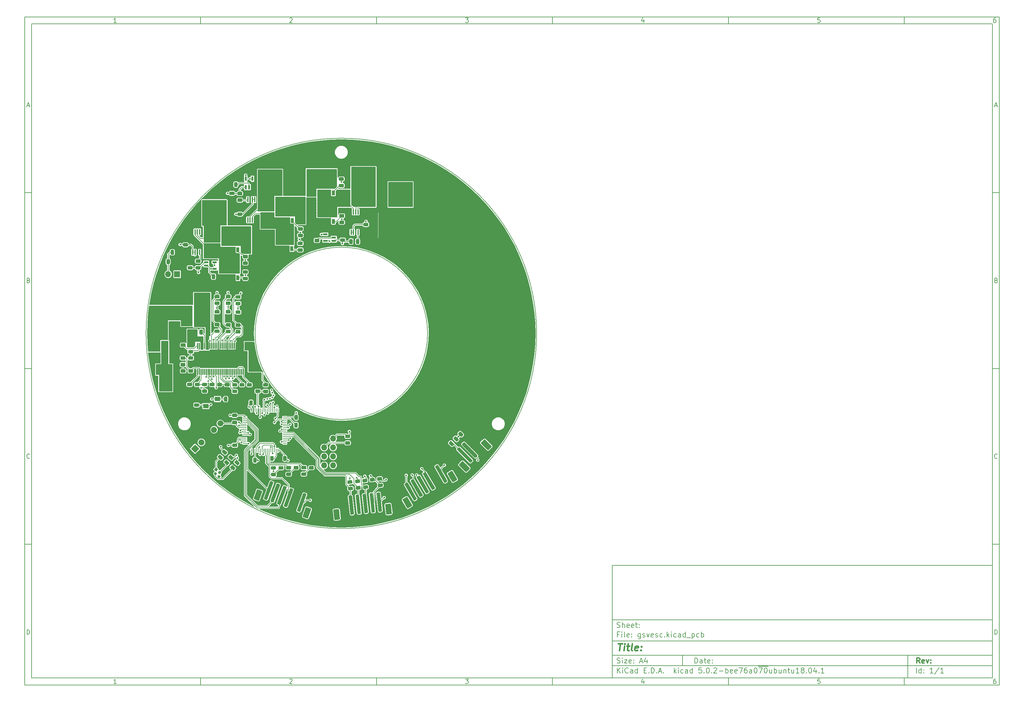
<source format=gbr>
%TF.GenerationSoftware,KiCad,Pcbnew,5.0.2-bee76a0~70~ubuntu18.04.1*%
%TF.CreationDate,2020-02-10T19:46:38+01:00*%
%TF.ProjectId,gsvesc,67737665-7363-42e6-9b69-6361645f7063,rev?*%
%TF.SameCoordinates,Original*%
%TF.FileFunction,Copper,L1,Top*%
%TF.FilePolarity,Positive*%
%FSLAX45Y45*%
G04 Gerber Fmt 4.5, Leading zero omitted, Abs format (unit mm)*
G04 Created by KiCad (PCBNEW 5.0.2-bee76a0~70~ubuntu18.04.1) date Mo 10 Feb 2020 19:46:38 CET*
%MOMM*%
%LPD*%
G01*
G04 APERTURE LIST*
%ADD10C,0.100000*%
%ADD11C,0.150000*%
%ADD12C,0.300000*%
%ADD13C,0.400000*%
%ADD14C,0.200000*%
%ADD15C,0.975000*%
%ADD16C,1.000000*%
%ADD17C,1.600000*%
%ADD18R,0.850000X1.450000*%
%ADD19R,0.850000X1.050000*%
%ADD20R,4.700000X3.750000*%
%ADD21R,0.457200X1.498600*%
%ADD22C,1.250000*%
%ADD23R,1.700000X1.700000*%
%ADD24O,1.700000X1.700000*%
%ADD25C,1.350000*%
%ADD26R,1.309599X0.568000*%
%ADD27R,0.568000X1.309599*%
%ADD28R,5.000000X5.000000*%
%ADD29R,0.304800X1.676400*%
%ADD30R,6.350000X3.610000*%
%ADD31R,2.300000X2.500000*%
%ADD32C,1.700000*%
%ADD33C,1.700000*%
%ADD34C,1.850000*%
%ADD35C,0.840000*%
%ADD36R,0.250000X1.000000*%
%ADD37R,1.000000X0.250000*%
%ADD38R,1.600000X1.300000*%
%ADD39R,1.500000X2.000000*%
%ADD40R,3.800000X2.000000*%
%ADD41R,2.500000X1.800000*%
%ADD42R,2.350000X5.100000*%
%ADD43C,0.500000*%
G04 APERTURE END LIST*
D10*
D11*
X17700220Y-16600720D02*
X17700220Y-19800720D01*
X28500220Y-19800720D01*
X28500220Y-16600720D01*
X17700220Y-16600720D01*
D10*
D11*
X1000000Y-1000000D02*
X1000000Y-20000720D01*
X28700220Y-20000720D01*
X28700220Y-1000000D01*
X1000000Y-1000000D01*
D10*
D11*
X1200000Y-1200000D02*
X1200000Y-19800720D01*
X28500220Y-19800720D01*
X28500220Y-1200000D01*
X1200000Y-1200000D01*
D10*
D11*
X6000000Y-1200000D02*
X6000000Y-1000000D01*
D10*
D11*
X11000000Y-1200000D02*
X11000000Y-1000000D01*
D10*
D11*
X16000000Y-1200000D02*
X16000000Y-1000000D01*
D10*
D11*
X21000000Y-1200000D02*
X21000000Y-1000000D01*
D10*
D11*
X26000000Y-1200000D02*
X26000000Y-1000000D01*
D10*
D11*
X3606548Y-1158810D02*
X3532262Y-1158810D01*
X3569405Y-1158810D02*
X3569405Y-1028809D01*
X3557024Y-1047381D01*
X3544643Y-1059762D01*
X3532262Y-1065952D01*
D10*
D11*
X8532262Y-1041190D02*
X8538452Y-1035000D01*
X8550833Y-1028809D01*
X8581786Y-1028809D01*
X8594167Y-1035000D01*
X8600357Y-1041190D01*
X8606548Y-1053571D01*
X8606548Y-1065952D01*
X8600357Y-1084524D01*
X8526071Y-1158810D01*
X8606548Y-1158810D01*
D10*
D11*
X13526071Y-1028809D02*
X13606548Y-1028809D01*
X13563214Y-1078333D01*
X13581786Y-1078333D01*
X13594167Y-1084524D01*
X13600357Y-1090714D01*
X13606548Y-1103095D01*
X13606548Y-1134048D01*
X13600357Y-1146429D01*
X13594167Y-1152619D01*
X13581786Y-1158810D01*
X13544643Y-1158810D01*
X13532262Y-1152619D01*
X13526071Y-1146429D01*
D10*
D11*
X18594167Y-1072143D02*
X18594167Y-1158810D01*
X18563214Y-1022619D02*
X18532262Y-1115476D01*
X18612738Y-1115476D01*
D10*
D11*
X23600357Y-1028809D02*
X23538452Y-1028809D01*
X23532262Y-1090714D01*
X23538452Y-1084524D01*
X23550833Y-1078333D01*
X23581786Y-1078333D01*
X23594167Y-1084524D01*
X23600357Y-1090714D01*
X23606548Y-1103095D01*
X23606548Y-1134048D01*
X23600357Y-1146429D01*
X23594167Y-1152619D01*
X23581786Y-1158810D01*
X23550833Y-1158810D01*
X23538452Y-1152619D01*
X23532262Y-1146429D01*
D10*
D11*
X28594167Y-1028809D02*
X28569405Y-1028809D01*
X28557024Y-1035000D01*
X28550833Y-1041190D01*
X28538452Y-1059762D01*
X28532262Y-1084524D01*
X28532262Y-1134048D01*
X28538452Y-1146429D01*
X28544643Y-1152619D01*
X28557024Y-1158810D01*
X28581786Y-1158810D01*
X28594167Y-1152619D01*
X28600357Y-1146429D01*
X28606548Y-1134048D01*
X28606548Y-1103095D01*
X28600357Y-1090714D01*
X28594167Y-1084524D01*
X28581786Y-1078333D01*
X28557024Y-1078333D01*
X28544643Y-1084524D01*
X28538452Y-1090714D01*
X28532262Y-1103095D01*
D10*
D11*
X6000000Y-19800720D02*
X6000000Y-20000720D01*
D10*
D11*
X11000000Y-19800720D02*
X11000000Y-20000720D01*
D10*
D11*
X16000000Y-19800720D02*
X16000000Y-20000720D01*
D10*
D11*
X21000000Y-19800720D02*
X21000000Y-20000720D01*
D10*
D11*
X26000000Y-19800720D02*
X26000000Y-20000720D01*
D10*
D11*
X3606548Y-19959530D02*
X3532262Y-19959530D01*
X3569405Y-19959530D02*
X3569405Y-19829530D01*
X3557024Y-19848101D01*
X3544643Y-19860482D01*
X3532262Y-19866672D01*
D10*
D11*
X8532262Y-19841910D02*
X8538452Y-19835720D01*
X8550833Y-19829530D01*
X8581786Y-19829530D01*
X8594167Y-19835720D01*
X8600357Y-19841910D01*
X8606548Y-19854291D01*
X8606548Y-19866672D01*
X8600357Y-19885244D01*
X8526071Y-19959530D01*
X8606548Y-19959530D01*
D10*
D11*
X13526071Y-19829530D02*
X13606548Y-19829530D01*
X13563214Y-19879053D01*
X13581786Y-19879053D01*
X13594167Y-19885244D01*
X13600357Y-19891434D01*
X13606548Y-19903815D01*
X13606548Y-19934768D01*
X13600357Y-19947149D01*
X13594167Y-19953339D01*
X13581786Y-19959530D01*
X13544643Y-19959530D01*
X13532262Y-19953339D01*
X13526071Y-19947149D01*
D10*
D11*
X18594167Y-19872863D02*
X18594167Y-19959530D01*
X18563214Y-19823339D02*
X18532262Y-19916196D01*
X18612738Y-19916196D01*
D10*
D11*
X23600357Y-19829530D02*
X23538452Y-19829530D01*
X23532262Y-19891434D01*
X23538452Y-19885244D01*
X23550833Y-19879053D01*
X23581786Y-19879053D01*
X23594167Y-19885244D01*
X23600357Y-19891434D01*
X23606548Y-19903815D01*
X23606548Y-19934768D01*
X23600357Y-19947149D01*
X23594167Y-19953339D01*
X23581786Y-19959530D01*
X23550833Y-19959530D01*
X23538452Y-19953339D01*
X23532262Y-19947149D01*
D10*
D11*
X28594167Y-19829530D02*
X28569405Y-19829530D01*
X28557024Y-19835720D01*
X28550833Y-19841910D01*
X28538452Y-19860482D01*
X28532262Y-19885244D01*
X28532262Y-19934768D01*
X28538452Y-19947149D01*
X28544643Y-19953339D01*
X28557024Y-19959530D01*
X28581786Y-19959530D01*
X28594167Y-19953339D01*
X28600357Y-19947149D01*
X28606548Y-19934768D01*
X28606548Y-19903815D01*
X28600357Y-19891434D01*
X28594167Y-19885244D01*
X28581786Y-19879053D01*
X28557024Y-19879053D01*
X28544643Y-19885244D01*
X28538452Y-19891434D01*
X28532262Y-19903815D01*
D10*
D11*
X1000000Y-6000000D02*
X1200000Y-6000000D01*
D10*
D11*
X1000000Y-11000000D02*
X1200000Y-11000000D01*
D10*
D11*
X1000000Y-16000000D02*
X1200000Y-16000000D01*
D10*
D11*
X1069048Y-3521667D02*
X1130952Y-3521667D01*
X1056667Y-3558809D02*
X1100000Y-3428809D01*
X1143333Y-3558809D01*
D10*
D11*
X1109286Y-8490714D02*
X1127857Y-8496905D01*
X1134048Y-8503095D01*
X1140238Y-8515476D01*
X1140238Y-8534048D01*
X1134048Y-8546429D01*
X1127857Y-8552619D01*
X1115476Y-8558810D01*
X1065952Y-8558810D01*
X1065952Y-8428810D01*
X1109286Y-8428810D01*
X1121667Y-8435000D01*
X1127857Y-8441190D01*
X1134048Y-8453571D01*
X1134048Y-8465952D01*
X1127857Y-8478333D01*
X1121667Y-8484524D01*
X1109286Y-8490714D01*
X1065952Y-8490714D01*
D10*
D11*
X1140238Y-13546428D02*
X1134048Y-13552619D01*
X1115476Y-13558809D01*
X1103095Y-13558809D01*
X1084524Y-13552619D01*
X1072143Y-13540238D01*
X1065952Y-13527857D01*
X1059762Y-13503095D01*
X1059762Y-13484524D01*
X1065952Y-13459762D01*
X1072143Y-13447381D01*
X1084524Y-13435000D01*
X1103095Y-13428809D01*
X1115476Y-13428809D01*
X1134048Y-13435000D01*
X1140238Y-13441190D01*
D10*
D11*
X1065952Y-18558810D02*
X1065952Y-18428810D01*
X1096905Y-18428810D01*
X1115476Y-18435000D01*
X1127857Y-18447381D01*
X1134048Y-18459762D01*
X1140238Y-18484524D01*
X1140238Y-18503095D01*
X1134048Y-18527857D01*
X1127857Y-18540238D01*
X1115476Y-18552619D01*
X1096905Y-18558810D01*
X1065952Y-18558810D01*
D10*
D11*
X28700220Y-6000000D02*
X28500220Y-6000000D01*
D10*
D11*
X28700220Y-11000000D02*
X28500220Y-11000000D01*
D10*
D11*
X28700220Y-16000000D02*
X28500220Y-16000000D01*
D10*
D11*
X28569268Y-3521667D02*
X28631172Y-3521667D01*
X28556887Y-3558809D02*
X28600220Y-3428809D01*
X28643553Y-3558809D01*
D10*
D11*
X28609506Y-8490714D02*
X28628077Y-8496905D01*
X28634268Y-8503095D01*
X28640458Y-8515476D01*
X28640458Y-8534048D01*
X28634268Y-8546429D01*
X28628077Y-8552619D01*
X28615696Y-8558810D01*
X28566172Y-8558810D01*
X28566172Y-8428810D01*
X28609506Y-8428810D01*
X28621887Y-8435000D01*
X28628077Y-8441190D01*
X28634268Y-8453571D01*
X28634268Y-8465952D01*
X28628077Y-8478333D01*
X28621887Y-8484524D01*
X28609506Y-8490714D01*
X28566172Y-8490714D01*
D10*
D11*
X28640458Y-13546428D02*
X28634268Y-13552619D01*
X28615696Y-13558809D01*
X28603315Y-13558809D01*
X28584744Y-13552619D01*
X28572363Y-13540238D01*
X28566172Y-13527857D01*
X28559982Y-13503095D01*
X28559982Y-13484524D01*
X28566172Y-13459762D01*
X28572363Y-13447381D01*
X28584744Y-13435000D01*
X28603315Y-13428809D01*
X28615696Y-13428809D01*
X28634268Y-13435000D01*
X28640458Y-13441190D01*
D10*
D11*
X28566172Y-18558810D02*
X28566172Y-18428810D01*
X28597125Y-18428810D01*
X28615696Y-18435000D01*
X28628077Y-18447381D01*
X28634268Y-18459762D01*
X28640458Y-18484524D01*
X28640458Y-18503095D01*
X28634268Y-18527857D01*
X28628077Y-18540238D01*
X28615696Y-18552619D01*
X28597125Y-18558810D01*
X28566172Y-18558810D01*
D10*
D11*
X20043434Y-19378577D02*
X20043434Y-19228577D01*
X20079149Y-19228577D01*
X20100577Y-19235720D01*
X20114863Y-19250006D01*
X20122006Y-19264291D01*
X20129149Y-19292863D01*
X20129149Y-19314291D01*
X20122006Y-19342863D01*
X20114863Y-19357149D01*
X20100577Y-19371434D01*
X20079149Y-19378577D01*
X20043434Y-19378577D01*
X20257720Y-19378577D02*
X20257720Y-19300006D01*
X20250577Y-19285720D01*
X20236291Y-19278577D01*
X20207720Y-19278577D01*
X20193434Y-19285720D01*
X20257720Y-19371434D02*
X20243434Y-19378577D01*
X20207720Y-19378577D01*
X20193434Y-19371434D01*
X20186291Y-19357149D01*
X20186291Y-19342863D01*
X20193434Y-19328577D01*
X20207720Y-19321434D01*
X20243434Y-19321434D01*
X20257720Y-19314291D01*
X20307720Y-19278577D02*
X20364863Y-19278577D01*
X20329149Y-19228577D02*
X20329149Y-19357149D01*
X20336291Y-19371434D01*
X20350577Y-19378577D01*
X20364863Y-19378577D01*
X20472006Y-19371434D02*
X20457720Y-19378577D01*
X20429149Y-19378577D01*
X20414863Y-19371434D01*
X20407720Y-19357149D01*
X20407720Y-19300006D01*
X20414863Y-19285720D01*
X20429149Y-19278577D01*
X20457720Y-19278577D01*
X20472006Y-19285720D01*
X20479149Y-19300006D01*
X20479149Y-19314291D01*
X20407720Y-19328577D01*
X20543434Y-19364291D02*
X20550577Y-19371434D01*
X20543434Y-19378577D01*
X20536291Y-19371434D01*
X20543434Y-19364291D01*
X20543434Y-19378577D01*
X20543434Y-19285720D02*
X20550577Y-19292863D01*
X20543434Y-19300006D01*
X20536291Y-19292863D01*
X20543434Y-19285720D01*
X20543434Y-19300006D01*
D10*
D11*
X17700220Y-19450720D02*
X28500220Y-19450720D01*
D10*
D11*
X17843434Y-19658577D02*
X17843434Y-19508577D01*
X17929149Y-19658577D02*
X17864863Y-19572863D01*
X17929149Y-19508577D02*
X17843434Y-19594291D01*
X17993434Y-19658577D02*
X17993434Y-19558577D01*
X17993434Y-19508577D02*
X17986291Y-19515720D01*
X17993434Y-19522863D01*
X18000577Y-19515720D01*
X17993434Y-19508577D01*
X17993434Y-19522863D01*
X18150577Y-19644291D02*
X18143434Y-19651434D01*
X18122006Y-19658577D01*
X18107720Y-19658577D01*
X18086291Y-19651434D01*
X18072006Y-19637149D01*
X18064863Y-19622863D01*
X18057720Y-19594291D01*
X18057720Y-19572863D01*
X18064863Y-19544291D01*
X18072006Y-19530006D01*
X18086291Y-19515720D01*
X18107720Y-19508577D01*
X18122006Y-19508577D01*
X18143434Y-19515720D01*
X18150577Y-19522863D01*
X18279149Y-19658577D02*
X18279149Y-19580006D01*
X18272006Y-19565720D01*
X18257720Y-19558577D01*
X18229149Y-19558577D01*
X18214863Y-19565720D01*
X18279149Y-19651434D02*
X18264863Y-19658577D01*
X18229149Y-19658577D01*
X18214863Y-19651434D01*
X18207720Y-19637149D01*
X18207720Y-19622863D01*
X18214863Y-19608577D01*
X18229149Y-19601434D01*
X18264863Y-19601434D01*
X18279149Y-19594291D01*
X18414863Y-19658577D02*
X18414863Y-19508577D01*
X18414863Y-19651434D02*
X18400577Y-19658577D01*
X18372006Y-19658577D01*
X18357720Y-19651434D01*
X18350577Y-19644291D01*
X18343434Y-19630006D01*
X18343434Y-19587149D01*
X18350577Y-19572863D01*
X18357720Y-19565720D01*
X18372006Y-19558577D01*
X18400577Y-19558577D01*
X18414863Y-19565720D01*
X18600577Y-19580006D02*
X18650577Y-19580006D01*
X18672006Y-19658577D02*
X18600577Y-19658577D01*
X18600577Y-19508577D01*
X18672006Y-19508577D01*
X18736291Y-19644291D02*
X18743434Y-19651434D01*
X18736291Y-19658577D01*
X18729149Y-19651434D01*
X18736291Y-19644291D01*
X18736291Y-19658577D01*
X18807720Y-19658577D02*
X18807720Y-19508577D01*
X18843434Y-19508577D01*
X18864863Y-19515720D01*
X18879149Y-19530006D01*
X18886291Y-19544291D01*
X18893434Y-19572863D01*
X18893434Y-19594291D01*
X18886291Y-19622863D01*
X18879149Y-19637149D01*
X18864863Y-19651434D01*
X18843434Y-19658577D01*
X18807720Y-19658577D01*
X18957720Y-19644291D02*
X18964863Y-19651434D01*
X18957720Y-19658577D01*
X18950577Y-19651434D01*
X18957720Y-19644291D01*
X18957720Y-19658577D01*
X19022006Y-19615720D02*
X19093434Y-19615720D01*
X19007720Y-19658577D02*
X19057720Y-19508577D01*
X19107720Y-19658577D01*
X19157720Y-19644291D02*
X19164863Y-19651434D01*
X19157720Y-19658577D01*
X19150577Y-19651434D01*
X19157720Y-19644291D01*
X19157720Y-19658577D01*
X19457720Y-19658577D02*
X19457720Y-19508577D01*
X19472006Y-19601434D02*
X19514863Y-19658577D01*
X19514863Y-19558577D02*
X19457720Y-19615720D01*
X19579149Y-19658577D02*
X19579149Y-19558577D01*
X19579149Y-19508577D02*
X19572006Y-19515720D01*
X19579149Y-19522863D01*
X19586291Y-19515720D01*
X19579149Y-19508577D01*
X19579149Y-19522863D01*
X19714863Y-19651434D02*
X19700577Y-19658577D01*
X19672006Y-19658577D01*
X19657720Y-19651434D01*
X19650577Y-19644291D01*
X19643434Y-19630006D01*
X19643434Y-19587149D01*
X19650577Y-19572863D01*
X19657720Y-19565720D01*
X19672006Y-19558577D01*
X19700577Y-19558577D01*
X19714863Y-19565720D01*
X19843434Y-19658577D02*
X19843434Y-19580006D01*
X19836291Y-19565720D01*
X19822006Y-19558577D01*
X19793434Y-19558577D01*
X19779149Y-19565720D01*
X19843434Y-19651434D02*
X19829149Y-19658577D01*
X19793434Y-19658577D01*
X19779149Y-19651434D01*
X19772006Y-19637149D01*
X19772006Y-19622863D01*
X19779149Y-19608577D01*
X19793434Y-19601434D01*
X19829149Y-19601434D01*
X19843434Y-19594291D01*
X19979149Y-19658577D02*
X19979149Y-19508577D01*
X19979149Y-19651434D02*
X19964863Y-19658577D01*
X19936291Y-19658577D01*
X19922006Y-19651434D01*
X19914863Y-19644291D01*
X19907720Y-19630006D01*
X19907720Y-19587149D01*
X19914863Y-19572863D01*
X19922006Y-19565720D01*
X19936291Y-19558577D01*
X19964863Y-19558577D01*
X19979149Y-19565720D01*
X20236291Y-19508577D02*
X20164863Y-19508577D01*
X20157720Y-19580006D01*
X20164863Y-19572863D01*
X20179149Y-19565720D01*
X20214863Y-19565720D01*
X20229149Y-19572863D01*
X20236291Y-19580006D01*
X20243434Y-19594291D01*
X20243434Y-19630006D01*
X20236291Y-19644291D01*
X20229149Y-19651434D01*
X20214863Y-19658577D01*
X20179149Y-19658577D01*
X20164863Y-19651434D01*
X20157720Y-19644291D01*
X20307720Y-19644291D02*
X20314863Y-19651434D01*
X20307720Y-19658577D01*
X20300577Y-19651434D01*
X20307720Y-19644291D01*
X20307720Y-19658577D01*
X20407720Y-19508577D02*
X20422006Y-19508577D01*
X20436291Y-19515720D01*
X20443434Y-19522863D01*
X20450577Y-19537149D01*
X20457720Y-19565720D01*
X20457720Y-19601434D01*
X20450577Y-19630006D01*
X20443434Y-19644291D01*
X20436291Y-19651434D01*
X20422006Y-19658577D01*
X20407720Y-19658577D01*
X20393434Y-19651434D01*
X20386291Y-19644291D01*
X20379149Y-19630006D01*
X20372006Y-19601434D01*
X20372006Y-19565720D01*
X20379149Y-19537149D01*
X20386291Y-19522863D01*
X20393434Y-19515720D01*
X20407720Y-19508577D01*
X20522006Y-19644291D02*
X20529149Y-19651434D01*
X20522006Y-19658577D01*
X20514863Y-19651434D01*
X20522006Y-19644291D01*
X20522006Y-19658577D01*
X20586291Y-19522863D02*
X20593434Y-19515720D01*
X20607720Y-19508577D01*
X20643434Y-19508577D01*
X20657720Y-19515720D01*
X20664863Y-19522863D01*
X20672006Y-19537149D01*
X20672006Y-19551434D01*
X20664863Y-19572863D01*
X20579149Y-19658577D01*
X20672006Y-19658577D01*
X20736291Y-19601434D02*
X20850577Y-19601434D01*
X20922006Y-19658577D02*
X20922006Y-19508577D01*
X20922006Y-19565720D02*
X20936291Y-19558577D01*
X20964863Y-19558577D01*
X20979149Y-19565720D01*
X20986291Y-19572863D01*
X20993434Y-19587149D01*
X20993434Y-19630006D01*
X20986291Y-19644291D01*
X20979149Y-19651434D01*
X20964863Y-19658577D01*
X20936291Y-19658577D01*
X20922006Y-19651434D01*
X21114863Y-19651434D02*
X21100577Y-19658577D01*
X21072006Y-19658577D01*
X21057720Y-19651434D01*
X21050577Y-19637149D01*
X21050577Y-19580006D01*
X21057720Y-19565720D01*
X21072006Y-19558577D01*
X21100577Y-19558577D01*
X21114863Y-19565720D01*
X21122006Y-19580006D01*
X21122006Y-19594291D01*
X21050577Y-19608577D01*
X21243434Y-19651434D02*
X21229149Y-19658577D01*
X21200577Y-19658577D01*
X21186291Y-19651434D01*
X21179149Y-19637149D01*
X21179149Y-19580006D01*
X21186291Y-19565720D01*
X21200577Y-19558577D01*
X21229149Y-19558577D01*
X21243434Y-19565720D01*
X21250577Y-19580006D01*
X21250577Y-19594291D01*
X21179149Y-19608577D01*
X21300577Y-19508577D02*
X21400577Y-19508577D01*
X21336291Y-19658577D01*
X21522006Y-19508577D02*
X21493434Y-19508577D01*
X21479149Y-19515720D01*
X21472006Y-19522863D01*
X21457720Y-19544291D01*
X21450577Y-19572863D01*
X21450577Y-19630006D01*
X21457720Y-19644291D01*
X21464863Y-19651434D01*
X21479149Y-19658577D01*
X21507720Y-19658577D01*
X21522006Y-19651434D01*
X21529149Y-19644291D01*
X21536291Y-19630006D01*
X21536291Y-19594291D01*
X21529149Y-19580006D01*
X21522006Y-19572863D01*
X21507720Y-19565720D01*
X21479149Y-19565720D01*
X21464863Y-19572863D01*
X21457720Y-19580006D01*
X21450577Y-19594291D01*
X21664863Y-19658577D02*
X21664863Y-19580006D01*
X21657720Y-19565720D01*
X21643434Y-19558577D01*
X21614863Y-19558577D01*
X21600577Y-19565720D01*
X21664863Y-19651434D02*
X21650577Y-19658577D01*
X21614863Y-19658577D01*
X21600577Y-19651434D01*
X21593434Y-19637149D01*
X21593434Y-19622863D01*
X21600577Y-19608577D01*
X21614863Y-19601434D01*
X21650577Y-19601434D01*
X21664863Y-19594291D01*
X21764863Y-19508577D02*
X21779149Y-19508577D01*
X21793434Y-19515720D01*
X21800577Y-19522863D01*
X21807720Y-19537149D01*
X21814863Y-19565720D01*
X21814863Y-19601434D01*
X21807720Y-19630006D01*
X21800577Y-19644291D01*
X21793434Y-19651434D01*
X21779149Y-19658577D01*
X21764863Y-19658577D01*
X21750577Y-19651434D01*
X21743434Y-19644291D01*
X21736291Y-19630006D01*
X21729149Y-19601434D01*
X21729149Y-19565720D01*
X21736291Y-19537149D01*
X21743434Y-19522863D01*
X21750577Y-19515720D01*
X21764863Y-19508577D01*
X21843434Y-19467720D02*
X21986291Y-19467720D01*
X21864863Y-19508577D02*
X21964863Y-19508577D01*
X21900577Y-19658577D01*
X21986291Y-19467720D02*
X22129149Y-19467720D01*
X22050577Y-19508577D02*
X22064863Y-19508577D01*
X22079149Y-19515720D01*
X22086291Y-19522863D01*
X22093434Y-19537149D01*
X22100577Y-19565720D01*
X22100577Y-19601434D01*
X22093434Y-19630006D01*
X22086291Y-19644291D01*
X22079149Y-19651434D01*
X22064863Y-19658577D01*
X22050577Y-19658577D01*
X22036291Y-19651434D01*
X22029149Y-19644291D01*
X22022006Y-19630006D01*
X22014863Y-19601434D01*
X22014863Y-19565720D01*
X22022006Y-19537149D01*
X22029149Y-19522863D01*
X22036291Y-19515720D01*
X22050577Y-19508577D01*
X22229149Y-19558577D02*
X22229149Y-19658577D01*
X22164863Y-19558577D02*
X22164863Y-19637149D01*
X22172006Y-19651434D01*
X22186291Y-19658577D01*
X22207720Y-19658577D01*
X22222006Y-19651434D01*
X22229149Y-19644291D01*
X22300577Y-19658577D02*
X22300577Y-19508577D01*
X22300577Y-19565720D02*
X22314863Y-19558577D01*
X22343434Y-19558577D01*
X22357720Y-19565720D01*
X22364863Y-19572863D01*
X22372006Y-19587149D01*
X22372006Y-19630006D01*
X22364863Y-19644291D01*
X22357720Y-19651434D01*
X22343434Y-19658577D01*
X22314863Y-19658577D01*
X22300577Y-19651434D01*
X22500577Y-19558577D02*
X22500577Y-19658577D01*
X22436291Y-19558577D02*
X22436291Y-19637149D01*
X22443434Y-19651434D01*
X22457720Y-19658577D01*
X22479148Y-19658577D01*
X22493434Y-19651434D01*
X22500577Y-19644291D01*
X22572006Y-19558577D02*
X22572006Y-19658577D01*
X22572006Y-19572863D02*
X22579148Y-19565720D01*
X22593434Y-19558577D01*
X22614863Y-19558577D01*
X22629148Y-19565720D01*
X22636291Y-19580006D01*
X22636291Y-19658577D01*
X22686291Y-19558577D02*
X22743434Y-19558577D01*
X22707720Y-19508577D02*
X22707720Y-19637149D01*
X22714863Y-19651434D01*
X22729148Y-19658577D01*
X22743434Y-19658577D01*
X22857720Y-19558577D02*
X22857720Y-19658577D01*
X22793434Y-19558577D02*
X22793434Y-19637149D01*
X22800577Y-19651434D01*
X22814863Y-19658577D01*
X22836291Y-19658577D01*
X22850577Y-19651434D01*
X22857720Y-19644291D01*
X23007720Y-19658577D02*
X22922006Y-19658577D01*
X22964863Y-19658577D02*
X22964863Y-19508577D01*
X22950577Y-19530006D01*
X22936291Y-19544291D01*
X22922006Y-19551434D01*
X23093434Y-19572863D02*
X23079148Y-19565720D01*
X23072006Y-19558577D01*
X23064863Y-19544291D01*
X23064863Y-19537149D01*
X23072006Y-19522863D01*
X23079148Y-19515720D01*
X23093434Y-19508577D01*
X23122006Y-19508577D01*
X23136291Y-19515720D01*
X23143434Y-19522863D01*
X23150577Y-19537149D01*
X23150577Y-19544291D01*
X23143434Y-19558577D01*
X23136291Y-19565720D01*
X23122006Y-19572863D01*
X23093434Y-19572863D01*
X23079148Y-19580006D01*
X23072006Y-19587149D01*
X23064863Y-19601434D01*
X23064863Y-19630006D01*
X23072006Y-19644291D01*
X23079148Y-19651434D01*
X23093434Y-19658577D01*
X23122006Y-19658577D01*
X23136291Y-19651434D01*
X23143434Y-19644291D01*
X23150577Y-19630006D01*
X23150577Y-19601434D01*
X23143434Y-19587149D01*
X23136291Y-19580006D01*
X23122006Y-19572863D01*
X23214863Y-19644291D02*
X23222006Y-19651434D01*
X23214863Y-19658577D01*
X23207720Y-19651434D01*
X23214863Y-19644291D01*
X23214863Y-19658577D01*
X23314863Y-19508577D02*
X23329148Y-19508577D01*
X23343434Y-19515720D01*
X23350577Y-19522863D01*
X23357720Y-19537149D01*
X23364863Y-19565720D01*
X23364863Y-19601434D01*
X23357720Y-19630006D01*
X23350577Y-19644291D01*
X23343434Y-19651434D01*
X23329148Y-19658577D01*
X23314863Y-19658577D01*
X23300577Y-19651434D01*
X23293434Y-19644291D01*
X23286291Y-19630006D01*
X23279148Y-19601434D01*
X23279148Y-19565720D01*
X23286291Y-19537149D01*
X23293434Y-19522863D01*
X23300577Y-19515720D01*
X23314863Y-19508577D01*
X23493434Y-19558577D02*
X23493434Y-19658577D01*
X23457720Y-19501434D02*
X23422006Y-19608577D01*
X23514863Y-19608577D01*
X23572006Y-19644291D02*
X23579148Y-19651434D01*
X23572006Y-19658577D01*
X23564863Y-19651434D01*
X23572006Y-19644291D01*
X23572006Y-19658577D01*
X23722006Y-19658577D02*
X23636291Y-19658577D01*
X23679148Y-19658577D02*
X23679148Y-19508577D01*
X23664863Y-19530006D01*
X23650577Y-19544291D01*
X23636291Y-19551434D01*
D10*
D11*
X17700220Y-19150720D02*
X28500220Y-19150720D01*
D10*
D12*
X26441148Y-19378577D02*
X26391148Y-19307149D01*
X26355434Y-19378577D02*
X26355434Y-19228577D01*
X26412577Y-19228577D01*
X26426863Y-19235720D01*
X26434006Y-19242863D01*
X26441148Y-19257149D01*
X26441148Y-19278577D01*
X26434006Y-19292863D01*
X26426863Y-19300006D01*
X26412577Y-19307149D01*
X26355434Y-19307149D01*
X26562577Y-19371434D02*
X26548291Y-19378577D01*
X26519720Y-19378577D01*
X26505434Y-19371434D01*
X26498291Y-19357149D01*
X26498291Y-19300006D01*
X26505434Y-19285720D01*
X26519720Y-19278577D01*
X26548291Y-19278577D01*
X26562577Y-19285720D01*
X26569720Y-19300006D01*
X26569720Y-19314291D01*
X26498291Y-19328577D01*
X26619720Y-19278577D02*
X26655434Y-19378577D01*
X26691148Y-19278577D01*
X26748291Y-19364291D02*
X26755434Y-19371434D01*
X26748291Y-19378577D01*
X26741148Y-19371434D01*
X26748291Y-19364291D01*
X26748291Y-19378577D01*
X26748291Y-19285720D02*
X26755434Y-19292863D01*
X26748291Y-19300006D01*
X26741148Y-19292863D01*
X26748291Y-19285720D01*
X26748291Y-19300006D01*
D10*
D11*
X17836291Y-19371434D02*
X17857720Y-19378577D01*
X17893434Y-19378577D01*
X17907720Y-19371434D01*
X17914863Y-19364291D01*
X17922006Y-19350006D01*
X17922006Y-19335720D01*
X17914863Y-19321434D01*
X17907720Y-19314291D01*
X17893434Y-19307149D01*
X17864863Y-19300006D01*
X17850577Y-19292863D01*
X17843434Y-19285720D01*
X17836291Y-19271434D01*
X17836291Y-19257149D01*
X17843434Y-19242863D01*
X17850577Y-19235720D01*
X17864863Y-19228577D01*
X17900577Y-19228577D01*
X17922006Y-19235720D01*
X17986291Y-19378577D02*
X17986291Y-19278577D01*
X17986291Y-19228577D02*
X17979149Y-19235720D01*
X17986291Y-19242863D01*
X17993434Y-19235720D01*
X17986291Y-19228577D01*
X17986291Y-19242863D01*
X18043434Y-19278577D02*
X18122006Y-19278577D01*
X18043434Y-19378577D01*
X18122006Y-19378577D01*
X18236291Y-19371434D02*
X18222006Y-19378577D01*
X18193434Y-19378577D01*
X18179149Y-19371434D01*
X18172006Y-19357149D01*
X18172006Y-19300006D01*
X18179149Y-19285720D01*
X18193434Y-19278577D01*
X18222006Y-19278577D01*
X18236291Y-19285720D01*
X18243434Y-19300006D01*
X18243434Y-19314291D01*
X18172006Y-19328577D01*
X18307720Y-19364291D02*
X18314863Y-19371434D01*
X18307720Y-19378577D01*
X18300577Y-19371434D01*
X18307720Y-19364291D01*
X18307720Y-19378577D01*
X18307720Y-19285720D02*
X18314863Y-19292863D01*
X18307720Y-19300006D01*
X18300577Y-19292863D01*
X18307720Y-19285720D01*
X18307720Y-19300006D01*
X18486291Y-19335720D02*
X18557720Y-19335720D01*
X18472006Y-19378577D02*
X18522006Y-19228577D01*
X18572006Y-19378577D01*
X18686291Y-19278577D02*
X18686291Y-19378577D01*
X18650577Y-19221434D02*
X18614863Y-19328577D01*
X18707720Y-19328577D01*
D10*
D11*
X26343434Y-19658577D02*
X26343434Y-19508577D01*
X26479148Y-19658577D02*
X26479148Y-19508577D01*
X26479148Y-19651434D02*
X26464863Y-19658577D01*
X26436291Y-19658577D01*
X26422006Y-19651434D01*
X26414863Y-19644291D01*
X26407720Y-19630006D01*
X26407720Y-19587149D01*
X26414863Y-19572863D01*
X26422006Y-19565720D01*
X26436291Y-19558577D01*
X26464863Y-19558577D01*
X26479148Y-19565720D01*
X26550577Y-19644291D02*
X26557720Y-19651434D01*
X26550577Y-19658577D01*
X26543434Y-19651434D01*
X26550577Y-19644291D01*
X26550577Y-19658577D01*
X26550577Y-19565720D02*
X26557720Y-19572863D01*
X26550577Y-19580006D01*
X26543434Y-19572863D01*
X26550577Y-19565720D01*
X26550577Y-19580006D01*
X26814863Y-19658577D02*
X26729148Y-19658577D01*
X26772006Y-19658577D02*
X26772006Y-19508577D01*
X26757720Y-19530006D01*
X26743434Y-19544291D01*
X26729148Y-19551434D01*
X26986291Y-19501434D02*
X26857720Y-19694291D01*
X27114863Y-19658577D02*
X27029148Y-19658577D01*
X27072006Y-19658577D02*
X27072006Y-19508577D01*
X27057720Y-19530006D01*
X27043434Y-19544291D01*
X27029148Y-19551434D01*
D10*
D11*
X17700220Y-18750720D02*
X28500220Y-18750720D01*
D10*
D13*
X17871458Y-18821196D02*
X17985744Y-18821196D01*
X17903601Y-19021196D02*
X17928601Y-18821196D01*
X18027410Y-19021196D02*
X18044077Y-18887863D01*
X18052410Y-18821196D02*
X18041696Y-18830720D01*
X18050030Y-18840244D01*
X18060744Y-18830720D01*
X18052410Y-18821196D01*
X18050030Y-18840244D01*
X18110744Y-18887863D02*
X18186934Y-18887863D01*
X18147649Y-18821196D02*
X18126220Y-18992625D01*
X18133363Y-19011672D01*
X18151220Y-19021196D01*
X18170268Y-19021196D01*
X18265506Y-19021196D02*
X18247649Y-19011672D01*
X18240506Y-18992625D01*
X18261934Y-18821196D01*
X18419077Y-19011672D02*
X18398839Y-19021196D01*
X18360744Y-19021196D01*
X18342887Y-19011672D01*
X18335744Y-18992625D01*
X18345268Y-18916434D01*
X18357172Y-18897387D01*
X18377410Y-18887863D01*
X18415506Y-18887863D01*
X18433363Y-18897387D01*
X18440506Y-18916434D01*
X18438125Y-18935482D01*
X18340506Y-18954530D01*
X18515506Y-19002149D02*
X18523839Y-19011672D01*
X18513125Y-19021196D01*
X18504791Y-19011672D01*
X18515506Y-19002149D01*
X18513125Y-19021196D01*
X18528601Y-18897387D02*
X18536934Y-18906910D01*
X18526220Y-18916434D01*
X18517887Y-18906910D01*
X18528601Y-18897387D01*
X18526220Y-18916434D01*
D10*
D11*
X17893434Y-18560006D02*
X17843434Y-18560006D01*
X17843434Y-18638577D02*
X17843434Y-18488577D01*
X17914863Y-18488577D01*
X17972006Y-18638577D02*
X17972006Y-18538577D01*
X17972006Y-18488577D02*
X17964863Y-18495720D01*
X17972006Y-18502863D01*
X17979149Y-18495720D01*
X17972006Y-18488577D01*
X17972006Y-18502863D01*
X18064863Y-18638577D02*
X18050577Y-18631434D01*
X18043434Y-18617149D01*
X18043434Y-18488577D01*
X18179149Y-18631434D02*
X18164863Y-18638577D01*
X18136291Y-18638577D01*
X18122006Y-18631434D01*
X18114863Y-18617149D01*
X18114863Y-18560006D01*
X18122006Y-18545720D01*
X18136291Y-18538577D01*
X18164863Y-18538577D01*
X18179149Y-18545720D01*
X18186291Y-18560006D01*
X18186291Y-18574291D01*
X18114863Y-18588577D01*
X18250577Y-18624291D02*
X18257720Y-18631434D01*
X18250577Y-18638577D01*
X18243434Y-18631434D01*
X18250577Y-18624291D01*
X18250577Y-18638577D01*
X18250577Y-18545720D02*
X18257720Y-18552863D01*
X18250577Y-18560006D01*
X18243434Y-18552863D01*
X18250577Y-18545720D01*
X18250577Y-18560006D01*
X18500577Y-18538577D02*
X18500577Y-18660006D01*
X18493434Y-18674291D01*
X18486291Y-18681434D01*
X18472006Y-18688577D01*
X18450577Y-18688577D01*
X18436291Y-18681434D01*
X18500577Y-18631434D02*
X18486291Y-18638577D01*
X18457720Y-18638577D01*
X18443434Y-18631434D01*
X18436291Y-18624291D01*
X18429149Y-18610006D01*
X18429149Y-18567149D01*
X18436291Y-18552863D01*
X18443434Y-18545720D01*
X18457720Y-18538577D01*
X18486291Y-18538577D01*
X18500577Y-18545720D01*
X18564863Y-18631434D02*
X18579149Y-18638577D01*
X18607720Y-18638577D01*
X18622006Y-18631434D01*
X18629149Y-18617149D01*
X18629149Y-18610006D01*
X18622006Y-18595720D01*
X18607720Y-18588577D01*
X18586291Y-18588577D01*
X18572006Y-18581434D01*
X18564863Y-18567149D01*
X18564863Y-18560006D01*
X18572006Y-18545720D01*
X18586291Y-18538577D01*
X18607720Y-18538577D01*
X18622006Y-18545720D01*
X18679149Y-18538577D02*
X18714863Y-18638577D01*
X18750577Y-18538577D01*
X18864863Y-18631434D02*
X18850577Y-18638577D01*
X18822006Y-18638577D01*
X18807720Y-18631434D01*
X18800577Y-18617149D01*
X18800577Y-18560006D01*
X18807720Y-18545720D01*
X18822006Y-18538577D01*
X18850577Y-18538577D01*
X18864863Y-18545720D01*
X18872006Y-18560006D01*
X18872006Y-18574291D01*
X18800577Y-18588577D01*
X18929149Y-18631434D02*
X18943434Y-18638577D01*
X18972006Y-18638577D01*
X18986291Y-18631434D01*
X18993434Y-18617149D01*
X18993434Y-18610006D01*
X18986291Y-18595720D01*
X18972006Y-18588577D01*
X18950577Y-18588577D01*
X18936291Y-18581434D01*
X18929149Y-18567149D01*
X18929149Y-18560006D01*
X18936291Y-18545720D01*
X18950577Y-18538577D01*
X18972006Y-18538577D01*
X18986291Y-18545720D01*
X19122006Y-18631434D02*
X19107720Y-18638577D01*
X19079149Y-18638577D01*
X19064863Y-18631434D01*
X19057720Y-18624291D01*
X19050577Y-18610006D01*
X19050577Y-18567149D01*
X19057720Y-18552863D01*
X19064863Y-18545720D01*
X19079149Y-18538577D01*
X19107720Y-18538577D01*
X19122006Y-18545720D01*
X19186291Y-18624291D02*
X19193434Y-18631434D01*
X19186291Y-18638577D01*
X19179149Y-18631434D01*
X19186291Y-18624291D01*
X19186291Y-18638577D01*
X19257720Y-18638577D02*
X19257720Y-18488577D01*
X19272006Y-18581434D02*
X19314863Y-18638577D01*
X19314863Y-18538577D02*
X19257720Y-18595720D01*
X19379149Y-18638577D02*
X19379149Y-18538577D01*
X19379149Y-18488577D02*
X19372006Y-18495720D01*
X19379149Y-18502863D01*
X19386291Y-18495720D01*
X19379149Y-18488577D01*
X19379149Y-18502863D01*
X19514863Y-18631434D02*
X19500577Y-18638577D01*
X19472006Y-18638577D01*
X19457720Y-18631434D01*
X19450577Y-18624291D01*
X19443434Y-18610006D01*
X19443434Y-18567149D01*
X19450577Y-18552863D01*
X19457720Y-18545720D01*
X19472006Y-18538577D01*
X19500577Y-18538577D01*
X19514863Y-18545720D01*
X19643434Y-18638577D02*
X19643434Y-18560006D01*
X19636291Y-18545720D01*
X19622006Y-18538577D01*
X19593434Y-18538577D01*
X19579149Y-18545720D01*
X19643434Y-18631434D02*
X19629149Y-18638577D01*
X19593434Y-18638577D01*
X19579149Y-18631434D01*
X19572006Y-18617149D01*
X19572006Y-18602863D01*
X19579149Y-18588577D01*
X19593434Y-18581434D01*
X19629149Y-18581434D01*
X19643434Y-18574291D01*
X19779149Y-18638577D02*
X19779149Y-18488577D01*
X19779149Y-18631434D02*
X19764863Y-18638577D01*
X19736291Y-18638577D01*
X19722006Y-18631434D01*
X19714863Y-18624291D01*
X19707720Y-18610006D01*
X19707720Y-18567149D01*
X19714863Y-18552863D01*
X19722006Y-18545720D01*
X19736291Y-18538577D01*
X19764863Y-18538577D01*
X19779149Y-18545720D01*
X19814863Y-18652863D02*
X19929149Y-18652863D01*
X19964863Y-18538577D02*
X19964863Y-18688577D01*
X19964863Y-18545720D02*
X19979149Y-18538577D01*
X20007720Y-18538577D01*
X20022006Y-18545720D01*
X20029149Y-18552863D01*
X20036291Y-18567149D01*
X20036291Y-18610006D01*
X20029149Y-18624291D01*
X20022006Y-18631434D01*
X20007720Y-18638577D01*
X19979149Y-18638577D01*
X19964863Y-18631434D01*
X20164863Y-18631434D02*
X20150577Y-18638577D01*
X20122006Y-18638577D01*
X20107720Y-18631434D01*
X20100577Y-18624291D01*
X20093434Y-18610006D01*
X20093434Y-18567149D01*
X20100577Y-18552863D01*
X20107720Y-18545720D01*
X20122006Y-18538577D01*
X20150577Y-18538577D01*
X20164863Y-18545720D01*
X20229149Y-18638577D02*
X20229149Y-18488577D01*
X20229149Y-18545720D02*
X20243434Y-18538577D01*
X20272006Y-18538577D01*
X20286291Y-18545720D01*
X20293434Y-18552863D01*
X20300577Y-18567149D01*
X20300577Y-18610006D01*
X20293434Y-18624291D01*
X20286291Y-18631434D01*
X20272006Y-18638577D01*
X20243434Y-18638577D01*
X20229149Y-18631434D01*
D10*
D11*
X17700220Y-18150720D02*
X28500220Y-18150720D01*
D10*
D11*
X17836291Y-18361434D02*
X17857720Y-18368577D01*
X17893434Y-18368577D01*
X17907720Y-18361434D01*
X17914863Y-18354291D01*
X17922006Y-18340006D01*
X17922006Y-18325720D01*
X17914863Y-18311434D01*
X17907720Y-18304291D01*
X17893434Y-18297149D01*
X17864863Y-18290006D01*
X17850577Y-18282863D01*
X17843434Y-18275720D01*
X17836291Y-18261434D01*
X17836291Y-18247149D01*
X17843434Y-18232863D01*
X17850577Y-18225720D01*
X17864863Y-18218577D01*
X17900577Y-18218577D01*
X17922006Y-18225720D01*
X17986291Y-18368577D02*
X17986291Y-18218577D01*
X18050577Y-18368577D02*
X18050577Y-18290006D01*
X18043434Y-18275720D01*
X18029149Y-18268577D01*
X18007720Y-18268577D01*
X17993434Y-18275720D01*
X17986291Y-18282863D01*
X18179149Y-18361434D02*
X18164863Y-18368577D01*
X18136291Y-18368577D01*
X18122006Y-18361434D01*
X18114863Y-18347149D01*
X18114863Y-18290006D01*
X18122006Y-18275720D01*
X18136291Y-18268577D01*
X18164863Y-18268577D01*
X18179149Y-18275720D01*
X18186291Y-18290006D01*
X18186291Y-18304291D01*
X18114863Y-18318577D01*
X18307720Y-18361434D02*
X18293434Y-18368577D01*
X18264863Y-18368577D01*
X18250577Y-18361434D01*
X18243434Y-18347149D01*
X18243434Y-18290006D01*
X18250577Y-18275720D01*
X18264863Y-18268577D01*
X18293434Y-18268577D01*
X18307720Y-18275720D01*
X18314863Y-18290006D01*
X18314863Y-18304291D01*
X18243434Y-18318577D01*
X18357720Y-18268577D02*
X18414863Y-18268577D01*
X18379149Y-18218577D02*
X18379149Y-18347149D01*
X18386291Y-18361434D01*
X18400577Y-18368577D01*
X18414863Y-18368577D01*
X18464863Y-18354291D02*
X18472006Y-18361434D01*
X18464863Y-18368577D01*
X18457720Y-18361434D01*
X18464863Y-18354291D01*
X18464863Y-18368577D01*
X18464863Y-18275720D02*
X18472006Y-18282863D01*
X18464863Y-18290006D01*
X18457720Y-18282863D01*
X18464863Y-18275720D01*
X18464863Y-18290006D01*
D10*
D11*
X19700220Y-19150720D02*
X19700220Y-19450720D01*
D10*
D11*
X26100220Y-19150720D02*
X26100220Y-19800720D01*
D14*
X12450000Y-10000000D02*
G75*
G03X12450000Y-10000000I-2450000J0D01*
G01*
X15550000Y-10000000D02*
G75*
G03X15550000Y-10000000I-5550000J0D01*
G01*
D10*
G36*
X7114294Y-9716397D02*
X7116660Y-9716748D01*
X7118981Y-9717330D01*
X7121233Y-9718135D01*
X7123395Y-9719158D01*
X7125447Y-9720388D01*
X7127368Y-9721813D01*
X7129141Y-9723419D01*
X7130747Y-9725192D01*
X7132172Y-9727113D01*
X7133402Y-9729165D01*
X7134425Y-9731327D01*
X7135230Y-9733579D01*
X7135812Y-9735900D01*
X7136163Y-9738266D01*
X7136280Y-9740655D01*
X7136280Y-9789405D01*
X7136163Y-9791794D01*
X7135812Y-9794160D01*
X7135230Y-9796481D01*
X7134425Y-9798733D01*
X7133402Y-9800895D01*
X7132172Y-9802947D01*
X7130747Y-9804868D01*
X7129141Y-9806641D01*
X7127368Y-9808247D01*
X7125447Y-9809672D01*
X7123395Y-9810902D01*
X7121233Y-9811925D01*
X7118981Y-9812730D01*
X7116660Y-9813312D01*
X7114294Y-9813663D01*
X7111905Y-9813780D01*
X7020655Y-9813780D01*
X7018266Y-9813663D01*
X7015900Y-9813312D01*
X7013579Y-9812730D01*
X7011327Y-9811925D01*
X7009165Y-9810902D01*
X7007113Y-9809672D01*
X7005192Y-9808247D01*
X7003419Y-9806641D01*
X7001813Y-9804868D01*
X7000388Y-9802947D01*
X6999158Y-9800895D01*
X6998135Y-9798733D01*
X6997330Y-9796481D01*
X6996748Y-9794160D01*
X6996397Y-9791794D01*
X6996280Y-9789405D01*
X6996280Y-9740655D01*
X6996397Y-9738266D01*
X6996748Y-9735900D01*
X6997330Y-9733579D01*
X6998135Y-9731327D01*
X6999158Y-9729165D01*
X7000388Y-9727113D01*
X7001813Y-9725192D01*
X7003419Y-9723419D01*
X7005192Y-9721813D01*
X7007113Y-9720388D01*
X7009165Y-9719158D01*
X7011327Y-9718135D01*
X7013579Y-9717330D01*
X7015900Y-9716748D01*
X7018266Y-9716397D01*
X7020655Y-9716280D01*
X7111905Y-9716280D01*
X7114294Y-9716397D01*
X7114294Y-9716397D01*
G37*
D15*
X7066280Y-9765030D03*
D10*
G36*
X7114294Y-9903897D02*
X7116660Y-9904248D01*
X7118981Y-9904830D01*
X7121233Y-9905635D01*
X7123395Y-9906658D01*
X7125447Y-9907888D01*
X7127368Y-9909313D01*
X7129141Y-9910919D01*
X7130747Y-9912692D01*
X7132172Y-9914613D01*
X7133402Y-9916665D01*
X7134425Y-9918827D01*
X7135230Y-9921079D01*
X7135812Y-9923400D01*
X7136163Y-9925766D01*
X7136280Y-9928155D01*
X7136280Y-9976905D01*
X7136163Y-9979294D01*
X7135812Y-9981660D01*
X7135230Y-9983981D01*
X7134425Y-9986233D01*
X7133402Y-9988395D01*
X7132172Y-9990447D01*
X7130747Y-9992368D01*
X7129141Y-9994141D01*
X7127368Y-9995747D01*
X7125447Y-9997172D01*
X7123395Y-9998402D01*
X7121233Y-9999425D01*
X7118981Y-10000230D01*
X7116660Y-10000812D01*
X7114294Y-10001163D01*
X7111905Y-10001280D01*
X7020655Y-10001280D01*
X7018266Y-10001163D01*
X7015900Y-10000812D01*
X7013579Y-10000230D01*
X7011327Y-9999425D01*
X7009165Y-9998402D01*
X7007113Y-9997172D01*
X7005192Y-9995747D01*
X7003419Y-9994141D01*
X7001813Y-9992368D01*
X7000388Y-9990447D01*
X6999158Y-9988395D01*
X6998135Y-9986233D01*
X6997330Y-9983981D01*
X6996748Y-9981660D01*
X6996397Y-9979294D01*
X6996280Y-9976905D01*
X6996280Y-9928155D01*
X6996397Y-9925766D01*
X6996748Y-9923400D01*
X6997330Y-9921079D01*
X6998135Y-9918827D01*
X6999158Y-9916665D01*
X7000388Y-9914613D01*
X7001813Y-9912692D01*
X7003419Y-9910919D01*
X7005192Y-9909313D01*
X7007113Y-9907888D01*
X7009165Y-9906658D01*
X7011327Y-9905635D01*
X7013579Y-9904830D01*
X7015900Y-9904248D01*
X7018266Y-9903897D01*
X7020655Y-9903780D01*
X7111905Y-9903780D01*
X7114294Y-9903897D01*
X7114294Y-9903897D01*
G37*
D15*
X7066280Y-9952530D03*
D10*
G36*
X6517394Y-9887847D02*
X6519760Y-9888198D01*
X6522081Y-9888780D01*
X6524333Y-9889585D01*
X6526495Y-9890608D01*
X6528547Y-9891838D01*
X6530468Y-9893263D01*
X6532241Y-9894869D01*
X6533847Y-9896642D01*
X6535272Y-9898563D01*
X6536502Y-9900615D01*
X6537525Y-9902777D01*
X6538330Y-9905029D01*
X6538912Y-9907350D01*
X6539263Y-9909716D01*
X6539380Y-9912105D01*
X6539380Y-9960855D01*
X6539263Y-9963244D01*
X6538912Y-9965610D01*
X6538330Y-9967931D01*
X6537525Y-9970183D01*
X6536502Y-9972345D01*
X6535272Y-9974397D01*
X6533847Y-9976318D01*
X6532241Y-9978091D01*
X6530468Y-9979697D01*
X6528547Y-9981122D01*
X6526495Y-9982352D01*
X6524333Y-9983375D01*
X6522081Y-9984180D01*
X6519760Y-9984762D01*
X6517394Y-9985113D01*
X6515005Y-9985230D01*
X6423755Y-9985230D01*
X6421366Y-9985113D01*
X6419000Y-9984762D01*
X6416679Y-9984180D01*
X6414427Y-9983375D01*
X6412265Y-9982352D01*
X6410213Y-9981122D01*
X6408292Y-9979697D01*
X6406519Y-9978091D01*
X6404913Y-9976318D01*
X6403488Y-9974397D01*
X6402258Y-9972345D01*
X6401235Y-9970183D01*
X6400430Y-9967931D01*
X6399848Y-9965610D01*
X6399497Y-9963244D01*
X6399380Y-9960855D01*
X6399380Y-9912105D01*
X6399497Y-9909716D01*
X6399848Y-9907350D01*
X6400430Y-9905029D01*
X6401235Y-9902777D01*
X6402258Y-9900615D01*
X6403488Y-9898563D01*
X6404913Y-9896642D01*
X6406519Y-9894869D01*
X6408292Y-9893263D01*
X6410213Y-9891838D01*
X6412265Y-9890608D01*
X6414427Y-9889585D01*
X6416679Y-9888780D01*
X6419000Y-9888198D01*
X6421366Y-9887847D01*
X6423755Y-9887730D01*
X6515005Y-9887730D01*
X6517394Y-9887847D01*
X6517394Y-9887847D01*
G37*
D15*
X6469380Y-9936480D03*
D10*
G36*
X6517394Y-9700347D02*
X6519760Y-9700698D01*
X6522081Y-9701280D01*
X6524333Y-9702085D01*
X6526495Y-9703108D01*
X6528547Y-9704338D01*
X6530468Y-9705763D01*
X6532241Y-9707369D01*
X6533847Y-9709142D01*
X6535272Y-9711063D01*
X6536502Y-9713115D01*
X6537525Y-9715277D01*
X6538330Y-9717529D01*
X6538912Y-9719850D01*
X6539263Y-9722216D01*
X6539380Y-9724605D01*
X6539380Y-9773355D01*
X6539263Y-9775744D01*
X6538912Y-9778110D01*
X6538330Y-9780431D01*
X6537525Y-9782683D01*
X6536502Y-9784845D01*
X6535272Y-9786897D01*
X6533847Y-9788818D01*
X6532241Y-9790591D01*
X6530468Y-9792197D01*
X6528547Y-9793622D01*
X6526495Y-9794852D01*
X6524333Y-9795875D01*
X6522081Y-9796680D01*
X6519760Y-9797262D01*
X6517394Y-9797613D01*
X6515005Y-9797730D01*
X6423755Y-9797730D01*
X6421366Y-9797613D01*
X6419000Y-9797262D01*
X6416679Y-9796680D01*
X6414427Y-9795875D01*
X6412265Y-9794852D01*
X6410213Y-9793622D01*
X6408292Y-9792197D01*
X6406519Y-9790591D01*
X6404913Y-9788818D01*
X6403488Y-9786897D01*
X6402258Y-9784845D01*
X6401235Y-9782683D01*
X6400430Y-9780431D01*
X6399848Y-9778110D01*
X6399497Y-9775744D01*
X6399380Y-9773355D01*
X6399380Y-9724605D01*
X6399497Y-9722216D01*
X6399848Y-9719850D01*
X6400430Y-9717529D01*
X6401235Y-9715277D01*
X6402258Y-9713115D01*
X6403488Y-9711063D01*
X6404913Y-9709142D01*
X6406519Y-9707369D01*
X6408292Y-9705763D01*
X6410213Y-9704338D01*
X6412265Y-9703108D01*
X6414427Y-9702085D01*
X6416679Y-9701280D01*
X6419000Y-9700698D01*
X6421366Y-9700347D01*
X6423755Y-9700230D01*
X6515005Y-9700230D01*
X6517394Y-9700347D01*
X6517394Y-9700347D01*
G37*
D15*
X6469380Y-9748980D03*
D10*
G36*
X6834894Y-9708997D02*
X6837260Y-9709348D01*
X6839581Y-9709930D01*
X6841833Y-9710735D01*
X6843995Y-9711758D01*
X6846047Y-9712988D01*
X6847968Y-9714413D01*
X6849741Y-9716019D01*
X6851347Y-9717792D01*
X6852772Y-9719713D01*
X6854002Y-9721765D01*
X6855025Y-9723927D01*
X6855830Y-9726179D01*
X6856412Y-9728500D01*
X6856763Y-9730866D01*
X6856880Y-9733255D01*
X6856880Y-9782005D01*
X6856763Y-9784394D01*
X6856412Y-9786760D01*
X6855830Y-9789081D01*
X6855025Y-9791333D01*
X6854002Y-9793495D01*
X6852772Y-9795547D01*
X6851347Y-9797468D01*
X6849741Y-9799241D01*
X6847968Y-9800847D01*
X6846047Y-9802272D01*
X6843995Y-9803502D01*
X6841833Y-9804525D01*
X6839581Y-9805330D01*
X6837260Y-9805912D01*
X6834894Y-9806263D01*
X6832505Y-9806380D01*
X6741255Y-9806380D01*
X6738866Y-9806263D01*
X6736500Y-9805912D01*
X6734179Y-9805330D01*
X6731927Y-9804525D01*
X6729765Y-9803502D01*
X6727713Y-9802272D01*
X6725792Y-9800847D01*
X6724019Y-9799241D01*
X6722413Y-9797468D01*
X6720988Y-9795547D01*
X6719758Y-9793495D01*
X6718735Y-9791333D01*
X6717930Y-9789081D01*
X6717348Y-9786760D01*
X6716997Y-9784394D01*
X6716880Y-9782005D01*
X6716880Y-9733255D01*
X6716997Y-9730866D01*
X6717348Y-9728500D01*
X6717930Y-9726179D01*
X6718735Y-9723927D01*
X6719758Y-9721765D01*
X6720988Y-9719713D01*
X6722413Y-9717792D01*
X6724019Y-9716019D01*
X6725792Y-9714413D01*
X6727713Y-9712988D01*
X6729765Y-9711758D01*
X6731927Y-9710735D01*
X6734179Y-9709930D01*
X6736500Y-9709348D01*
X6738866Y-9708997D01*
X6741255Y-9708880D01*
X6832505Y-9708880D01*
X6834894Y-9708997D01*
X6834894Y-9708997D01*
G37*
D15*
X6786880Y-9757630D03*
D10*
G36*
X6834894Y-9896497D02*
X6837260Y-9896848D01*
X6839581Y-9897430D01*
X6841833Y-9898235D01*
X6843995Y-9899258D01*
X6846047Y-9900488D01*
X6847968Y-9901913D01*
X6849741Y-9903519D01*
X6851347Y-9905292D01*
X6852772Y-9907213D01*
X6854002Y-9909265D01*
X6855025Y-9911427D01*
X6855830Y-9913679D01*
X6856412Y-9916000D01*
X6856763Y-9918366D01*
X6856880Y-9920755D01*
X6856880Y-9969505D01*
X6856763Y-9971894D01*
X6856412Y-9974260D01*
X6855830Y-9976581D01*
X6855025Y-9978833D01*
X6854002Y-9980995D01*
X6852772Y-9983047D01*
X6851347Y-9984968D01*
X6849741Y-9986741D01*
X6847968Y-9988347D01*
X6846047Y-9989772D01*
X6843995Y-9991002D01*
X6841833Y-9992025D01*
X6839581Y-9992830D01*
X6837260Y-9993412D01*
X6834894Y-9993763D01*
X6832505Y-9993880D01*
X6741255Y-9993880D01*
X6738866Y-9993763D01*
X6736500Y-9993412D01*
X6734179Y-9992830D01*
X6731927Y-9992025D01*
X6729765Y-9991002D01*
X6727713Y-9989772D01*
X6725792Y-9988347D01*
X6724019Y-9986741D01*
X6722413Y-9984968D01*
X6720988Y-9983047D01*
X6719758Y-9980995D01*
X6718735Y-9978833D01*
X6717930Y-9976581D01*
X6717348Y-9974260D01*
X6716997Y-9971894D01*
X6716880Y-9969505D01*
X6716880Y-9920755D01*
X6716997Y-9918366D01*
X6717348Y-9916000D01*
X6717930Y-9913679D01*
X6718735Y-9911427D01*
X6719758Y-9909265D01*
X6720988Y-9907213D01*
X6722413Y-9905292D01*
X6724019Y-9903519D01*
X6725792Y-9901913D01*
X6727713Y-9900488D01*
X6729765Y-9899258D01*
X6731927Y-9898235D01*
X6734179Y-9897430D01*
X6736500Y-9896848D01*
X6738866Y-9896497D01*
X6741255Y-9896380D01*
X6832505Y-9896380D01*
X6834894Y-9896497D01*
X6834894Y-9896497D01*
G37*
D15*
X6786880Y-9945130D03*
D10*
G36*
X8937403Y-14541869D02*
X8939843Y-14542123D01*
X8942247Y-14542614D01*
X8944591Y-14543339D01*
X8991575Y-14560440D01*
X8993837Y-14561392D01*
X8995994Y-14562560D01*
X8998027Y-14563934D01*
X8999914Y-14565501D01*
X9001640Y-14567245D01*
X9003186Y-14569150D01*
X9004538Y-14571197D01*
X9005682Y-14573367D01*
X9006609Y-14575639D01*
X9007308Y-14577990D01*
X9007774Y-14580399D01*
X9008001Y-14582842D01*
X9007988Y-14585295D01*
X9007734Y-14587736D01*
X9007242Y-14590139D01*
X9006517Y-14592483D01*
X8835507Y-15062330D01*
X8834556Y-15064591D01*
X8833387Y-15066748D01*
X8832013Y-15068781D01*
X8830447Y-15070669D01*
X8828702Y-15072394D01*
X8826797Y-15073940D01*
X8824750Y-15075292D01*
X8822580Y-15076437D01*
X8820308Y-15077363D01*
X8817957Y-15078063D01*
X8815548Y-15078528D01*
X8813105Y-15078755D01*
X8810652Y-15078742D01*
X8808212Y-15078488D01*
X8805808Y-15077996D01*
X8803464Y-15077271D01*
X8756479Y-15060170D01*
X8754218Y-15059219D01*
X8752061Y-15058051D01*
X8750028Y-15056677D01*
X8748140Y-15055110D01*
X8746415Y-15053366D01*
X8744869Y-15051461D01*
X8743517Y-15049413D01*
X8742372Y-15047244D01*
X8741446Y-15044972D01*
X8740746Y-15042620D01*
X8740281Y-15040211D01*
X8740054Y-15037769D01*
X8740067Y-15035315D01*
X8740321Y-15032875D01*
X8740813Y-15030471D01*
X8741538Y-15028128D01*
X8912548Y-14558281D01*
X8913499Y-14556020D01*
X8914667Y-14553862D01*
X8916041Y-14551830D01*
X8917608Y-14549942D01*
X8919352Y-14548217D01*
X8921257Y-14546671D01*
X8923305Y-14545319D01*
X8925475Y-14544174D01*
X8927746Y-14543247D01*
X8930098Y-14542548D01*
X8932507Y-14542083D01*
X8934950Y-14541855D01*
X8937403Y-14541869D01*
X8937403Y-14541869D01*
G37*
D16*
X8874027Y-14810305D03*
D10*
G36*
X8749464Y-14473465D02*
X8751905Y-14473719D01*
X8754308Y-14474210D01*
X8756652Y-14474935D01*
X8803637Y-14492036D01*
X8805898Y-14492988D01*
X8808056Y-14494156D01*
X8810088Y-14495530D01*
X8811976Y-14497097D01*
X8813701Y-14498841D01*
X8815247Y-14500746D01*
X8816599Y-14502793D01*
X8817744Y-14504963D01*
X8818670Y-14507235D01*
X8819370Y-14509586D01*
X8819835Y-14511995D01*
X8820062Y-14514438D01*
X8820049Y-14516891D01*
X8819795Y-14519332D01*
X8819304Y-14521735D01*
X8818579Y-14524079D01*
X8647568Y-14993926D01*
X8646617Y-14996187D01*
X8645449Y-14998344D01*
X8644075Y-15000377D01*
X8642508Y-15002265D01*
X8640764Y-15003990D01*
X8638859Y-15005536D01*
X8636812Y-15006888D01*
X8634642Y-15008033D01*
X8632370Y-15008959D01*
X8630018Y-15009659D01*
X8627609Y-15010124D01*
X8625167Y-15010351D01*
X8622713Y-15010338D01*
X8620273Y-15010084D01*
X8617869Y-15009592D01*
X8615526Y-15008867D01*
X8568541Y-14991766D01*
X8566279Y-14990815D01*
X8564122Y-14989647D01*
X8562090Y-14988273D01*
X8560202Y-14986706D01*
X8558476Y-14984962D01*
X8556930Y-14983057D01*
X8555578Y-14981009D01*
X8554434Y-14978840D01*
X8553507Y-14976568D01*
X8552808Y-14974216D01*
X8552342Y-14971807D01*
X8552115Y-14969365D01*
X8552129Y-14966911D01*
X8552382Y-14964471D01*
X8552874Y-14962067D01*
X8553599Y-14959724D01*
X8724609Y-14489877D01*
X8725560Y-14487616D01*
X8726729Y-14485458D01*
X8728103Y-14483426D01*
X8729670Y-14481538D01*
X8731414Y-14479813D01*
X8733319Y-14478267D01*
X8735366Y-14476915D01*
X8737536Y-14475770D01*
X8739808Y-14474843D01*
X8742159Y-14474144D01*
X8744568Y-14473679D01*
X8747011Y-14473451D01*
X8749464Y-14473465D01*
X8749464Y-14473465D01*
G37*
D16*
X8686089Y-14741901D03*
D10*
G36*
X8561526Y-14405061D02*
X8563966Y-14405315D01*
X8566370Y-14405806D01*
X8568714Y-14406531D01*
X8615698Y-14423632D01*
X8617960Y-14424584D01*
X8620117Y-14425752D01*
X8622150Y-14427126D01*
X8624037Y-14428693D01*
X8625763Y-14430437D01*
X8627309Y-14432342D01*
X8628661Y-14434389D01*
X8629805Y-14436559D01*
X8630732Y-14438831D01*
X8631431Y-14441182D01*
X8631897Y-14443591D01*
X8632124Y-14446034D01*
X8632111Y-14448487D01*
X8631857Y-14450928D01*
X8631365Y-14453331D01*
X8630640Y-14455675D01*
X8459630Y-14925522D01*
X8458679Y-14927783D01*
X8457510Y-14929940D01*
X8456136Y-14931973D01*
X8454570Y-14933861D01*
X8452825Y-14935586D01*
X8450920Y-14937132D01*
X8448873Y-14938484D01*
X8446703Y-14939629D01*
X8444431Y-14940555D01*
X8442080Y-14941255D01*
X8439671Y-14941720D01*
X8437228Y-14941947D01*
X8434775Y-14941934D01*
X8432335Y-14941680D01*
X8429931Y-14941188D01*
X8427587Y-14940463D01*
X8380602Y-14923362D01*
X8378341Y-14922411D01*
X8376184Y-14921243D01*
X8374151Y-14919869D01*
X8372263Y-14918302D01*
X8370538Y-14916558D01*
X8368992Y-14914653D01*
X8367640Y-14912605D01*
X8366495Y-14910436D01*
X8365569Y-14908164D01*
X8364869Y-14905812D01*
X8364404Y-14903403D01*
X8364177Y-14900961D01*
X8364190Y-14898507D01*
X8364444Y-14896067D01*
X8364936Y-14893663D01*
X8365661Y-14891320D01*
X8536671Y-14421473D01*
X8537622Y-14419212D01*
X8538790Y-14417054D01*
X8540164Y-14415022D01*
X8541731Y-14413134D01*
X8543475Y-14411409D01*
X8545380Y-14409863D01*
X8547428Y-14408511D01*
X8549598Y-14407366D01*
X8551869Y-14406439D01*
X8554221Y-14405740D01*
X8556630Y-14405275D01*
X8559073Y-14405047D01*
X8561526Y-14405061D01*
X8561526Y-14405061D01*
G37*
D16*
X8498150Y-14673497D03*
D10*
G36*
X8373587Y-14336657D02*
X8376027Y-14336911D01*
X8378431Y-14337402D01*
X8380775Y-14338127D01*
X8427760Y-14355228D01*
X8430021Y-14356180D01*
X8432178Y-14357348D01*
X8434211Y-14358722D01*
X8436099Y-14360289D01*
X8437824Y-14362033D01*
X8439370Y-14363938D01*
X8440722Y-14365985D01*
X8441867Y-14368155D01*
X8442793Y-14370427D01*
X8443493Y-14372778D01*
X8443958Y-14375187D01*
X8444185Y-14377630D01*
X8444172Y-14380083D01*
X8443918Y-14382524D01*
X8443426Y-14384927D01*
X8442701Y-14387271D01*
X8271691Y-14857118D01*
X8270740Y-14859379D01*
X8269572Y-14861536D01*
X8268198Y-14863569D01*
X8266631Y-14865457D01*
X8264887Y-14867182D01*
X8262982Y-14868728D01*
X8260934Y-14870080D01*
X8258764Y-14871225D01*
X8256493Y-14872151D01*
X8254141Y-14872851D01*
X8251732Y-14873316D01*
X8249289Y-14873543D01*
X8246836Y-14873530D01*
X8244396Y-14873276D01*
X8241992Y-14872784D01*
X8239648Y-14872059D01*
X8192664Y-14854958D01*
X8190402Y-14854007D01*
X8188245Y-14852839D01*
X8186212Y-14851465D01*
X8184325Y-14849898D01*
X8182599Y-14848154D01*
X8181053Y-14846249D01*
X8179701Y-14844201D01*
X8178557Y-14842032D01*
X8177630Y-14839760D01*
X8176931Y-14837408D01*
X8176465Y-14834999D01*
X8176238Y-14832557D01*
X8176251Y-14830103D01*
X8176505Y-14827663D01*
X8176997Y-14825259D01*
X8177722Y-14822916D01*
X8348732Y-14353069D01*
X8349683Y-14350808D01*
X8350852Y-14348650D01*
X8352226Y-14346618D01*
X8353792Y-14344730D01*
X8355537Y-14343005D01*
X8357442Y-14341459D01*
X8359489Y-14340107D01*
X8361659Y-14338962D01*
X8363931Y-14338035D01*
X8366282Y-14337336D01*
X8368691Y-14336871D01*
X8371134Y-14336643D01*
X8373587Y-14336657D01*
X8373587Y-14336657D01*
G37*
D16*
X8310212Y-14605093D03*
D10*
G36*
X8185649Y-14268253D02*
X8188089Y-14268507D01*
X8190493Y-14268998D01*
X8192836Y-14269723D01*
X8239821Y-14286824D01*
X8242083Y-14287775D01*
X8244240Y-14288944D01*
X8246272Y-14290318D01*
X8248160Y-14291885D01*
X8249886Y-14293629D01*
X8251432Y-14295534D01*
X8252784Y-14297581D01*
X8253928Y-14299751D01*
X8254855Y-14302023D01*
X8255554Y-14304374D01*
X8256020Y-14306783D01*
X8256247Y-14309226D01*
X8256233Y-14311679D01*
X8255980Y-14314120D01*
X8255488Y-14316523D01*
X8254763Y-14318867D01*
X8083753Y-14788713D01*
X8082802Y-14790975D01*
X8081633Y-14793132D01*
X8080259Y-14795165D01*
X8078692Y-14797053D01*
X8076948Y-14798778D01*
X8075043Y-14800324D01*
X8072996Y-14801676D01*
X8070826Y-14802821D01*
X8068554Y-14803747D01*
X8066203Y-14804447D01*
X8063794Y-14804912D01*
X8061351Y-14805139D01*
X8058898Y-14805126D01*
X8056457Y-14804872D01*
X8054054Y-14804380D01*
X8051710Y-14803655D01*
X8004725Y-14786554D01*
X8002464Y-14785603D01*
X8000306Y-14784435D01*
X7998274Y-14783061D01*
X7996386Y-14781494D01*
X7994661Y-14779750D01*
X7993115Y-14777845D01*
X7991763Y-14775797D01*
X7990618Y-14773627D01*
X7989692Y-14771356D01*
X7988992Y-14769004D01*
X7988527Y-14766595D01*
X7988300Y-14764152D01*
X7988313Y-14761699D01*
X7988567Y-14759259D01*
X7989058Y-14756855D01*
X7989783Y-14754511D01*
X8160794Y-14284665D01*
X8161745Y-14282404D01*
X8162913Y-14280246D01*
X8164287Y-14278214D01*
X8165854Y-14276326D01*
X8167598Y-14274600D01*
X8169503Y-14273054D01*
X8171550Y-14271703D01*
X8173720Y-14270558D01*
X8175992Y-14269631D01*
X8178344Y-14268932D01*
X8180753Y-14268466D01*
X8183195Y-14268239D01*
X8185649Y-14268253D01*
X8185649Y-14268253D01*
G37*
D16*
X8122273Y-14536689D03*
D10*
G36*
X7997710Y-14199849D02*
X8000150Y-14200103D01*
X8002554Y-14200594D01*
X8004898Y-14201319D01*
X8051883Y-14218420D01*
X8054144Y-14219371D01*
X8056301Y-14220540D01*
X8058334Y-14221914D01*
X8060222Y-14223481D01*
X8061947Y-14225225D01*
X8063493Y-14227130D01*
X8064845Y-14229177D01*
X8065990Y-14231347D01*
X8066916Y-14233619D01*
X8067616Y-14235970D01*
X8068081Y-14238379D01*
X8068308Y-14240822D01*
X8068295Y-14243275D01*
X8068041Y-14245716D01*
X8067549Y-14248119D01*
X8066824Y-14250463D01*
X7895814Y-14720309D01*
X7894863Y-14722571D01*
X7893695Y-14724728D01*
X7892321Y-14726761D01*
X7890754Y-14728649D01*
X7889010Y-14730374D01*
X7887105Y-14731920D01*
X7885057Y-14733272D01*
X7882887Y-14734417D01*
X7880616Y-14735343D01*
X7878264Y-14736043D01*
X7875855Y-14736508D01*
X7873412Y-14736735D01*
X7870959Y-14736722D01*
X7868519Y-14736468D01*
X7866115Y-14735976D01*
X7863771Y-14735251D01*
X7816787Y-14718150D01*
X7814525Y-14717199D01*
X7812368Y-14716031D01*
X7810335Y-14714657D01*
X7808448Y-14713090D01*
X7806722Y-14711346D01*
X7805176Y-14709441D01*
X7803824Y-14707393D01*
X7802680Y-14705223D01*
X7801753Y-14702952D01*
X7801054Y-14700600D01*
X7800588Y-14698191D01*
X7800361Y-14695748D01*
X7800374Y-14693295D01*
X7800628Y-14690855D01*
X7801120Y-14688451D01*
X7801845Y-14686107D01*
X7972855Y-14216261D01*
X7973806Y-14214000D01*
X7974975Y-14211842D01*
X7976349Y-14209810D01*
X7977915Y-14207922D01*
X7979660Y-14206196D01*
X7981565Y-14204650D01*
X7983612Y-14203299D01*
X7985782Y-14202154D01*
X7988054Y-14201227D01*
X7990405Y-14200528D01*
X7992814Y-14200062D01*
X7995257Y-14199835D01*
X7997710Y-14199849D01*
X7997710Y-14199849D01*
G37*
D16*
X7934335Y-14468285D03*
D10*
G36*
X9015031Y-14942586D02*
X9017472Y-14942839D01*
X9019875Y-14943331D01*
X9022219Y-14944056D01*
X9125585Y-14981678D01*
X9127847Y-14982629D01*
X9130004Y-14983798D01*
X9132036Y-14985172D01*
X9133924Y-14986739D01*
X9135650Y-14988483D01*
X9137196Y-14990388D01*
X9138548Y-14992435D01*
X9139692Y-14994605D01*
X9140619Y-14996877D01*
X9141318Y-14999228D01*
X9141784Y-15001637D01*
X9142011Y-15004080D01*
X9141997Y-15006533D01*
X9141744Y-15008974D01*
X9141252Y-15011377D01*
X9140527Y-15013721D01*
X9055022Y-15248644D01*
X9054071Y-15250906D01*
X9052902Y-15253063D01*
X9051528Y-15255096D01*
X9049962Y-15256984D01*
X9048217Y-15258709D01*
X9046312Y-15260255D01*
X9044265Y-15261607D01*
X9042095Y-15262751D01*
X9039823Y-15263678D01*
X9037472Y-15264377D01*
X9035063Y-15264843D01*
X9032620Y-15265070D01*
X9030167Y-15265057D01*
X9027727Y-15264803D01*
X9025323Y-15264311D01*
X9022979Y-15263586D01*
X8919613Y-15225964D01*
X8917351Y-15225013D01*
X8915194Y-15223844D01*
X8913162Y-15222470D01*
X8911274Y-15220903D01*
X8909548Y-15219159D01*
X8908002Y-15217254D01*
X8906650Y-15215207D01*
X8905506Y-15213037D01*
X8904579Y-15210765D01*
X8903880Y-15208414D01*
X8903414Y-15206005D01*
X8903187Y-15203562D01*
X8903201Y-15201109D01*
X8903454Y-15198668D01*
X8903946Y-15196265D01*
X8904671Y-15193921D01*
X8990176Y-14958998D01*
X8991127Y-14956736D01*
X8992296Y-14954579D01*
X8993670Y-14952547D01*
X8995237Y-14950659D01*
X8996981Y-14948933D01*
X8998886Y-14947387D01*
X9000933Y-14946035D01*
X9003103Y-14944891D01*
X9005375Y-14943964D01*
X9007726Y-14943265D01*
X9010135Y-14942799D01*
X9012578Y-14942572D01*
X9015031Y-14942586D01*
X9015031Y-14942586D01*
G37*
D17*
X9022599Y-15103821D03*
D10*
G36*
X7624286Y-14436396D02*
X7626726Y-14436650D01*
X7629130Y-14437141D01*
X7631474Y-14437866D01*
X7734840Y-14475488D01*
X7737101Y-14476440D01*
X7739259Y-14477608D01*
X7741291Y-14478982D01*
X7743179Y-14480549D01*
X7744905Y-14482293D01*
X7746451Y-14484198D01*
X7747802Y-14486245D01*
X7748947Y-14488415D01*
X7749874Y-14490687D01*
X7750573Y-14493039D01*
X7751039Y-14495447D01*
X7751266Y-14497890D01*
X7751252Y-14500344D01*
X7750998Y-14502784D01*
X7750507Y-14505187D01*
X7749782Y-14507531D01*
X7664277Y-14742454D01*
X7663326Y-14744716D01*
X7662157Y-14746873D01*
X7660783Y-14748906D01*
X7659216Y-14750794D01*
X7657472Y-14752519D01*
X7655567Y-14754065D01*
X7653520Y-14755417D01*
X7651350Y-14756562D01*
X7649078Y-14757488D01*
X7646727Y-14758188D01*
X7644318Y-14758653D01*
X7641875Y-14758880D01*
X7639422Y-14758867D01*
X7636981Y-14758613D01*
X7634578Y-14758121D01*
X7632234Y-14757396D01*
X7528868Y-14719774D01*
X7526606Y-14718823D01*
X7524449Y-14717655D01*
X7522416Y-14716280D01*
X7520528Y-14714714D01*
X7518803Y-14712969D01*
X7517257Y-14711064D01*
X7515905Y-14709017D01*
X7514761Y-14706847D01*
X7513834Y-14704575D01*
X7513135Y-14702224D01*
X7512669Y-14699815D01*
X7512442Y-14697372D01*
X7512455Y-14694919D01*
X7512709Y-14692479D01*
X7513201Y-14690075D01*
X7513926Y-14687731D01*
X7599431Y-14452808D01*
X7600382Y-14450547D01*
X7601550Y-14448389D01*
X7602925Y-14446357D01*
X7604491Y-14444469D01*
X7606236Y-14442743D01*
X7608141Y-14441197D01*
X7610188Y-14439846D01*
X7612358Y-14438701D01*
X7614630Y-14437774D01*
X7616981Y-14437075D01*
X7619390Y-14436609D01*
X7621833Y-14436382D01*
X7624286Y-14436396D01*
X7624286Y-14436396D01*
G37*
D17*
X7631854Y-14597631D03*
D10*
G36*
X8333494Y-13777047D02*
X8335860Y-13777398D01*
X8338181Y-13777979D01*
X8340433Y-13778785D01*
X8342595Y-13779808D01*
X8344647Y-13781038D01*
X8346568Y-13782463D01*
X8348341Y-13784069D01*
X8349947Y-13785841D01*
X8351372Y-13787763D01*
X8352602Y-13789814D01*
X8353625Y-13791977D01*
X8354430Y-13794229D01*
X8355012Y-13796549D01*
X8355363Y-13798916D01*
X8355480Y-13801305D01*
X8355480Y-13850055D01*
X8355363Y-13852444D01*
X8355012Y-13854810D01*
X8354430Y-13857130D01*
X8353625Y-13859383D01*
X8352602Y-13861545D01*
X8351372Y-13863597D01*
X8349947Y-13865518D01*
X8348341Y-13867290D01*
X8346568Y-13868897D01*
X8344647Y-13870322D01*
X8342595Y-13871552D01*
X8340433Y-13872574D01*
X8338181Y-13873380D01*
X8335860Y-13873961D01*
X8333494Y-13874312D01*
X8331105Y-13874430D01*
X8239855Y-13874430D01*
X8237466Y-13874312D01*
X8235100Y-13873961D01*
X8232779Y-13873380D01*
X8230527Y-13872574D01*
X8228365Y-13871552D01*
X8226313Y-13870322D01*
X8224392Y-13868897D01*
X8222619Y-13867290D01*
X8221013Y-13865518D01*
X8219588Y-13863597D01*
X8218358Y-13861545D01*
X8217335Y-13859383D01*
X8216530Y-13857130D01*
X8215948Y-13854810D01*
X8215597Y-13852444D01*
X8215480Y-13850055D01*
X8215480Y-13801305D01*
X8215597Y-13798916D01*
X8215948Y-13796549D01*
X8216530Y-13794229D01*
X8217335Y-13791977D01*
X8218358Y-13789814D01*
X8219588Y-13787763D01*
X8221013Y-13785841D01*
X8222619Y-13784069D01*
X8224392Y-13782463D01*
X8226313Y-13781038D01*
X8228365Y-13779808D01*
X8230527Y-13778785D01*
X8232779Y-13777979D01*
X8235100Y-13777398D01*
X8237466Y-13777047D01*
X8239855Y-13776930D01*
X8331105Y-13776930D01*
X8333494Y-13777047D01*
X8333494Y-13777047D01*
G37*
D15*
X8285480Y-13825680D03*
D10*
G36*
X8333494Y-13964547D02*
X8335860Y-13964898D01*
X8338181Y-13965480D01*
X8340433Y-13966285D01*
X8342595Y-13967308D01*
X8344647Y-13968538D01*
X8346568Y-13969963D01*
X8348341Y-13971569D01*
X8349947Y-13973342D01*
X8351372Y-13975263D01*
X8352602Y-13977315D01*
X8353625Y-13979477D01*
X8354430Y-13981729D01*
X8355012Y-13984050D01*
X8355363Y-13986416D01*
X8355480Y-13988805D01*
X8355480Y-14037555D01*
X8355363Y-14039944D01*
X8355012Y-14042310D01*
X8354430Y-14044631D01*
X8353625Y-14046883D01*
X8352602Y-14049045D01*
X8351372Y-14051097D01*
X8349947Y-14053018D01*
X8348341Y-14054791D01*
X8346568Y-14056397D01*
X8344647Y-14057822D01*
X8342595Y-14059052D01*
X8340433Y-14060075D01*
X8338181Y-14060880D01*
X8335860Y-14061462D01*
X8333494Y-14061813D01*
X8331105Y-14061930D01*
X8239855Y-14061930D01*
X8237466Y-14061813D01*
X8235100Y-14061462D01*
X8232779Y-14060880D01*
X8230527Y-14060075D01*
X8228365Y-14059052D01*
X8226313Y-14057822D01*
X8224392Y-14056397D01*
X8222619Y-14054791D01*
X8221013Y-14053018D01*
X8219588Y-14051097D01*
X8218358Y-14049045D01*
X8217335Y-14046883D01*
X8216530Y-14044631D01*
X8215948Y-14042310D01*
X8215597Y-14039944D01*
X8215480Y-14037555D01*
X8215480Y-13988805D01*
X8215597Y-13986416D01*
X8215948Y-13984050D01*
X8216530Y-13981729D01*
X8217335Y-13979477D01*
X8218358Y-13977315D01*
X8219588Y-13975263D01*
X8221013Y-13973342D01*
X8222619Y-13971569D01*
X8224392Y-13969963D01*
X8226313Y-13968538D01*
X8228365Y-13967308D01*
X8230527Y-13966285D01*
X8232779Y-13965480D01*
X8235100Y-13964898D01*
X8237466Y-13964547D01*
X8239855Y-13964430D01*
X8331105Y-13964430D01*
X8333494Y-13964547D01*
X8333494Y-13964547D01*
G37*
D15*
X8285480Y-14013180D03*
D10*
G36*
X9197094Y-13770697D02*
X9199460Y-13771048D01*
X9201781Y-13771629D01*
X9204033Y-13772435D01*
X9206195Y-13773458D01*
X9208247Y-13774688D01*
X9210168Y-13776113D01*
X9211941Y-13777719D01*
X9213547Y-13779491D01*
X9214972Y-13781413D01*
X9216202Y-13783464D01*
X9217225Y-13785627D01*
X9218030Y-13787879D01*
X9218612Y-13790199D01*
X9218963Y-13792566D01*
X9219080Y-13794955D01*
X9219080Y-13843705D01*
X9218963Y-13846094D01*
X9218612Y-13848460D01*
X9218030Y-13850780D01*
X9217225Y-13853033D01*
X9216202Y-13855195D01*
X9214972Y-13857247D01*
X9213547Y-13859168D01*
X9211941Y-13860940D01*
X9210168Y-13862547D01*
X9208247Y-13863972D01*
X9206195Y-13865202D01*
X9204033Y-13866224D01*
X9201781Y-13867030D01*
X9199460Y-13867611D01*
X9197094Y-13867962D01*
X9194705Y-13868080D01*
X9103455Y-13868080D01*
X9101066Y-13867962D01*
X9098700Y-13867611D01*
X9096379Y-13867030D01*
X9094127Y-13866224D01*
X9091965Y-13865202D01*
X9089913Y-13863972D01*
X9087992Y-13862547D01*
X9086219Y-13860940D01*
X9084613Y-13859168D01*
X9083188Y-13857247D01*
X9081958Y-13855195D01*
X9080935Y-13853033D01*
X9080130Y-13850780D01*
X9079548Y-13848460D01*
X9079197Y-13846094D01*
X9079080Y-13843705D01*
X9079080Y-13794955D01*
X9079197Y-13792566D01*
X9079548Y-13790199D01*
X9080130Y-13787879D01*
X9080935Y-13785627D01*
X9081958Y-13783464D01*
X9083188Y-13781413D01*
X9084613Y-13779491D01*
X9086219Y-13777719D01*
X9087992Y-13776113D01*
X9089913Y-13774688D01*
X9091965Y-13773458D01*
X9094127Y-13772435D01*
X9096379Y-13771629D01*
X9098700Y-13771048D01*
X9101066Y-13770697D01*
X9103455Y-13770580D01*
X9194705Y-13770580D01*
X9197094Y-13770697D01*
X9197094Y-13770697D01*
G37*
D15*
X9149080Y-13819330D03*
D10*
G36*
X9197094Y-13958197D02*
X9199460Y-13958548D01*
X9201781Y-13959130D01*
X9204033Y-13959935D01*
X9206195Y-13960958D01*
X9208247Y-13962188D01*
X9210168Y-13963613D01*
X9211941Y-13965219D01*
X9213547Y-13966992D01*
X9214972Y-13968913D01*
X9216202Y-13970965D01*
X9217225Y-13973127D01*
X9218030Y-13975379D01*
X9218612Y-13977700D01*
X9218963Y-13980066D01*
X9219080Y-13982455D01*
X9219080Y-14031205D01*
X9218963Y-14033594D01*
X9218612Y-14035960D01*
X9218030Y-14038281D01*
X9217225Y-14040533D01*
X9216202Y-14042695D01*
X9214972Y-14044747D01*
X9213547Y-14046668D01*
X9211941Y-14048441D01*
X9210168Y-14050047D01*
X9208247Y-14051472D01*
X9206195Y-14052702D01*
X9204033Y-14053725D01*
X9201781Y-14054530D01*
X9199460Y-14055112D01*
X9197094Y-14055463D01*
X9194705Y-14055580D01*
X9103455Y-14055580D01*
X9101066Y-14055463D01*
X9098700Y-14055112D01*
X9096379Y-14054530D01*
X9094127Y-14053725D01*
X9091965Y-14052702D01*
X9089913Y-14051472D01*
X9087992Y-14050047D01*
X9086219Y-14048441D01*
X9084613Y-14046668D01*
X9083188Y-14044747D01*
X9081958Y-14042695D01*
X9080935Y-14040533D01*
X9080130Y-14038281D01*
X9079548Y-14035960D01*
X9079197Y-14033594D01*
X9079080Y-14031205D01*
X9079080Y-13982455D01*
X9079197Y-13980066D01*
X9079548Y-13977700D01*
X9080130Y-13975379D01*
X9080935Y-13973127D01*
X9081958Y-13970965D01*
X9083188Y-13968913D01*
X9084613Y-13966992D01*
X9086219Y-13965219D01*
X9087992Y-13963613D01*
X9089913Y-13962188D01*
X9091965Y-13960958D01*
X9094127Y-13959935D01*
X9096379Y-13959130D01*
X9098700Y-13958548D01*
X9101066Y-13958197D01*
X9103455Y-13958080D01*
X9194705Y-13958080D01*
X9197094Y-13958197D01*
X9197094Y-13958197D01*
G37*
D15*
X9149080Y-14006830D03*
D10*
G36*
X8765294Y-13770697D02*
X8767660Y-13771048D01*
X8769981Y-13771629D01*
X8772233Y-13772435D01*
X8774395Y-13773458D01*
X8776447Y-13774688D01*
X8778368Y-13776113D01*
X8780141Y-13777719D01*
X8781747Y-13779491D01*
X8783172Y-13781413D01*
X8784402Y-13783464D01*
X8785425Y-13785627D01*
X8786230Y-13787879D01*
X8786812Y-13790199D01*
X8787163Y-13792566D01*
X8787280Y-13794955D01*
X8787280Y-13843705D01*
X8787163Y-13846094D01*
X8786812Y-13848460D01*
X8786230Y-13850780D01*
X8785425Y-13853033D01*
X8784402Y-13855195D01*
X8783172Y-13857247D01*
X8781747Y-13859168D01*
X8780141Y-13860940D01*
X8778368Y-13862547D01*
X8776447Y-13863972D01*
X8774395Y-13865202D01*
X8772233Y-13866224D01*
X8769981Y-13867030D01*
X8767660Y-13867611D01*
X8765294Y-13867962D01*
X8762905Y-13868080D01*
X8671655Y-13868080D01*
X8669266Y-13867962D01*
X8666900Y-13867611D01*
X8664579Y-13867030D01*
X8662327Y-13866224D01*
X8660165Y-13865202D01*
X8658113Y-13863972D01*
X8656192Y-13862547D01*
X8654419Y-13860940D01*
X8652813Y-13859168D01*
X8651388Y-13857247D01*
X8650158Y-13855195D01*
X8649135Y-13853033D01*
X8648330Y-13850780D01*
X8647748Y-13848460D01*
X8647397Y-13846094D01*
X8647280Y-13843705D01*
X8647280Y-13794955D01*
X8647397Y-13792566D01*
X8647748Y-13790199D01*
X8648330Y-13787879D01*
X8649135Y-13785627D01*
X8650158Y-13783464D01*
X8651388Y-13781413D01*
X8652813Y-13779491D01*
X8654419Y-13777719D01*
X8656192Y-13776113D01*
X8658113Y-13774688D01*
X8660165Y-13773458D01*
X8662327Y-13772435D01*
X8664579Y-13771629D01*
X8666900Y-13771048D01*
X8669266Y-13770697D01*
X8671655Y-13770580D01*
X8762905Y-13770580D01*
X8765294Y-13770697D01*
X8765294Y-13770697D01*
G37*
D15*
X8717280Y-13819330D03*
D10*
G36*
X8765294Y-13958197D02*
X8767660Y-13958548D01*
X8769981Y-13959130D01*
X8772233Y-13959935D01*
X8774395Y-13960958D01*
X8776447Y-13962188D01*
X8778368Y-13963613D01*
X8780141Y-13965219D01*
X8781747Y-13966992D01*
X8783172Y-13968913D01*
X8784402Y-13970965D01*
X8785425Y-13973127D01*
X8786230Y-13975379D01*
X8786812Y-13977700D01*
X8787163Y-13980066D01*
X8787280Y-13982455D01*
X8787280Y-14031205D01*
X8787163Y-14033594D01*
X8786812Y-14035960D01*
X8786230Y-14038281D01*
X8785425Y-14040533D01*
X8784402Y-14042695D01*
X8783172Y-14044747D01*
X8781747Y-14046668D01*
X8780141Y-14048441D01*
X8778368Y-14050047D01*
X8776447Y-14051472D01*
X8774395Y-14052702D01*
X8772233Y-14053725D01*
X8769981Y-14054530D01*
X8767660Y-14055112D01*
X8765294Y-14055463D01*
X8762905Y-14055580D01*
X8671655Y-14055580D01*
X8669266Y-14055463D01*
X8666900Y-14055112D01*
X8664579Y-14054530D01*
X8662327Y-14053725D01*
X8660165Y-14052702D01*
X8658113Y-14051472D01*
X8656192Y-14050047D01*
X8654419Y-14048441D01*
X8652813Y-14046668D01*
X8651388Y-14044747D01*
X8650158Y-14042695D01*
X8649135Y-14040533D01*
X8648330Y-14038281D01*
X8647748Y-14035960D01*
X8647397Y-14033594D01*
X8647280Y-14031205D01*
X8647280Y-13982455D01*
X8647397Y-13980066D01*
X8647748Y-13977700D01*
X8648330Y-13975379D01*
X8649135Y-13973127D01*
X8650158Y-13970965D01*
X8651388Y-13968913D01*
X8652813Y-13966992D01*
X8654419Y-13965219D01*
X8656192Y-13963613D01*
X8658113Y-13962188D01*
X8660165Y-13960958D01*
X8662327Y-13959935D01*
X8664579Y-13959130D01*
X8666900Y-13958548D01*
X8669266Y-13958197D01*
X8671655Y-13958080D01*
X8762905Y-13958080D01*
X8765294Y-13958197D01*
X8765294Y-13958197D01*
G37*
D15*
X8717280Y-14006830D03*
D10*
G36*
X8117594Y-13777047D02*
X8119960Y-13777398D01*
X8122281Y-13777979D01*
X8124533Y-13778785D01*
X8126695Y-13779808D01*
X8128747Y-13781038D01*
X8130668Y-13782463D01*
X8132441Y-13784069D01*
X8134047Y-13785841D01*
X8135472Y-13787763D01*
X8136702Y-13789814D01*
X8137725Y-13791977D01*
X8138530Y-13794229D01*
X8139112Y-13796549D01*
X8139463Y-13798916D01*
X8139580Y-13801305D01*
X8139580Y-13850055D01*
X8139463Y-13852444D01*
X8139112Y-13854810D01*
X8138530Y-13857130D01*
X8137725Y-13859383D01*
X8136702Y-13861545D01*
X8135472Y-13863597D01*
X8134047Y-13865518D01*
X8132441Y-13867290D01*
X8130668Y-13868897D01*
X8128747Y-13870322D01*
X8126695Y-13871552D01*
X8124533Y-13872574D01*
X8122281Y-13873380D01*
X8119960Y-13873961D01*
X8117594Y-13874312D01*
X8115205Y-13874430D01*
X8023955Y-13874430D01*
X8021566Y-13874312D01*
X8019200Y-13873961D01*
X8016879Y-13873380D01*
X8014627Y-13872574D01*
X8012465Y-13871552D01*
X8010413Y-13870322D01*
X8008492Y-13868897D01*
X8006719Y-13867290D01*
X8005113Y-13865518D01*
X8003688Y-13863597D01*
X8002458Y-13861545D01*
X8001435Y-13859383D01*
X8000630Y-13857130D01*
X8000048Y-13854810D01*
X7999697Y-13852444D01*
X7999580Y-13850055D01*
X7999580Y-13801305D01*
X7999697Y-13798916D01*
X8000048Y-13796549D01*
X8000630Y-13794229D01*
X8001435Y-13791977D01*
X8002458Y-13789814D01*
X8003688Y-13787763D01*
X8005113Y-13785841D01*
X8006719Y-13784069D01*
X8008492Y-13782463D01*
X8010413Y-13781038D01*
X8012465Y-13779808D01*
X8014627Y-13778785D01*
X8016879Y-13777979D01*
X8019200Y-13777398D01*
X8021566Y-13777047D01*
X8023955Y-13776930D01*
X8115205Y-13776930D01*
X8117594Y-13777047D01*
X8117594Y-13777047D01*
G37*
D15*
X8069580Y-13825680D03*
D10*
G36*
X8117594Y-13964547D02*
X8119960Y-13964898D01*
X8122281Y-13965480D01*
X8124533Y-13966285D01*
X8126695Y-13967308D01*
X8128747Y-13968538D01*
X8130668Y-13969963D01*
X8132441Y-13971569D01*
X8134047Y-13973342D01*
X8135472Y-13975263D01*
X8136702Y-13977315D01*
X8137725Y-13979477D01*
X8138530Y-13981729D01*
X8139112Y-13984050D01*
X8139463Y-13986416D01*
X8139580Y-13988805D01*
X8139580Y-14037555D01*
X8139463Y-14039944D01*
X8139112Y-14042310D01*
X8138530Y-14044631D01*
X8137725Y-14046883D01*
X8136702Y-14049045D01*
X8135472Y-14051097D01*
X8134047Y-14053018D01*
X8132441Y-14054791D01*
X8130668Y-14056397D01*
X8128747Y-14057822D01*
X8126695Y-14059052D01*
X8124533Y-14060075D01*
X8122281Y-14060880D01*
X8119960Y-14061462D01*
X8117594Y-14061813D01*
X8115205Y-14061930D01*
X8023955Y-14061930D01*
X8021566Y-14061813D01*
X8019200Y-14061462D01*
X8016879Y-14060880D01*
X8014627Y-14060075D01*
X8012465Y-14059052D01*
X8010413Y-14057822D01*
X8008492Y-14056397D01*
X8006719Y-14054791D01*
X8005113Y-14053018D01*
X8003688Y-14051097D01*
X8002458Y-14049045D01*
X8001435Y-14046883D01*
X8000630Y-14044631D01*
X8000048Y-14042310D01*
X7999697Y-14039944D01*
X7999580Y-14037555D01*
X7999580Y-13988805D01*
X7999697Y-13986416D01*
X8000048Y-13984050D01*
X8000630Y-13981729D01*
X8001435Y-13979477D01*
X8002458Y-13977315D01*
X8003688Y-13975263D01*
X8005113Y-13973342D01*
X8006719Y-13971569D01*
X8008492Y-13969963D01*
X8010413Y-13968538D01*
X8012465Y-13967308D01*
X8014627Y-13966285D01*
X8016879Y-13965480D01*
X8019200Y-13964898D01*
X8021566Y-13964547D01*
X8023955Y-13964430D01*
X8115205Y-13964430D01*
X8117594Y-13964547D01*
X8117594Y-13964547D01*
G37*
D15*
X8069580Y-14013180D03*
D10*
G36*
X8981194Y-13766830D02*
X8983560Y-13767181D01*
X8985881Y-13767762D01*
X8988133Y-13768568D01*
X8990295Y-13769591D01*
X8992347Y-13770821D01*
X8994268Y-13772246D01*
X8996041Y-13773852D01*
X8997647Y-13775624D01*
X8999072Y-13777546D01*
X9000302Y-13779597D01*
X9001325Y-13781760D01*
X9002130Y-13784012D01*
X9002712Y-13786332D01*
X9003063Y-13788698D01*
X9003180Y-13791088D01*
X9003180Y-13839838D01*
X9003063Y-13842227D01*
X9002712Y-13844593D01*
X9002130Y-13846913D01*
X9001325Y-13849166D01*
X9000302Y-13851328D01*
X8999072Y-13853380D01*
X8997647Y-13855301D01*
X8996041Y-13857073D01*
X8994268Y-13858680D01*
X8992347Y-13860105D01*
X8990295Y-13861334D01*
X8988133Y-13862357D01*
X8985881Y-13863163D01*
X8983560Y-13863744D01*
X8981194Y-13864095D01*
X8978805Y-13864213D01*
X8887555Y-13864213D01*
X8885166Y-13864095D01*
X8882800Y-13863744D01*
X8880479Y-13863163D01*
X8878227Y-13862357D01*
X8876065Y-13861334D01*
X8874013Y-13860105D01*
X8872092Y-13858680D01*
X8870319Y-13857073D01*
X8868713Y-13855301D01*
X8867288Y-13853380D01*
X8866058Y-13851328D01*
X8865035Y-13849166D01*
X8864230Y-13846913D01*
X8863648Y-13844593D01*
X8863297Y-13842227D01*
X8863180Y-13839838D01*
X8863180Y-13791088D01*
X8863297Y-13788698D01*
X8863648Y-13786332D01*
X8864230Y-13784012D01*
X8865035Y-13781760D01*
X8866058Y-13779597D01*
X8867288Y-13777546D01*
X8868713Y-13775624D01*
X8870319Y-13773852D01*
X8872092Y-13772246D01*
X8874013Y-13770821D01*
X8876065Y-13769591D01*
X8878227Y-13768568D01*
X8880479Y-13767762D01*
X8882800Y-13767181D01*
X8885166Y-13766830D01*
X8887555Y-13766713D01*
X8978805Y-13766713D01*
X8981194Y-13766830D01*
X8981194Y-13766830D01*
G37*
D15*
X8933180Y-13815463D03*
D10*
G36*
X8981194Y-13954330D02*
X8983560Y-13954681D01*
X8985881Y-13955262D01*
X8988133Y-13956068D01*
X8990295Y-13957091D01*
X8992347Y-13958321D01*
X8994268Y-13959746D01*
X8996041Y-13961352D01*
X8997647Y-13963125D01*
X8999072Y-13965046D01*
X9000302Y-13967098D01*
X9001325Y-13969260D01*
X9002130Y-13971512D01*
X9002712Y-13973833D01*
X9003063Y-13976199D01*
X9003180Y-13978588D01*
X9003180Y-14027338D01*
X9003063Y-14029727D01*
X9002712Y-14032093D01*
X9002130Y-14034414D01*
X9001325Y-14036666D01*
X9000302Y-14038828D01*
X8999072Y-14040880D01*
X8997647Y-14042801D01*
X8996041Y-14044574D01*
X8994268Y-14046180D01*
X8992347Y-14047605D01*
X8990295Y-14048835D01*
X8988133Y-14049857D01*
X8985881Y-14050663D01*
X8983560Y-14051244D01*
X8981194Y-14051595D01*
X8978805Y-14051713D01*
X8887555Y-14051713D01*
X8885166Y-14051595D01*
X8882800Y-14051244D01*
X8880479Y-14050663D01*
X8878227Y-14049857D01*
X8876065Y-14048835D01*
X8874013Y-14047605D01*
X8872092Y-14046180D01*
X8870319Y-14044574D01*
X8868713Y-14042801D01*
X8867288Y-14040880D01*
X8866058Y-14038828D01*
X8865035Y-14036666D01*
X8864230Y-14034414D01*
X8863648Y-14032093D01*
X8863297Y-14029727D01*
X8863180Y-14027338D01*
X8863180Y-13978588D01*
X8863297Y-13976199D01*
X8863648Y-13973833D01*
X8864230Y-13971512D01*
X8865035Y-13969260D01*
X8866058Y-13967098D01*
X8867288Y-13965046D01*
X8868713Y-13963125D01*
X8870319Y-13961352D01*
X8872092Y-13959746D01*
X8874013Y-13958321D01*
X8876065Y-13957091D01*
X8878227Y-13956068D01*
X8880479Y-13955262D01*
X8882800Y-13954681D01*
X8885166Y-13954330D01*
X8887555Y-13954213D01*
X8978805Y-13954213D01*
X8981194Y-13954330D01*
X8981194Y-13954330D01*
G37*
D15*
X8933180Y-14002963D03*
D10*
G36*
X8549394Y-13770697D02*
X8551760Y-13771048D01*
X8554081Y-13771629D01*
X8556333Y-13772435D01*
X8558495Y-13773458D01*
X8560547Y-13774688D01*
X8562468Y-13776113D01*
X8564241Y-13777719D01*
X8565847Y-13779491D01*
X8567272Y-13781413D01*
X8568502Y-13783464D01*
X8569525Y-13785627D01*
X8570330Y-13787879D01*
X8570912Y-13790199D01*
X8571263Y-13792566D01*
X8571380Y-13794955D01*
X8571380Y-13843705D01*
X8571263Y-13846094D01*
X8570912Y-13848460D01*
X8570330Y-13850780D01*
X8569525Y-13853033D01*
X8568502Y-13855195D01*
X8567272Y-13857247D01*
X8565847Y-13859168D01*
X8564241Y-13860940D01*
X8562468Y-13862547D01*
X8560547Y-13863972D01*
X8558495Y-13865202D01*
X8556333Y-13866224D01*
X8554081Y-13867030D01*
X8551760Y-13867611D01*
X8549394Y-13867962D01*
X8547005Y-13868080D01*
X8455755Y-13868080D01*
X8453366Y-13867962D01*
X8451000Y-13867611D01*
X8448679Y-13867030D01*
X8446427Y-13866224D01*
X8444265Y-13865202D01*
X8442213Y-13863972D01*
X8440292Y-13862547D01*
X8438519Y-13860940D01*
X8436913Y-13859168D01*
X8435488Y-13857247D01*
X8434258Y-13855195D01*
X8433235Y-13853033D01*
X8432430Y-13850780D01*
X8431848Y-13848460D01*
X8431497Y-13846094D01*
X8431380Y-13843705D01*
X8431380Y-13794955D01*
X8431497Y-13792566D01*
X8431848Y-13790199D01*
X8432430Y-13787879D01*
X8433235Y-13785627D01*
X8434258Y-13783464D01*
X8435488Y-13781413D01*
X8436913Y-13779491D01*
X8438519Y-13777719D01*
X8440292Y-13776113D01*
X8442213Y-13774688D01*
X8444265Y-13773458D01*
X8446427Y-13772435D01*
X8448679Y-13771629D01*
X8451000Y-13771048D01*
X8453366Y-13770697D01*
X8455755Y-13770580D01*
X8547005Y-13770580D01*
X8549394Y-13770697D01*
X8549394Y-13770697D01*
G37*
D15*
X8501380Y-13819330D03*
D10*
G36*
X8549394Y-13958197D02*
X8551760Y-13958548D01*
X8554081Y-13959130D01*
X8556333Y-13959935D01*
X8558495Y-13960958D01*
X8560547Y-13962188D01*
X8562468Y-13963613D01*
X8564241Y-13965219D01*
X8565847Y-13966992D01*
X8567272Y-13968913D01*
X8568502Y-13970965D01*
X8569525Y-13973127D01*
X8570330Y-13975379D01*
X8570912Y-13977700D01*
X8571263Y-13980066D01*
X8571380Y-13982455D01*
X8571380Y-14031205D01*
X8571263Y-14033594D01*
X8570912Y-14035960D01*
X8570330Y-14038281D01*
X8569525Y-14040533D01*
X8568502Y-14042695D01*
X8567272Y-14044747D01*
X8565847Y-14046668D01*
X8564241Y-14048441D01*
X8562468Y-14050047D01*
X8560547Y-14051472D01*
X8558495Y-14052702D01*
X8556333Y-14053725D01*
X8554081Y-14054530D01*
X8551760Y-14055112D01*
X8549394Y-14055463D01*
X8547005Y-14055580D01*
X8455755Y-14055580D01*
X8453366Y-14055463D01*
X8451000Y-14055112D01*
X8448679Y-14054530D01*
X8446427Y-14053725D01*
X8444265Y-14052702D01*
X8442213Y-14051472D01*
X8440292Y-14050047D01*
X8438519Y-14048441D01*
X8436913Y-14046668D01*
X8435488Y-14044747D01*
X8434258Y-14042695D01*
X8433235Y-14040533D01*
X8432430Y-14038281D01*
X8431848Y-14035960D01*
X8431497Y-14033594D01*
X8431380Y-14031205D01*
X8431380Y-13982455D01*
X8431497Y-13980066D01*
X8431848Y-13977700D01*
X8432430Y-13975379D01*
X8433235Y-13973127D01*
X8434258Y-13970965D01*
X8435488Y-13968913D01*
X8436913Y-13966992D01*
X8438519Y-13965219D01*
X8440292Y-13963613D01*
X8442213Y-13962188D01*
X8444265Y-13960958D01*
X8446427Y-13959935D01*
X8448679Y-13959130D01*
X8451000Y-13958548D01*
X8453366Y-13958197D01*
X8455755Y-13958080D01*
X8547005Y-13958080D01*
X8549394Y-13958197D01*
X8549394Y-13958197D01*
G37*
D15*
X8501380Y-14006830D03*
D10*
G36*
X13632397Y-12956669D02*
X13634824Y-12957029D01*
X13637204Y-12957625D01*
X13639514Y-12958452D01*
X13641732Y-12959501D01*
X13643836Y-12960762D01*
X13645807Y-12962224D01*
X13647625Y-12963871D01*
X14001178Y-13317425D01*
X14002826Y-13319242D01*
X14004287Y-13321213D01*
X14005548Y-13323317D01*
X14006597Y-13325535D01*
X14007424Y-13327845D01*
X14008020Y-13330225D01*
X14008380Y-13332652D01*
X14008500Y-13335102D01*
X14008380Y-13337553D01*
X14008020Y-13339980D01*
X14007424Y-13342359D01*
X14006597Y-13344669D01*
X14005548Y-13346887D01*
X14004287Y-13348992D01*
X14002826Y-13350962D01*
X14001178Y-13352780D01*
X13965823Y-13388135D01*
X13964005Y-13389783D01*
X13962034Y-13391244D01*
X13959930Y-13392506D01*
X13957712Y-13393555D01*
X13955402Y-13394381D01*
X13953022Y-13394977D01*
X13950595Y-13395337D01*
X13948145Y-13395458D01*
X13945695Y-13395337D01*
X13943268Y-13394977D01*
X13940888Y-13394381D01*
X13938578Y-13393555D01*
X13936360Y-13392506D01*
X13934256Y-13391244D01*
X13932285Y-13389783D01*
X13930467Y-13388135D01*
X13576914Y-13034582D01*
X13575266Y-13032764D01*
X13573805Y-13030794D01*
X13572544Y-13028689D01*
X13571495Y-13026471D01*
X13570668Y-13024161D01*
X13570072Y-13021782D01*
X13569712Y-13019355D01*
X13569592Y-13016904D01*
X13569712Y-13014454D01*
X13570072Y-13012027D01*
X13570668Y-13009647D01*
X13571495Y-13007337D01*
X13572544Y-13005119D01*
X13573805Y-13003015D01*
X13575266Y-13001044D01*
X13576914Y-12999227D01*
X13612269Y-12963871D01*
X13614087Y-12962224D01*
X13616058Y-12960762D01*
X13618162Y-12959501D01*
X13620380Y-12958452D01*
X13622690Y-12957625D01*
X13625070Y-12957029D01*
X13627497Y-12956669D01*
X13629947Y-12956549D01*
X13632397Y-12956669D01*
X13632397Y-12956669D01*
G37*
D16*
X13789046Y-13176003D03*
D10*
G36*
X13490976Y-13098091D02*
X13493403Y-13098451D01*
X13495783Y-13099047D01*
X13498093Y-13099873D01*
X13500311Y-13100922D01*
X13502415Y-13102184D01*
X13504385Y-13103645D01*
X13506203Y-13105293D01*
X13859757Y-13458846D01*
X13861404Y-13460664D01*
X13862866Y-13462634D01*
X13864127Y-13464739D01*
X13865176Y-13466957D01*
X13866003Y-13469267D01*
X13866599Y-13471646D01*
X13866959Y-13474073D01*
X13867079Y-13476524D01*
X13866959Y-13478974D01*
X13866599Y-13481401D01*
X13866003Y-13483781D01*
X13865176Y-13486091D01*
X13864127Y-13488309D01*
X13862866Y-13490413D01*
X13861404Y-13492383D01*
X13859757Y-13494201D01*
X13824401Y-13529557D01*
X13822583Y-13531204D01*
X13820613Y-13532666D01*
X13818509Y-13533927D01*
X13816291Y-13534976D01*
X13813981Y-13535803D01*
X13811601Y-13536399D01*
X13809174Y-13536759D01*
X13806724Y-13536879D01*
X13804273Y-13536759D01*
X13801846Y-13536399D01*
X13799467Y-13535803D01*
X13797157Y-13534976D01*
X13794939Y-13533927D01*
X13792834Y-13532666D01*
X13790864Y-13531204D01*
X13789046Y-13529557D01*
X13435493Y-13176003D01*
X13433845Y-13174185D01*
X13432384Y-13172215D01*
X13431122Y-13170111D01*
X13430073Y-13167893D01*
X13429247Y-13165583D01*
X13428651Y-13163203D01*
X13428291Y-13160776D01*
X13428170Y-13158326D01*
X13428291Y-13155875D01*
X13428651Y-13153448D01*
X13429247Y-13151069D01*
X13430073Y-13148759D01*
X13431122Y-13146541D01*
X13432384Y-13144436D01*
X13433845Y-13142466D01*
X13435493Y-13140648D01*
X13470848Y-13105293D01*
X13472666Y-13103645D01*
X13474636Y-13102184D01*
X13476741Y-13100922D01*
X13478959Y-13099873D01*
X13481269Y-13099047D01*
X13483648Y-13098451D01*
X13486075Y-13098091D01*
X13488526Y-13097970D01*
X13490976Y-13098091D01*
X13490976Y-13098091D01*
G37*
D16*
X13647625Y-13317425D03*
D10*
G36*
X13349555Y-13239512D02*
X13351982Y-13239872D01*
X13354361Y-13240468D01*
X13356671Y-13241295D01*
X13358889Y-13242344D01*
X13360994Y-13243605D01*
X13362964Y-13245066D01*
X13364782Y-13246714D01*
X13718335Y-13600267D01*
X13719983Y-13602085D01*
X13721444Y-13604056D01*
X13722706Y-13606160D01*
X13723755Y-13608378D01*
X13724581Y-13610688D01*
X13725177Y-13613068D01*
X13725537Y-13615495D01*
X13725658Y-13617945D01*
X13725537Y-13620395D01*
X13725177Y-13622822D01*
X13724581Y-13625202D01*
X13723755Y-13627512D01*
X13722706Y-13629730D01*
X13721444Y-13631834D01*
X13719983Y-13633805D01*
X13718335Y-13635623D01*
X13682980Y-13670978D01*
X13681162Y-13672626D01*
X13679192Y-13674087D01*
X13677087Y-13675348D01*
X13674869Y-13676397D01*
X13672559Y-13677224D01*
X13670180Y-13677820D01*
X13667753Y-13678180D01*
X13665302Y-13678300D01*
X13662852Y-13678180D01*
X13660425Y-13677820D01*
X13658045Y-13677224D01*
X13655735Y-13676397D01*
X13653517Y-13675348D01*
X13651413Y-13674087D01*
X13649442Y-13672626D01*
X13647625Y-13670978D01*
X13294071Y-13317425D01*
X13292424Y-13315607D01*
X13290962Y-13313636D01*
X13289701Y-13311532D01*
X13288652Y-13309314D01*
X13287825Y-13307004D01*
X13287229Y-13304624D01*
X13286869Y-13302197D01*
X13286749Y-13299747D01*
X13286869Y-13297297D01*
X13287229Y-13294870D01*
X13287825Y-13292490D01*
X13288652Y-13290180D01*
X13289701Y-13287962D01*
X13290962Y-13285858D01*
X13292424Y-13283887D01*
X13294071Y-13282069D01*
X13329427Y-13246714D01*
X13331244Y-13245066D01*
X13333215Y-13243605D01*
X13335319Y-13242344D01*
X13337537Y-13241295D01*
X13339847Y-13240468D01*
X13342227Y-13239872D01*
X13344654Y-13239512D01*
X13347104Y-13239392D01*
X13349555Y-13239512D01*
X13349555Y-13239512D01*
G37*
D16*
X13506203Y-13458846D03*
D10*
G36*
X14070804Y-13013238D02*
X14073230Y-13013598D01*
X14075610Y-13014194D01*
X14077920Y-13015020D01*
X14080138Y-13016069D01*
X14082242Y-13017331D01*
X14084213Y-13018792D01*
X14086031Y-13020440D01*
X14262808Y-13197216D01*
X14264455Y-13199034D01*
X14265917Y-13201005D01*
X14267178Y-13203109D01*
X14268227Y-13205327D01*
X14269053Y-13207637D01*
X14269649Y-13210017D01*
X14270009Y-13212444D01*
X14270130Y-13214894D01*
X14270009Y-13217345D01*
X14269649Y-13219771D01*
X14269053Y-13222151D01*
X14268227Y-13224461D01*
X14267178Y-13226679D01*
X14265917Y-13228783D01*
X14264455Y-13230754D01*
X14262808Y-13232572D01*
X14185026Y-13310354D01*
X14183208Y-13312001D01*
X14181237Y-13313463D01*
X14179133Y-13314724D01*
X14176915Y-13315773D01*
X14174605Y-13316599D01*
X14172225Y-13317195D01*
X14169799Y-13317555D01*
X14167348Y-13317676D01*
X14164898Y-13317555D01*
X14162471Y-13317195D01*
X14160091Y-13316599D01*
X14157781Y-13315773D01*
X14155563Y-13314724D01*
X14153459Y-13313463D01*
X14151488Y-13312001D01*
X14149670Y-13310354D01*
X13972894Y-13133577D01*
X13971246Y-13131759D01*
X13969785Y-13129788D01*
X13968523Y-13127684D01*
X13967474Y-13125466D01*
X13966648Y-13123156D01*
X13966052Y-13120776D01*
X13965692Y-13118350D01*
X13965571Y-13115899D01*
X13965692Y-13113449D01*
X13966052Y-13111022D01*
X13966648Y-13108642D01*
X13967474Y-13106332D01*
X13968523Y-13104114D01*
X13969785Y-13102010D01*
X13971246Y-13100039D01*
X13972894Y-13098221D01*
X14050675Y-13020440D01*
X14052493Y-13018792D01*
X14054464Y-13017331D01*
X14056568Y-13016069D01*
X14058786Y-13015020D01*
X14061096Y-13014194D01*
X14063476Y-13013598D01*
X14065903Y-13013238D01*
X14068353Y-13013117D01*
X14070804Y-13013238D01*
X14070804Y-13013238D01*
G37*
D17*
X14117851Y-13165397D03*
D10*
G36*
X13448550Y-13635492D02*
X13450976Y-13635852D01*
X13453356Y-13636448D01*
X13455666Y-13637274D01*
X13457884Y-13638323D01*
X13459988Y-13639585D01*
X13461959Y-13641046D01*
X13463777Y-13642694D01*
X13640554Y-13819470D01*
X13642201Y-13821288D01*
X13643663Y-13823259D01*
X13644924Y-13825363D01*
X13645973Y-13827581D01*
X13646799Y-13829891D01*
X13647395Y-13832271D01*
X13647755Y-13834698D01*
X13647876Y-13837148D01*
X13647755Y-13839599D01*
X13647395Y-13842025D01*
X13646799Y-13844405D01*
X13645973Y-13846715D01*
X13644924Y-13848933D01*
X13643663Y-13851037D01*
X13642201Y-13853008D01*
X13640554Y-13854826D01*
X13562772Y-13932608D01*
X13560954Y-13934255D01*
X13558983Y-13935717D01*
X13556879Y-13936978D01*
X13554661Y-13938027D01*
X13552351Y-13938853D01*
X13549971Y-13939449D01*
X13547545Y-13939809D01*
X13545094Y-13939930D01*
X13542644Y-13939809D01*
X13540217Y-13939449D01*
X13537837Y-13938853D01*
X13535527Y-13938027D01*
X13533309Y-13936978D01*
X13531205Y-13935717D01*
X13529234Y-13934255D01*
X13527416Y-13932608D01*
X13350640Y-13755831D01*
X13348992Y-13754013D01*
X13347531Y-13752042D01*
X13346269Y-13749938D01*
X13345220Y-13747720D01*
X13344394Y-13745410D01*
X13343798Y-13743030D01*
X13343438Y-13740604D01*
X13343317Y-13738153D01*
X13343438Y-13735703D01*
X13343798Y-13733276D01*
X13344394Y-13730896D01*
X13345220Y-13728586D01*
X13346269Y-13726368D01*
X13347531Y-13724264D01*
X13348992Y-13722293D01*
X13350640Y-13720475D01*
X13428421Y-13642694D01*
X13430239Y-13641046D01*
X13432210Y-13639585D01*
X13434314Y-13638323D01*
X13436532Y-13637274D01*
X13438842Y-13636448D01*
X13441222Y-13635852D01*
X13443649Y-13635492D01*
X13446099Y-13635371D01*
X13448550Y-13635492D01*
X13448550Y-13635492D01*
G37*
D17*
X13495597Y-13787651D03*
D10*
G36*
X12733876Y-13743377D02*
X12736313Y-13743657D01*
X12738711Y-13744175D01*
X12741047Y-13744926D01*
X12743298Y-13745902D01*
X12745442Y-13747093D01*
X12747460Y-13748490D01*
X12749331Y-13750077D01*
X12751037Y-13751840D01*
X12752562Y-13753762D01*
X12753891Y-13755824D01*
X13003891Y-14188836D01*
X13005012Y-14191019D01*
X13005914Y-14193300D01*
X13006588Y-14195659D01*
X13007027Y-14198073D01*
X13007227Y-14200518D01*
X13007187Y-14202971D01*
X13006907Y-14205409D01*
X13006389Y-14207807D01*
X13005638Y-14210143D01*
X13004663Y-14212394D01*
X13003471Y-14214538D01*
X13002075Y-14216555D01*
X13000487Y-14218426D01*
X12998724Y-14220132D01*
X12996803Y-14221658D01*
X12994741Y-14222987D01*
X12951440Y-14247987D01*
X12949257Y-14249108D01*
X12946976Y-14250010D01*
X12944616Y-14250683D01*
X12942203Y-14251122D01*
X12939758Y-14251323D01*
X12937304Y-14251283D01*
X12934867Y-14251002D01*
X12932469Y-14250485D01*
X12930133Y-14249734D01*
X12927882Y-14248758D01*
X12925738Y-14247566D01*
X12923721Y-14246170D01*
X12921850Y-14244583D01*
X12920144Y-14242820D01*
X12918618Y-14240898D01*
X12917289Y-14238836D01*
X12667289Y-13805824D01*
X12666168Y-13803641D01*
X12665266Y-13801360D01*
X12664593Y-13799000D01*
X12664153Y-13796587D01*
X12663953Y-13794142D01*
X12663993Y-13791688D01*
X12664273Y-13789251D01*
X12664791Y-13786853D01*
X12665542Y-13784517D01*
X12666518Y-13782266D01*
X12667709Y-13780122D01*
X12669106Y-13778105D01*
X12670693Y-13776234D01*
X12672456Y-13774528D01*
X12674378Y-13773002D01*
X12676440Y-13771673D01*
X12719741Y-13746673D01*
X12721923Y-13745552D01*
X12724205Y-13744650D01*
X12726564Y-13743977D01*
X12728978Y-13743537D01*
X12731423Y-13743337D01*
X12733876Y-13743377D01*
X12733876Y-13743377D01*
G37*
D16*
X12835590Y-13997330D03*
D10*
G36*
X12560671Y-13843377D02*
X12563108Y-13843657D01*
X12565506Y-13844175D01*
X12567842Y-13844926D01*
X12570093Y-13845902D01*
X12572237Y-13847093D01*
X12574255Y-13848490D01*
X12576125Y-13850077D01*
X12577832Y-13851840D01*
X12579357Y-13853762D01*
X12580686Y-13855824D01*
X12830686Y-14288836D01*
X12831807Y-14291019D01*
X12832709Y-14293300D01*
X12833383Y-14295659D01*
X12833822Y-14298073D01*
X12834022Y-14300518D01*
X12833982Y-14302971D01*
X12833702Y-14305409D01*
X12833184Y-14307807D01*
X12832433Y-14310143D01*
X12831457Y-14312394D01*
X12830266Y-14314538D01*
X12828869Y-14316555D01*
X12827282Y-14318426D01*
X12825519Y-14320132D01*
X12823598Y-14321658D01*
X12821536Y-14322987D01*
X12778234Y-14347987D01*
X12776052Y-14349108D01*
X12773770Y-14350010D01*
X12771411Y-14350683D01*
X12768998Y-14351122D01*
X12766552Y-14351323D01*
X12764099Y-14351283D01*
X12761662Y-14351002D01*
X12759264Y-14350485D01*
X12756928Y-14349734D01*
X12754677Y-14348758D01*
X12752533Y-14347566D01*
X12750515Y-14346170D01*
X12748645Y-14344583D01*
X12746938Y-14342820D01*
X12745413Y-14340898D01*
X12744084Y-14338836D01*
X12494084Y-13905824D01*
X12492963Y-13903641D01*
X12492061Y-13901360D01*
X12491388Y-13899000D01*
X12490948Y-13896587D01*
X12490748Y-13894142D01*
X12490788Y-13891688D01*
X12491068Y-13889251D01*
X12491586Y-13886853D01*
X12492337Y-13884517D01*
X12493313Y-13882266D01*
X12494504Y-13880122D01*
X12495901Y-13878105D01*
X12497488Y-13876234D01*
X12499251Y-13874528D01*
X12501173Y-13873002D01*
X12503234Y-13871673D01*
X12546536Y-13846673D01*
X12548718Y-13845552D01*
X12551000Y-13844650D01*
X12553359Y-13843977D01*
X12555772Y-13843537D01*
X12558218Y-13843337D01*
X12560671Y-13843377D01*
X12560671Y-13843377D01*
G37*
D16*
X12662385Y-14097330D03*
D10*
G36*
X12387466Y-13943377D02*
X12389903Y-13943657D01*
X12392301Y-13944175D01*
X12394637Y-13944926D01*
X12396888Y-13945902D01*
X12399032Y-13947093D01*
X12401050Y-13948490D01*
X12402920Y-13950077D01*
X12404627Y-13951840D01*
X12406152Y-13953762D01*
X12407481Y-13955824D01*
X12657481Y-14388836D01*
X12658602Y-14391019D01*
X12659504Y-14393300D01*
X12660177Y-14395659D01*
X12660617Y-14398073D01*
X12660817Y-14400518D01*
X12660777Y-14402971D01*
X12660497Y-14405409D01*
X12659979Y-14407807D01*
X12659228Y-14410143D01*
X12658252Y-14412394D01*
X12657061Y-14414538D01*
X12655664Y-14416555D01*
X12654077Y-14418426D01*
X12652314Y-14420132D01*
X12650392Y-14421658D01*
X12648331Y-14422987D01*
X12605029Y-14447987D01*
X12602847Y-14449108D01*
X12600565Y-14450010D01*
X12598206Y-14450683D01*
X12595793Y-14451122D01*
X12593347Y-14451323D01*
X12590894Y-14451283D01*
X12588457Y-14451002D01*
X12586059Y-14450485D01*
X12583723Y-14449734D01*
X12581472Y-14448758D01*
X12579328Y-14447566D01*
X12577310Y-14446170D01*
X12575440Y-14444583D01*
X12573733Y-14442820D01*
X12572208Y-14440898D01*
X12570879Y-14438836D01*
X12320879Y-14005824D01*
X12319758Y-14003641D01*
X12318856Y-14001360D01*
X12318182Y-13999000D01*
X12317743Y-13996587D01*
X12317543Y-13994142D01*
X12317583Y-13991688D01*
X12317863Y-13989251D01*
X12318381Y-13986853D01*
X12319132Y-13984517D01*
X12320108Y-13982266D01*
X12321299Y-13980122D01*
X12322696Y-13978105D01*
X12324283Y-13976234D01*
X12326046Y-13974528D01*
X12327967Y-13973002D01*
X12330029Y-13971673D01*
X12373331Y-13946673D01*
X12375513Y-13945552D01*
X12377795Y-13944650D01*
X12380154Y-13943977D01*
X12382567Y-13943537D01*
X12385013Y-13943337D01*
X12387466Y-13943377D01*
X12387466Y-13943377D01*
G37*
D16*
X12489180Y-14197330D03*
D10*
G36*
X12214261Y-14043377D02*
X12216698Y-14043657D01*
X12219096Y-14044175D01*
X12221432Y-14044926D01*
X12223683Y-14045902D01*
X12225827Y-14047093D01*
X12227845Y-14048490D01*
X12229715Y-14050077D01*
X12231422Y-14051840D01*
X12232947Y-14053762D01*
X12234276Y-14055824D01*
X12484276Y-14488836D01*
X12485397Y-14491019D01*
X12486299Y-14493300D01*
X12486972Y-14495659D01*
X12487412Y-14498073D01*
X12487612Y-14500518D01*
X12487572Y-14502971D01*
X12487292Y-14505409D01*
X12486774Y-14507807D01*
X12486023Y-14510143D01*
X12485047Y-14512394D01*
X12483856Y-14514538D01*
X12482459Y-14516555D01*
X12480872Y-14518426D01*
X12479109Y-14520132D01*
X12477187Y-14521658D01*
X12475126Y-14522987D01*
X12431824Y-14547987D01*
X12429642Y-14549108D01*
X12427360Y-14550010D01*
X12425001Y-14550683D01*
X12422588Y-14551122D01*
X12420142Y-14551323D01*
X12417689Y-14551283D01*
X12415252Y-14551002D01*
X12412854Y-14550485D01*
X12410518Y-14549734D01*
X12408267Y-14548758D01*
X12406123Y-14547566D01*
X12404105Y-14546170D01*
X12402235Y-14544583D01*
X12400528Y-14542820D01*
X12399003Y-14540898D01*
X12397674Y-14538836D01*
X12147674Y-14105824D01*
X12146553Y-14103641D01*
X12145651Y-14101360D01*
X12144977Y-14099000D01*
X12144538Y-14096587D01*
X12144338Y-14094142D01*
X12144378Y-14091688D01*
X12144658Y-14089251D01*
X12145176Y-14086853D01*
X12145927Y-14084517D01*
X12146903Y-14082266D01*
X12148094Y-14080122D01*
X12149491Y-14078105D01*
X12151078Y-14076234D01*
X12152841Y-14074528D01*
X12154762Y-14073002D01*
X12156824Y-14071673D01*
X12200126Y-14046673D01*
X12202308Y-14045552D01*
X12204590Y-14044650D01*
X12206949Y-14043977D01*
X12209362Y-14043537D01*
X12211808Y-14043337D01*
X12214261Y-14043377D01*
X12214261Y-14043377D01*
G37*
D16*
X12315975Y-14297330D03*
D10*
G36*
X12041056Y-14143377D02*
X12043493Y-14143657D01*
X12045891Y-14144175D01*
X12048227Y-14144926D01*
X12050478Y-14145902D01*
X12052622Y-14147093D01*
X12054639Y-14148490D01*
X12056510Y-14150077D01*
X12058216Y-14151840D01*
X12059742Y-14153762D01*
X12061071Y-14155824D01*
X12311071Y-14588836D01*
X12312192Y-14591019D01*
X12313094Y-14593300D01*
X12313767Y-14595659D01*
X12314207Y-14598073D01*
X12314407Y-14600518D01*
X12314367Y-14602971D01*
X12314087Y-14605409D01*
X12313569Y-14607807D01*
X12312818Y-14610143D01*
X12311842Y-14612394D01*
X12310651Y-14614538D01*
X12309254Y-14616555D01*
X12307667Y-14618426D01*
X12305904Y-14620132D01*
X12303982Y-14621658D01*
X12301920Y-14622987D01*
X12258619Y-14647987D01*
X12256437Y-14649108D01*
X12254155Y-14650010D01*
X12251796Y-14650683D01*
X12249382Y-14651122D01*
X12246937Y-14651323D01*
X12244484Y-14651283D01*
X12242047Y-14651002D01*
X12239649Y-14650485D01*
X12237313Y-14649734D01*
X12235062Y-14648758D01*
X12232918Y-14647566D01*
X12230900Y-14646170D01*
X12229029Y-14644583D01*
X12227323Y-14642820D01*
X12225798Y-14640898D01*
X12224469Y-14638836D01*
X11974469Y-14205824D01*
X11973348Y-14203641D01*
X11972446Y-14201360D01*
X11971772Y-14199000D01*
X11971333Y-14196587D01*
X11971133Y-14194142D01*
X11971173Y-14191688D01*
X11971453Y-14189251D01*
X11971971Y-14186853D01*
X11972722Y-14184517D01*
X11973697Y-14182266D01*
X11974889Y-14180122D01*
X11976285Y-14178105D01*
X11977873Y-14176234D01*
X11979636Y-14174528D01*
X11981557Y-14173002D01*
X11983619Y-14171673D01*
X12026920Y-14146673D01*
X12029103Y-14145552D01*
X12031384Y-14144650D01*
X12033744Y-14143977D01*
X12036157Y-14143537D01*
X12038602Y-14143337D01*
X12041056Y-14143377D01*
X12041056Y-14143377D01*
G37*
D16*
X12142770Y-14397330D03*
D10*
G36*
X11867850Y-14243377D02*
X11870288Y-14243657D01*
X11872686Y-14244175D01*
X11875022Y-14244926D01*
X11877273Y-14245902D01*
X11879417Y-14247093D01*
X11881434Y-14248490D01*
X11883305Y-14250077D01*
X11885011Y-14251840D01*
X11886537Y-14253762D01*
X11887866Y-14255824D01*
X12137866Y-14688836D01*
X12138987Y-14691019D01*
X12139889Y-14693300D01*
X12140562Y-14695659D01*
X12141001Y-14698073D01*
X12141202Y-14700518D01*
X12141162Y-14702971D01*
X12140881Y-14705409D01*
X12140363Y-14707807D01*
X12139613Y-14710143D01*
X12138637Y-14712394D01*
X12137445Y-14714538D01*
X12136049Y-14716555D01*
X12134462Y-14718426D01*
X12132699Y-14720132D01*
X12130777Y-14721658D01*
X12128715Y-14722987D01*
X12085414Y-14747987D01*
X12083232Y-14749108D01*
X12080950Y-14750010D01*
X12078591Y-14750683D01*
X12076177Y-14751122D01*
X12073732Y-14751323D01*
X12071279Y-14751283D01*
X12068842Y-14751002D01*
X12066444Y-14750485D01*
X12064108Y-14749734D01*
X12061857Y-14748758D01*
X12059712Y-14747566D01*
X12057695Y-14746170D01*
X12055824Y-14744583D01*
X12054118Y-14742820D01*
X12052593Y-14740898D01*
X12051264Y-14738836D01*
X11801264Y-14305824D01*
X11800143Y-14303641D01*
X11799241Y-14301360D01*
X11798567Y-14299000D01*
X11798128Y-14296587D01*
X11797928Y-14294142D01*
X11797968Y-14291688D01*
X11798248Y-14289251D01*
X11798766Y-14286853D01*
X11799517Y-14284517D01*
X11800492Y-14282266D01*
X11801684Y-14280122D01*
X11803080Y-14278105D01*
X11804668Y-14276234D01*
X11806431Y-14274528D01*
X11808352Y-14273002D01*
X11810414Y-14271673D01*
X11853715Y-14246673D01*
X11855898Y-14245552D01*
X11858179Y-14244650D01*
X11860538Y-14243977D01*
X11862952Y-14243537D01*
X11865397Y-14243337D01*
X11867850Y-14243377D01*
X11867850Y-14243377D01*
G37*
D16*
X11969565Y-14497330D03*
D10*
G36*
X13142703Y-13911486D02*
X13145140Y-13911766D01*
X13147538Y-13912284D01*
X13149874Y-13913035D01*
X13152125Y-13914011D01*
X13154269Y-13915202D01*
X13156287Y-13916599D01*
X13158157Y-13918186D01*
X13159864Y-13919949D01*
X13161389Y-13921871D01*
X13162718Y-13923932D01*
X13287718Y-14140439D01*
X13288839Y-14142621D01*
X13289741Y-14144903D01*
X13290415Y-14147262D01*
X13290854Y-14149676D01*
X13291054Y-14152121D01*
X13291014Y-14154574D01*
X13290734Y-14157011D01*
X13290216Y-14159409D01*
X13289465Y-14161745D01*
X13288489Y-14163996D01*
X13287298Y-14166141D01*
X13285901Y-14168158D01*
X13284314Y-14170029D01*
X13282551Y-14171735D01*
X13280630Y-14173260D01*
X13278568Y-14174589D01*
X13183305Y-14229589D01*
X13181123Y-14230710D01*
X13178841Y-14231612D01*
X13176482Y-14232286D01*
X13174068Y-14232725D01*
X13171623Y-14232925D01*
X13169170Y-14232885D01*
X13166732Y-14232605D01*
X13164334Y-14232087D01*
X13161999Y-14231336D01*
X13159748Y-14230361D01*
X13157603Y-14229169D01*
X13155586Y-14227773D01*
X13153715Y-14226185D01*
X13152009Y-14224422D01*
X13150484Y-14222501D01*
X13149154Y-14220439D01*
X13024154Y-14003932D01*
X13023033Y-14001750D01*
X13022132Y-13999468D01*
X13021458Y-13997109D01*
X13021019Y-13994696D01*
X13020818Y-13992250D01*
X13020858Y-13989797D01*
X13021139Y-13987360D01*
X13021657Y-13984962D01*
X13022407Y-13982626D01*
X13023383Y-13980375D01*
X13024575Y-13978231D01*
X13025971Y-13976213D01*
X13027558Y-13974343D01*
X13029321Y-13972636D01*
X13031243Y-13971111D01*
X13033305Y-13969782D01*
X13128568Y-13914782D01*
X13130750Y-13913661D01*
X13133032Y-13912759D01*
X13135391Y-13912086D01*
X13137804Y-13911646D01*
X13140250Y-13911446D01*
X13142703Y-13911486D01*
X13142703Y-13911486D01*
G37*
D17*
X13155936Y-14072186D03*
D10*
G36*
X11860985Y-14651486D02*
X11863422Y-14651766D01*
X11865821Y-14652284D01*
X11868156Y-14653035D01*
X11870407Y-14654011D01*
X11872552Y-14655202D01*
X11874569Y-14656599D01*
X11876440Y-14658186D01*
X11878146Y-14659949D01*
X11879671Y-14661871D01*
X11881001Y-14663932D01*
X12006001Y-14880439D01*
X12007122Y-14882621D01*
X12008023Y-14884903D01*
X12008697Y-14887262D01*
X12009136Y-14889676D01*
X12009337Y-14892121D01*
X12009297Y-14894574D01*
X12009016Y-14897011D01*
X12008498Y-14899409D01*
X12007748Y-14901745D01*
X12006772Y-14903996D01*
X12005580Y-14906141D01*
X12004184Y-14908158D01*
X12002597Y-14910029D01*
X12000834Y-14911735D01*
X11998912Y-14913260D01*
X11996850Y-14914589D01*
X11901587Y-14969589D01*
X11899405Y-14970710D01*
X11897123Y-14971612D01*
X11894764Y-14972286D01*
X11892350Y-14972725D01*
X11889905Y-14972925D01*
X11887452Y-14972885D01*
X11885015Y-14972605D01*
X11882617Y-14972087D01*
X11880281Y-14971336D01*
X11878030Y-14970361D01*
X11875886Y-14969169D01*
X11873868Y-14967773D01*
X11871997Y-14966185D01*
X11870291Y-14964422D01*
X11868766Y-14962501D01*
X11867437Y-14960439D01*
X11742437Y-14743932D01*
X11741316Y-14741750D01*
X11740414Y-14739468D01*
X11739740Y-14737109D01*
X11739301Y-14734696D01*
X11739101Y-14732250D01*
X11739141Y-14729797D01*
X11739421Y-14727360D01*
X11739939Y-14724962D01*
X11740690Y-14722626D01*
X11741665Y-14720375D01*
X11742857Y-14718231D01*
X11744253Y-14716213D01*
X11745841Y-14714343D01*
X11747604Y-14712636D01*
X11749525Y-14711111D01*
X11751587Y-14709782D01*
X11846850Y-14654782D01*
X11849032Y-14653661D01*
X11851314Y-14652759D01*
X11853673Y-14652086D01*
X11856087Y-14651646D01*
X11858532Y-14651446D01*
X11860985Y-14651486D01*
X11860985Y-14651486D01*
G37*
D17*
X11874219Y-14812186D03*
D10*
G36*
X9911858Y-14997173D02*
X9914287Y-14997517D01*
X9916671Y-14998097D01*
X9918986Y-14998909D01*
X9921211Y-14999943D01*
X9923323Y-15001191D01*
X9925303Y-15002639D01*
X9927132Y-15004275D01*
X9928791Y-15006082D01*
X9930266Y-15008043D01*
X9931541Y-15010139D01*
X9932604Y-15012350D01*
X9933446Y-15014654D01*
X9934057Y-15017030D01*
X9934433Y-15019455D01*
X9960565Y-15268085D01*
X9960702Y-15270535D01*
X9960598Y-15272986D01*
X9960253Y-15275415D01*
X9959673Y-15277799D01*
X9958862Y-15280114D01*
X9957827Y-15282339D01*
X9956580Y-15284451D01*
X9955131Y-15286431D01*
X9953495Y-15288260D01*
X9951688Y-15289919D01*
X9949727Y-15291394D01*
X9947631Y-15292669D01*
X9945421Y-15293732D01*
X9943116Y-15294574D01*
X9940740Y-15295185D01*
X9938316Y-15295561D01*
X9828918Y-15307059D01*
X9826469Y-15307196D01*
X9824018Y-15307091D01*
X9821588Y-15306747D01*
X9819205Y-15306167D01*
X9816889Y-15305355D01*
X9814665Y-15304321D01*
X9812552Y-15303074D01*
X9810572Y-15301625D01*
X9808743Y-15299989D01*
X9807084Y-15298182D01*
X9805610Y-15296221D01*
X9804335Y-15294125D01*
X9803271Y-15291914D01*
X9802430Y-15289610D01*
X9801818Y-15287234D01*
X9801442Y-15284810D01*
X9775310Y-15036179D01*
X9775173Y-15033729D01*
X9775278Y-15031278D01*
X9775622Y-15028849D01*
X9776202Y-15026465D01*
X9777014Y-15024150D01*
X9778048Y-15021925D01*
X9779296Y-15019813D01*
X9780744Y-15017833D01*
X9782380Y-15016004D01*
X9784187Y-15014345D01*
X9786148Y-15012870D01*
X9788244Y-15011595D01*
X9790455Y-15010532D01*
X9792759Y-15009690D01*
X9795135Y-15009079D01*
X9797560Y-15008703D01*
X9906957Y-14997205D01*
X9909407Y-14997068D01*
X9911858Y-14997173D01*
X9911858Y-14997173D01*
G37*
D17*
X9867938Y-15152132D03*
D10*
G36*
X11383750Y-14842471D02*
X11386179Y-14842815D01*
X11388563Y-14843395D01*
X11390878Y-14844207D01*
X11393103Y-14845241D01*
X11395215Y-14846488D01*
X11397196Y-14847937D01*
X11399024Y-14849573D01*
X11400684Y-14851380D01*
X11402158Y-14853341D01*
X11403433Y-14855437D01*
X11404496Y-14857648D01*
X11405338Y-14859952D01*
X11405950Y-14862328D01*
X11406326Y-14864752D01*
X11432458Y-15113383D01*
X11432594Y-15115833D01*
X11432490Y-15118284D01*
X11432146Y-15120713D01*
X11431565Y-15123097D01*
X11430754Y-15125412D01*
X11429719Y-15127637D01*
X11428472Y-15129749D01*
X11427023Y-15131729D01*
X11425388Y-15133558D01*
X11423581Y-15135217D01*
X11421620Y-15136692D01*
X11419524Y-15137967D01*
X11417313Y-15139030D01*
X11415008Y-15139872D01*
X11412632Y-15140483D01*
X11410208Y-15140859D01*
X11300811Y-15152357D01*
X11298361Y-15152494D01*
X11295910Y-15152389D01*
X11293481Y-15152045D01*
X11291097Y-15151465D01*
X11288782Y-15150653D01*
X11286557Y-15149619D01*
X11284444Y-15148371D01*
X11282464Y-15146923D01*
X11280636Y-15145287D01*
X11278976Y-15143480D01*
X11277502Y-15141519D01*
X11276227Y-15139423D01*
X11275163Y-15137212D01*
X11274322Y-15134908D01*
X11273710Y-15132532D01*
X11273334Y-15130107D01*
X11247202Y-14881477D01*
X11247066Y-14879027D01*
X11247170Y-14876576D01*
X11247514Y-14874147D01*
X11248095Y-14871763D01*
X11248906Y-14869448D01*
X11249940Y-14867223D01*
X11251188Y-14865111D01*
X11252636Y-14863131D01*
X11254272Y-14861302D01*
X11256079Y-14859643D01*
X11258040Y-14858168D01*
X11260136Y-14856893D01*
X11262347Y-14855830D01*
X11264652Y-14854988D01*
X11267028Y-14854377D01*
X11269452Y-14854001D01*
X11378849Y-14842503D01*
X11381299Y-14842366D01*
X11383750Y-14842471D01*
X11383750Y-14842471D01*
G37*
D17*
X11339830Y-14997430D03*
D10*
G36*
X10084122Y-14627139D02*
X10086552Y-14627483D01*
X10088935Y-14628064D01*
X10091251Y-14628875D01*
X10093475Y-14629909D01*
X10095588Y-14631157D01*
X10097568Y-14632605D01*
X10099396Y-14634241D01*
X10101056Y-14636048D01*
X10102530Y-14638009D01*
X10103805Y-14640105D01*
X10104869Y-14642316D01*
X10105710Y-14644621D01*
X10106322Y-14646996D01*
X10106698Y-14649421D01*
X10158962Y-15146682D01*
X10159099Y-15149131D01*
X10158994Y-15151583D01*
X10158650Y-15154012D01*
X10158070Y-15156395D01*
X10157258Y-15158711D01*
X10156224Y-15160935D01*
X10154976Y-15163048D01*
X10153528Y-15165028D01*
X10151892Y-15166857D01*
X10150085Y-15168516D01*
X10148124Y-15169990D01*
X10146028Y-15171265D01*
X10143817Y-15172329D01*
X10141513Y-15173171D01*
X10139137Y-15173782D01*
X10136712Y-15174158D01*
X10086986Y-15179384D01*
X10084537Y-15179521D01*
X10082085Y-15179417D01*
X10079656Y-15179072D01*
X10077273Y-15178492D01*
X10074957Y-15177681D01*
X10072733Y-15176646D01*
X10070620Y-15175399D01*
X10068640Y-15173950D01*
X10066811Y-15172314D01*
X10065152Y-15170507D01*
X10063678Y-15168546D01*
X10062403Y-15166450D01*
X10061339Y-15164239D01*
X10060498Y-15161935D01*
X10059886Y-15159559D01*
X10059510Y-15157135D01*
X10007246Y-14659874D01*
X10007109Y-14657424D01*
X10007214Y-14654973D01*
X10007558Y-14652544D01*
X10008138Y-14650160D01*
X10008950Y-14647845D01*
X10009984Y-14645620D01*
X10011232Y-14643508D01*
X10012680Y-14641527D01*
X10014316Y-14639699D01*
X10016123Y-14638039D01*
X10018084Y-14636565D01*
X10020180Y-14635290D01*
X10022391Y-14634227D01*
X10024695Y-14633385D01*
X10027071Y-14632773D01*
X10029496Y-14632397D01*
X10079222Y-14627171D01*
X10081671Y-14627035D01*
X10084122Y-14627139D01*
X10084122Y-14627139D01*
G37*
D16*
X10083104Y-14903278D03*
D10*
G36*
X10283027Y-14606233D02*
X10285456Y-14606577D01*
X10287840Y-14607158D01*
X10290155Y-14607969D01*
X10292380Y-14609004D01*
X10294492Y-14610251D01*
X10296472Y-14611700D01*
X10298301Y-14613335D01*
X10299960Y-14615142D01*
X10301435Y-14617103D01*
X10302710Y-14619199D01*
X10303773Y-14621410D01*
X10304615Y-14623715D01*
X10305226Y-14626091D01*
X10305602Y-14628515D01*
X10357867Y-15125776D01*
X10358003Y-15128226D01*
X10357899Y-15130677D01*
X10357555Y-15133106D01*
X10356974Y-15135490D01*
X10356163Y-15137805D01*
X10355128Y-15140030D01*
X10353881Y-15142142D01*
X10352432Y-15144122D01*
X10350797Y-15145951D01*
X10348990Y-15147610D01*
X10347029Y-15149085D01*
X10344933Y-15150360D01*
X10342722Y-15151423D01*
X10340417Y-15152265D01*
X10338041Y-15152877D01*
X10335617Y-15153252D01*
X10285891Y-15158479D01*
X10283441Y-15158615D01*
X10280990Y-15158511D01*
X10278561Y-15158167D01*
X10276177Y-15157586D01*
X10273862Y-15156775D01*
X10271637Y-15155740D01*
X10269525Y-15154493D01*
X10267544Y-15153044D01*
X10265716Y-15151409D01*
X10264056Y-15149602D01*
X10262582Y-15147641D01*
X10261307Y-15145545D01*
X10260244Y-15143334D01*
X10259402Y-15141029D01*
X10258790Y-15138653D01*
X10258414Y-15136229D01*
X10206150Y-14638968D01*
X10206014Y-14636518D01*
X10206118Y-14634067D01*
X10206462Y-14631638D01*
X10207043Y-14629254D01*
X10207854Y-14626939D01*
X10208888Y-14624714D01*
X10210136Y-14622602D01*
X10211584Y-14620622D01*
X10213220Y-14618793D01*
X10215027Y-14617134D01*
X10216988Y-14615659D01*
X10219084Y-14614384D01*
X10221295Y-14613321D01*
X10223600Y-14612479D01*
X10225976Y-14611868D01*
X10228400Y-14611492D01*
X10278126Y-14606265D01*
X10280576Y-14606129D01*
X10283027Y-14606233D01*
X10283027Y-14606233D01*
G37*
D16*
X10282008Y-14882372D03*
D10*
G36*
X10481931Y-14585328D02*
X10484360Y-14585672D01*
X10486744Y-14586252D01*
X10489059Y-14587064D01*
X10491284Y-14588098D01*
X10493397Y-14589346D01*
X10495377Y-14590794D01*
X10497205Y-14592430D01*
X10498865Y-14594237D01*
X10500339Y-14596198D01*
X10501614Y-14598294D01*
X10502678Y-14600505D01*
X10503519Y-14602809D01*
X10504131Y-14605185D01*
X10504507Y-14607610D01*
X10556771Y-15104871D01*
X10556907Y-15107320D01*
X10556803Y-15109771D01*
X10556459Y-15112200D01*
X10555878Y-15114584D01*
X10555067Y-15116899D01*
X10554033Y-15119124D01*
X10552785Y-15121237D01*
X10551337Y-15123217D01*
X10549701Y-15125045D01*
X10547894Y-15126705D01*
X10545933Y-15128179D01*
X10543837Y-15129454D01*
X10541626Y-15130518D01*
X10539321Y-15131359D01*
X10536946Y-15131971D01*
X10534521Y-15132347D01*
X10484795Y-15137573D01*
X10482345Y-15137710D01*
X10479894Y-15137605D01*
X10477465Y-15137261D01*
X10475081Y-15136681D01*
X10472766Y-15135869D01*
X10470541Y-15134835D01*
X10468429Y-15133587D01*
X10466449Y-15132139D01*
X10464620Y-15130503D01*
X10462961Y-15128696D01*
X10461486Y-15126735D01*
X10460211Y-15124639D01*
X10459148Y-15122428D01*
X10458306Y-15120124D01*
X10457695Y-15117748D01*
X10457319Y-15115323D01*
X10405055Y-14618062D01*
X10404918Y-14615613D01*
X10405022Y-14613162D01*
X10405367Y-14610732D01*
X10405947Y-14608349D01*
X10406758Y-14606033D01*
X10407793Y-14603809D01*
X10409040Y-14601696D01*
X10410489Y-14599716D01*
X10412125Y-14597888D01*
X10413932Y-14596228D01*
X10415893Y-14594754D01*
X10417989Y-14593479D01*
X10420199Y-14592415D01*
X10422504Y-14591574D01*
X10424880Y-14590962D01*
X10427304Y-14590586D01*
X10477030Y-14585360D01*
X10479480Y-14585223D01*
X10481931Y-14585328D01*
X10481931Y-14585328D01*
G37*
D16*
X10480913Y-14861466D03*
D10*
G36*
X10680836Y-14564422D02*
X10683265Y-14564766D01*
X10685648Y-14565347D01*
X10687964Y-14566158D01*
X10690188Y-14567192D01*
X10692301Y-14568440D01*
X10694281Y-14569888D01*
X10696110Y-14571524D01*
X10697769Y-14573331D01*
X10699243Y-14575292D01*
X10700518Y-14577388D01*
X10701582Y-14579599D01*
X10702424Y-14581904D01*
X10703035Y-14584279D01*
X10703411Y-14586704D01*
X10755675Y-15083965D01*
X10755812Y-15086414D01*
X10755707Y-15088866D01*
X10755363Y-15091295D01*
X10754783Y-15093678D01*
X10753971Y-15095994D01*
X10752937Y-15098218D01*
X10751690Y-15100331D01*
X10750241Y-15102311D01*
X10748605Y-15104140D01*
X10746798Y-15105799D01*
X10744837Y-15107273D01*
X10742741Y-15108548D01*
X10740530Y-15109612D01*
X10738226Y-15110454D01*
X10735850Y-15111065D01*
X10733426Y-15111441D01*
X10683699Y-15116667D01*
X10681250Y-15116804D01*
X10678799Y-15116700D01*
X10676370Y-15116355D01*
X10673986Y-15115775D01*
X10671671Y-15114964D01*
X10669446Y-15113929D01*
X10667333Y-15112682D01*
X10665353Y-15111233D01*
X10663525Y-15109597D01*
X10661865Y-15107790D01*
X10660391Y-15105829D01*
X10659116Y-15103733D01*
X10658052Y-15101522D01*
X10657211Y-15099218D01*
X10656599Y-15096842D01*
X10656223Y-15094418D01*
X10603959Y-14597157D01*
X10603822Y-14594707D01*
X10603927Y-14592256D01*
X10604271Y-14589827D01*
X10604851Y-14587443D01*
X10605663Y-14585128D01*
X10606697Y-14582903D01*
X10607945Y-14580791D01*
X10609393Y-14578810D01*
X10611029Y-14576982D01*
X10612836Y-14575322D01*
X10614797Y-14573848D01*
X10616893Y-14572573D01*
X10619104Y-14571510D01*
X10621408Y-14570668D01*
X10623784Y-14570056D01*
X10626209Y-14569680D01*
X10675935Y-14564454D01*
X10678384Y-14564318D01*
X10680836Y-14564422D01*
X10680836Y-14564422D01*
G37*
D16*
X10679817Y-14840561D03*
D10*
G36*
X10879740Y-14543516D02*
X10882169Y-14543860D01*
X10884553Y-14544441D01*
X10886868Y-14545252D01*
X10889093Y-14546287D01*
X10891205Y-14547534D01*
X10893185Y-14548983D01*
X10895014Y-14550618D01*
X10896673Y-14552425D01*
X10898148Y-14554386D01*
X10899423Y-14556482D01*
X10900486Y-14558693D01*
X10901328Y-14560998D01*
X10901940Y-14563374D01*
X10902315Y-14565798D01*
X10954580Y-15063059D01*
X10954716Y-15065509D01*
X10954612Y-15067960D01*
X10954268Y-15070389D01*
X10953687Y-15072773D01*
X10952876Y-15075088D01*
X10951841Y-15077313D01*
X10950594Y-15079425D01*
X10949145Y-15081405D01*
X10947510Y-15083234D01*
X10945703Y-15084893D01*
X10943742Y-15086368D01*
X10941646Y-15087643D01*
X10939435Y-15088706D01*
X10937130Y-15089548D01*
X10934754Y-15090160D01*
X10932330Y-15090535D01*
X10882604Y-15095762D01*
X10880154Y-15095898D01*
X10877703Y-15095794D01*
X10875274Y-15095450D01*
X10872890Y-15094869D01*
X10870575Y-15094058D01*
X10868350Y-15093023D01*
X10866238Y-15091776D01*
X10864258Y-15090327D01*
X10862429Y-15088692D01*
X10860769Y-15086885D01*
X10859295Y-15084924D01*
X10858020Y-15082828D01*
X10856957Y-15080617D01*
X10856115Y-15078312D01*
X10855503Y-15075936D01*
X10855128Y-15073512D01*
X10802863Y-14576251D01*
X10802727Y-14573801D01*
X10802831Y-14571350D01*
X10803175Y-14568921D01*
X10803756Y-14566537D01*
X10804567Y-14564222D01*
X10805602Y-14561997D01*
X10806849Y-14559885D01*
X10808298Y-14557905D01*
X10809933Y-14556076D01*
X10811740Y-14554417D01*
X10813701Y-14552942D01*
X10815797Y-14551667D01*
X10818008Y-14550604D01*
X10820313Y-14549762D01*
X10822689Y-14549151D01*
X10825113Y-14548775D01*
X10874839Y-14543548D01*
X10877289Y-14543412D01*
X10879740Y-14543516D01*
X10879740Y-14543516D01*
G37*
D16*
X10878721Y-14819655D03*
D10*
G36*
X11078644Y-14522611D02*
X11081073Y-14522955D01*
X11083457Y-14523535D01*
X11085772Y-14524347D01*
X11087997Y-14525381D01*
X11090110Y-14526628D01*
X11092090Y-14528077D01*
X11093918Y-14529713D01*
X11095578Y-14531520D01*
X11097052Y-14533481D01*
X11098327Y-14535577D01*
X11099391Y-14537788D01*
X11100232Y-14540092D01*
X11100844Y-14542468D01*
X11101220Y-14544892D01*
X11153484Y-15042153D01*
X11153621Y-15044603D01*
X11153516Y-15047054D01*
X11153172Y-15049483D01*
X11152592Y-15051867D01*
X11151780Y-15054182D01*
X11150746Y-15056407D01*
X11149498Y-15058520D01*
X11148050Y-15060500D01*
X11146414Y-15062328D01*
X11144607Y-15063988D01*
X11142646Y-15065462D01*
X11140550Y-15066737D01*
X11138339Y-15067801D01*
X11136035Y-15068642D01*
X11133659Y-15069254D01*
X11131234Y-15069630D01*
X11081508Y-15074856D01*
X11079059Y-15074993D01*
X11076607Y-15074888D01*
X11074178Y-15074544D01*
X11071795Y-15073964D01*
X11069479Y-15073152D01*
X11067255Y-15072118D01*
X11065142Y-15070870D01*
X11063162Y-15069422D01*
X11061333Y-15067786D01*
X11059674Y-15065979D01*
X11058200Y-15064018D01*
X11056925Y-15061922D01*
X11055861Y-15059711D01*
X11055019Y-15057407D01*
X11054408Y-15055031D01*
X11054032Y-15052606D01*
X11001768Y-14555345D01*
X11001631Y-14552896D01*
X11001736Y-14550445D01*
X11002080Y-14548015D01*
X11002660Y-14545632D01*
X11003472Y-14543316D01*
X11004506Y-14541092D01*
X11005753Y-14538979D01*
X11007202Y-14536999D01*
X11008838Y-14535170D01*
X11010645Y-14533511D01*
X11012606Y-14532037D01*
X11014702Y-14530762D01*
X11016913Y-14529698D01*
X11019217Y-14528857D01*
X11021593Y-14528245D01*
X11024017Y-14527869D01*
X11073744Y-14522643D01*
X11076193Y-14522506D01*
X11078644Y-14522611D01*
X11078644Y-14522611D01*
G37*
D16*
X11077626Y-14798749D03*
D18*
X9392920Y-6814620D03*
X9519920Y-6814620D03*
X9646920Y-6814620D03*
X9773920Y-6814620D03*
D19*
X9773920Y-6244620D03*
X9646920Y-6244620D03*
X9519920Y-6244620D03*
X9392920Y-6244620D03*
D20*
X9583420Y-6484620D03*
D18*
X6676507Y-7625263D03*
X6803507Y-7625263D03*
X6930507Y-7625263D03*
X7057507Y-7625263D03*
D19*
X7057507Y-7055263D03*
X6930507Y-7055263D03*
X6803507Y-7055263D03*
X6676507Y-7055263D03*
D20*
X6867007Y-7295263D03*
X6867007Y-8086863D03*
D19*
X6676507Y-7846863D03*
X6803507Y-7846863D03*
X6930507Y-7846863D03*
X7057507Y-7846863D03*
D18*
X7057507Y-8416863D03*
X6930507Y-8416863D03*
X6803507Y-8416863D03*
X6676507Y-8416863D03*
D20*
X9583420Y-5672700D03*
D19*
X9392920Y-5432700D03*
X9519920Y-5432700D03*
X9646920Y-5432700D03*
X9773920Y-5432700D03*
D18*
X9773920Y-6002700D03*
X9646920Y-6002700D03*
X9519920Y-6002700D03*
X9392920Y-6002700D03*
X8221980Y-6790100D03*
X8348980Y-6790100D03*
X8475980Y-6790100D03*
X8602980Y-6790100D03*
D19*
X8602980Y-6220100D03*
X8475980Y-6220100D03*
X8348980Y-6220100D03*
X8221980Y-6220100D03*
D20*
X8412480Y-6460100D03*
X8399780Y-7260200D03*
D19*
X8209280Y-7020200D03*
X8336280Y-7020200D03*
X8463280Y-7020200D03*
X8590280Y-7020200D03*
D18*
X8590280Y-7590200D03*
X8463280Y-7590200D03*
X8336280Y-7590200D03*
X8209280Y-7590200D03*
D21*
X10473400Y-7125140D03*
X10408400Y-7125140D03*
X10343400Y-7125140D03*
X10278400Y-7125140D03*
X10278400Y-6545140D03*
X10343400Y-6545140D03*
X10408400Y-6545140D03*
X10473400Y-6545140D03*
X7342160Y-6774620D03*
X7407160Y-6774620D03*
X7472160Y-6774620D03*
X7537160Y-6774620D03*
X7537160Y-6194620D03*
X7472160Y-6194620D03*
X7407160Y-6194620D03*
X7342160Y-6194620D03*
X5972520Y-7114100D03*
X5907520Y-7114100D03*
X5842520Y-7114100D03*
X5777520Y-7114100D03*
X5777520Y-7694100D03*
X5842520Y-7694100D03*
X5907520Y-7694100D03*
X5972520Y-7694100D03*
D10*
G36*
X6207044Y-8317197D02*
X6209410Y-8317548D01*
X6211731Y-8318130D01*
X6213983Y-8318935D01*
X6216145Y-8319958D01*
X6218197Y-8321188D01*
X6220118Y-8322613D01*
X6221891Y-8324219D01*
X6223497Y-8325992D01*
X6224922Y-8327913D01*
X6226152Y-8329965D01*
X6227175Y-8332127D01*
X6227980Y-8334379D01*
X6228562Y-8336700D01*
X6228913Y-8339066D01*
X6229030Y-8341455D01*
X6229030Y-8432705D01*
X6228913Y-8435094D01*
X6228562Y-8437460D01*
X6227980Y-8439781D01*
X6227175Y-8442033D01*
X6226152Y-8444195D01*
X6224922Y-8446247D01*
X6223497Y-8448168D01*
X6221891Y-8449941D01*
X6220118Y-8451547D01*
X6218197Y-8452972D01*
X6216145Y-8454202D01*
X6213983Y-8455225D01*
X6211731Y-8456030D01*
X6209410Y-8456612D01*
X6207044Y-8456963D01*
X6204655Y-8457080D01*
X6155905Y-8457080D01*
X6153516Y-8456963D01*
X6151150Y-8456612D01*
X6148829Y-8456030D01*
X6146577Y-8455225D01*
X6144415Y-8454202D01*
X6142363Y-8452972D01*
X6140442Y-8451547D01*
X6138669Y-8449941D01*
X6137063Y-8448168D01*
X6135638Y-8446247D01*
X6134408Y-8444195D01*
X6133385Y-8442033D01*
X6132580Y-8439781D01*
X6131998Y-8437460D01*
X6131647Y-8435094D01*
X6131530Y-8432705D01*
X6131530Y-8341455D01*
X6131647Y-8339066D01*
X6131998Y-8336700D01*
X6132580Y-8334379D01*
X6133385Y-8332127D01*
X6134408Y-8329965D01*
X6135638Y-8327913D01*
X6137063Y-8325992D01*
X6138669Y-8324219D01*
X6140442Y-8322613D01*
X6142363Y-8321188D01*
X6144415Y-8319958D01*
X6146577Y-8318935D01*
X6148829Y-8318130D01*
X6151150Y-8317548D01*
X6153516Y-8317197D01*
X6155905Y-8317080D01*
X6204655Y-8317080D01*
X6207044Y-8317197D01*
X6207044Y-8317197D01*
G37*
D15*
X6180280Y-8387080D03*
D10*
G36*
X6394544Y-8317197D02*
X6396910Y-8317548D01*
X6399231Y-8318130D01*
X6401483Y-8318935D01*
X6403645Y-8319958D01*
X6405697Y-8321188D01*
X6407618Y-8322613D01*
X6409391Y-8324219D01*
X6410997Y-8325992D01*
X6412422Y-8327913D01*
X6413652Y-8329965D01*
X6414675Y-8332127D01*
X6415480Y-8334379D01*
X6416062Y-8336700D01*
X6416413Y-8339066D01*
X6416530Y-8341455D01*
X6416530Y-8432705D01*
X6416413Y-8435094D01*
X6416062Y-8437460D01*
X6415480Y-8439781D01*
X6414675Y-8442033D01*
X6413652Y-8444195D01*
X6412422Y-8446247D01*
X6410997Y-8448168D01*
X6409391Y-8449941D01*
X6407618Y-8451547D01*
X6405697Y-8452972D01*
X6403645Y-8454202D01*
X6401483Y-8455225D01*
X6399231Y-8456030D01*
X6396910Y-8456612D01*
X6394544Y-8456963D01*
X6392155Y-8457080D01*
X6343405Y-8457080D01*
X6341016Y-8456963D01*
X6338650Y-8456612D01*
X6336329Y-8456030D01*
X6334077Y-8455225D01*
X6331915Y-8454202D01*
X6329863Y-8452972D01*
X6327942Y-8451547D01*
X6326169Y-8449941D01*
X6324563Y-8448168D01*
X6323138Y-8446247D01*
X6321908Y-8444195D01*
X6320885Y-8442033D01*
X6320080Y-8439781D01*
X6319498Y-8437460D01*
X6319147Y-8435094D01*
X6319030Y-8432705D01*
X6319030Y-8341455D01*
X6319147Y-8339066D01*
X6319498Y-8336700D01*
X6320080Y-8334379D01*
X6320885Y-8332127D01*
X6321908Y-8329965D01*
X6323138Y-8327913D01*
X6324563Y-8325992D01*
X6326169Y-8324219D01*
X6327942Y-8322613D01*
X6329863Y-8321188D01*
X6331915Y-8319958D01*
X6334077Y-8318935D01*
X6336329Y-8318130D01*
X6338650Y-8317548D01*
X6341016Y-8317197D01*
X6343405Y-8317080D01*
X6392155Y-8317080D01*
X6394544Y-8317197D01*
X6394544Y-8317197D01*
G37*
D15*
X6367780Y-8387080D03*
D10*
G36*
X7026774Y-5698457D02*
X7029140Y-5698808D01*
X7031461Y-5699390D01*
X7033713Y-5700195D01*
X7035875Y-5701218D01*
X7037927Y-5702448D01*
X7039848Y-5703873D01*
X7041621Y-5705479D01*
X7043227Y-5707252D01*
X7044652Y-5709173D01*
X7045882Y-5711225D01*
X7046905Y-5713387D01*
X7047710Y-5715639D01*
X7048292Y-5717960D01*
X7048643Y-5720326D01*
X7048760Y-5722715D01*
X7048760Y-5813965D01*
X7048643Y-5816354D01*
X7048292Y-5818720D01*
X7047710Y-5821041D01*
X7046905Y-5823293D01*
X7045882Y-5825455D01*
X7044652Y-5827507D01*
X7043227Y-5829428D01*
X7041621Y-5831201D01*
X7039848Y-5832807D01*
X7037927Y-5834232D01*
X7035875Y-5835462D01*
X7033713Y-5836485D01*
X7031461Y-5837290D01*
X7029140Y-5837872D01*
X7026774Y-5838223D01*
X7024385Y-5838340D01*
X6975635Y-5838340D01*
X6973246Y-5838223D01*
X6970880Y-5837872D01*
X6968559Y-5837290D01*
X6966307Y-5836485D01*
X6964145Y-5835462D01*
X6962093Y-5834232D01*
X6960172Y-5832807D01*
X6958399Y-5831201D01*
X6956793Y-5829428D01*
X6955368Y-5827507D01*
X6954138Y-5825455D01*
X6953115Y-5823293D01*
X6952310Y-5821041D01*
X6951728Y-5818720D01*
X6951377Y-5816354D01*
X6951260Y-5813965D01*
X6951260Y-5722715D01*
X6951377Y-5720326D01*
X6951728Y-5717960D01*
X6952310Y-5715639D01*
X6953115Y-5713387D01*
X6954138Y-5711225D01*
X6955368Y-5709173D01*
X6956793Y-5707252D01*
X6958399Y-5705479D01*
X6960172Y-5703873D01*
X6962093Y-5702448D01*
X6964145Y-5701218D01*
X6966307Y-5700195D01*
X6968559Y-5699390D01*
X6970880Y-5698808D01*
X6973246Y-5698457D01*
X6975635Y-5698340D01*
X7024385Y-5698340D01*
X7026774Y-5698457D01*
X7026774Y-5698457D01*
G37*
D15*
X7000010Y-5768340D03*
D10*
G36*
X6839274Y-5698457D02*
X6841640Y-5698808D01*
X6843961Y-5699390D01*
X6846213Y-5700195D01*
X6848375Y-5701218D01*
X6850427Y-5702448D01*
X6852348Y-5703873D01*
X6854121Y-5705479D01*
X6855727Y-5707252D01*
X6857152Y-5709173D01*
X6858382Y-5711225D01*
X6859405Y-5713387D01*
X6860210Y-5715639D01*
X6860792Y-5717960D01*
X6861143Y-5720326D01*
X6861260Y-5722715D01*
X6861260Y-5813965D01*
X6861143Y-5816354D01*
X6860792Y-5818720D01*
X6860210Y-5821041D01*
X6859405Y-5823293D01*
X6858382Y-5825455D01*
X6857152Y-5827507D01*
X6855727Y-5829428D01*
X6854121Y-5831201D01*
X6852348Y-5832807D01*
X6850427Y-5834232D01*
X6848375Y-5835462D01*
X6846213Y-5836485D01*
X6843961Y-5837290D01*
X6841640Y-5837872D01*
X6839274Y-5838223D01*
X6836885Y-5838340D01*
X6788135Y-5838340D01*
X6785746Y-5838223D01*
X6783380Y-5837872D01*
X6781059Y-5837290D01*
X6778807Y-5836485D01*
X6776645Y-5835462D01*
X6774593Y-5834232D01*
X6772672Y-5832807D01*
X6770899Y-5831201D01*
X6769293Y-5829428D01*
X6767868Y-5827507D01*
X6766638Y-5825455D01*
X6765615Y-5823293D01*
X6764810Y-5821041D01*
X6764228Y-5818720D01*
X6763877Y-5816354D01*
X6763760Y-5813965D01*
X6763760Y-5722715D01*
X6763877Y-5720326D01*
X6764228Y-5717960D01*
X6764810Y-5715639D01*
X6765615Y-5713387D01*
X6766638Y-5711225D01*
X6767868Y-5709173D01*
X6769293Y-5707252D01*
X6770899Y-5705479D01*
X6772672Y-5703873D01*
X6774593Y-5702448D01*
X6776645Y-5701218D01*
X6778807Y-5700195D01*
X6781059Y-5699390D01*
X6783380Y-5698808D01*
X6785746Y-5698457D01*
X6788135Y-5698340D01*
X6836885Y-5698340D01*
X6839274Y-5698457D01*
X6839274Y-5698457D01*
G37*
D15*
X6812510Y-5768340D03*
D10*
G36*
X5749044Y-7896947D02*
X5751410Y-7897298D01*
X5753731Y-7897880D01*
X5755983Y-7898685D01*
X5758145Y-7899708D01*
X5760197Y-7900938D01*
X5762118Y-7902363D01*
X5763891Y-7903969D01*
X5765497Y-7905742D01*
X5766922Y-7907663D01*
X5768152Y-7909715D01*
X5769175Y-7911877D01*
X5769980Y-7914129D01*
X5770562Y-7916450D01*
X5770913Y-7918816D01*
X5771030Y-7921205D01*
X5771030Y-7969955D01*
X5770913Y-7972344D01*
X5770562Y-7974710D01*
X5769980Y-7977031D01*
X5769175Y-7979283D01*
X5768152Y-7981445D01*
X5766922Y-7983497D01*
X5765497Y-7985418D01*
X5763891Y-7987191D01*
X5762118Y-7988797D01*
X5760197Y-7990222D01*
X5758145Y-7991452D01*
X5755983Y-7992475D01*
X5753731Y-7993280D01*
X5751410Y-7993862D01*
X5749044Y-7994213D01*
X5746655Y-7994330D01*
X5655405Y-7994330D01*
X5653016Y-7994213D01*
X5650650Y-7993862D01*
X5648329Y-7993280D01*
X5646077Y-7992475D01*
X5643915Y-7991452D01*
X5641863Y-7990222D01*
X5639942Y-7988797D01*
X5638169Y-7987191D01*
X5636563Y-7985418D01*
X5635138Y-7983497D01*
X5633908Y-7981445D01*
X5632885Y-7979283D01*
X5632080Y-7977031D01*
X5631498Y-7974710D01*
X5631147Y-7972344D01*
X5631030Y-7969955D01*
X5631030Y-7921205D01*
X5631147Y-7918816D01*
X5631498Y-7916450D01*
X5632080Y-7914129D01*
X5632885Y-7911877D01*
X5633908Y-7909715D01*
X5635138Y-7907663D01*
X5636563Y-7905742D01*
X5638169Y-7903969D01*
X5639942Y-7902363D01*
X5641863Y-7900938D01*
X5643915Y-7899708D01*
X5646077Y-7898685D01*
X5648329Y-7897880D01*
X5650650Y-7897298D01*
X5653016Y-7896947D01*
X5655405Y-7896830D01*
X5746655Y-7896830D01*
X5749044Y-7896947D01*
X5749044Y-7896947D01*
G37*
D15*
X5701030Y-7945580D03*
D10*
G36*
X5749044Y-8084447D02*
X5751410Y-8084798D01*
X5753731Y-8085380D01*
X5755983Y-8086185D01*
X5758145Y-8087208D01*
X5760197Y-8088438D01*
X5762118Y-8089863D01*
X5763891Y-8091469D01*
X5765497Y-8093242D01*
X5766922Y-8095163D01*
X5768152Y-8097215D01*
X5769175Y-8099377D01*
X5769980Y-8101629D01*
X5770562Y-8103950D01*
X5770913Y-8106316D01*
X5771030Y-8108705D01*
X5771030Y-8157455D01*
X5770913Y-8159844D01*
X5770562Y-8162210D01*
X5769980Y-8164531D01*
X5769175Y-8166783D01*
X5768152Y-8168945D01*
X5766922Y-8170997D01*
X5765497Y-8172918D01*
X5763891Y-8174691D01*
X5762118Y-8176297D01*
X5760197Y-8177722D01*
X5758145Y-8178952D01*
X5755983Y-8179975D01*
X5753731Y-8180780D01*
X5751410Y-8181362D01*
X5749044Y-8181713D01*
X5746655Y-8181830D01*
X5655405Y-8181830D01*
X5653016Y-8181713D01*
X5650650Y-8181362D01*
X5648329Y-8180780D01*
X5646077Y-8179975D01*
X5643915Y-8178952D01*
X5641863Y-8177722D01*
X5639942Y-8176297D01*
X5638169Y-8174691D01*
X5636563Y-8172918D01*
X5635138Y-8170997D01*
X5633908Y-8168945D01*
X5632885Y-8166783D01*
X5632080Y-8164531D01*
X5631498Y-8162210D01*
X5631147Y-8159844D01*
X5631030Y-8157455D01*
X5631030Y-8108705D01*
X5631147Y-8106316D01*
X5631498Y-8103950D01*
X5632080Y-8101629D01*
X5632885Y-8099377D01*
X5633908Y-8097215D01*
X5635138Y-8095163D01*
X5636563Y-8093242D01*
X5638169Y-8091469D01*
X5639942Y-8089863D01*
X5641863Y-8088438D01*
X5643915Y-8087208D01*
X5646077Y-8086185D01*
X5648329Y-8085380D01*
X5650650Y-8084798D01*
X5653016Y-8084447D01*
X5655405Y-8084330D01*
X5746655Y-8084330D01*
X5749044Y-8084447D01*
X5749044Y-8084447D01*
G37*
D15*
X5701030Y-8133080D03*
D10*
G36*
X6939034Y-5968627D02*
X6941400Y-5968978D01*
X6943721Y-5969560D01*
X6945973Y-5970365D01*
X6948135Y-5971388D01*
X6950187Y-5972618D01*
X6952108Y-5974043D01*
X6953881Y-5975649D01*
X6955487Y-5977422D01*
X6956912Y-5979343D01*
X6958142Y-5981395D01*
X6959165Y-5983557D01*
X6959970Y-5985809D01*
X6960552Y-5988130D01*
X6960903Y-5990496D01*
X6961020Y-5992885D01*
X6961020Y-6041635D01*
X6960903Y-6044024D01*
X6960552Y-6046390D01*
X6959970Y-6048711D01*
X6959165Y-6050963D01*
X6958142Y-6053125D01*
X6956912Y-6055177D01*
X6955487Y-6057098D01*
X6953881Y-6058871D01*
X6952108Y-6060477D01*
X6950187Y-6061902D01*
X6948135Y-6063132D01*
X6945973Y-6064155D01*
X6943721Y-6064960D01*
X6941400Y-6065542D01*
X6939034Y-6065893D01*
X6936645Y-6066010D01*
X6845395Y-6066010D01*
X6843006Y-6065893D01*
X6840640Y-6065542D01*
X6838319Y-6064960D01*
X6836067Y-6064155D01*
X6833905Y-6063132D01*
X6831853Y-6061902D01*
X6829932Y-6060477D01*
X6828159Y-6058871D01*
X6826553Y-6057098D01*
X6825128Y-6055177D01*
X6823898Y-6053125D01*
X6822875Y-6050963D01*
X6822070Y-6048711D01*
X6821488Y-6046390D01*
X6821137Y-6044024D01*
X6821020Y-6041635D01*
X6821020Y-5992885D01*
X6821137Y-5990496D01*
X6821488Y-5988130D01*
X6822070Y-5985809D01*
X6822875Y-5983557D01*
X6823898Y-5981395D01*
X6825128Y-5979343D01*
X6826553Y-5977422D01*
X6828159Y-5975649D01*
X6829932Y-5974043D01*
X6831853Y-5972618D01*
X6833905Y-5971388D01*
X6836067Y-5970365D01*
X6838319Y-5969560D01*
X6840640Y-5968978D01*
X6843006Y-5968627D01*
X6845395Y-5968510D01*
X6936645Y-5968510D01*
X6939034Y-5968627D01*
X6939034Y-5968627D01*
G37*
D15*
X6891020Y-6017260D03*
D10*
G36*
X6939034Y-6156127D02*
X6941400Y-6156478D01*
X6943721Y-6157060D01*
X6945973Y-6157865D01*
X6948135Y-6158888D01*
X6950187Y-6160118D01*
X6952108Y-6161543D01*
X6953881Y-6163149D01*
X6955487Y-6164922D01*
X6956912Y-6166843D01*
X6958142Y-6168895D01*
X6959165Y-6171057D01*
X6959970Y-6173309D01*
X6960552Y-6175630D01*
X6960903Y-6177996D01*
X6961020Y-6180385D01*
X6961020Y-6229135D01*
X6960903Y-6231524D01*
X6960552Y-6233890D01*
X6959970Y-6236211D01*
X6959165Y-6238463D01*
X6958142Y-6240625D01*
X6956912Y-6242677D01*
X6955487Y-6244598D01*
X6953881Y-6246371D01*
X6952108Y-6247977D01*
X6950187Y-6249402D01*
X6948135Y-6250632D01*
X6945973Y-6251655D01*
X6943721Y-6252460D01*
X6941400Y-6253042D01*
X6939034Y-6253393D01*
X6936645Y-6253510D01*
X6845395Y-6253510D01*
X6843006Y-6253393D01*
X6840640Y-6253042D01*
X6838319Y-6252460D01*
X6836067Y-6251655D01*
X6833905Y-6250632D01*
X6831853Y-6249402D01*
X6829932Y-6247977D01*
X6828159Y-6246371D01*
X6826553Y-6244598D01*
X6825128Y-6242677D01*
X6823898Y-6240625D01*
X6822875Y-6238463D01*
X6822070Y-6236211D01*
X6821488Y-6233890D01*
X6821137Y-6231524D01*
X6821020Y-6229135D01*
X6821020Y-6180385D01*
X6821137Y-6177996D01*
X6821488Y-6175630D01*
X6822070Y-6173309D01*
X6822875Y-6171057D01*
X6823898Y-6168895D01*
X6825128Y-6166843D01*
X6826553Y-6164922D01*
X6828159Y-6163149D01*
X6829932Y-6161543D01*
X6831853Y-6160118D01*
X6833905Y-6158888D01*
X6836067Y-6157865D01*
X6838319Y-6157060D01*
X6840640Y-6156478D01*
X6843006Y-6156127D01*
X6845395Y-6156010D01*
X6936645Y-6156010D01*
X6939034Y-6156127D01*
X6939034Y-6156127D01*
G37*
D15*
X6891020Y-6204760D03*
D10*
G36*
X9354574Y-7309747D02*
X9356940Y-7310098D01*
X9359261Y-7310680D01*
X9361513Y-7311485D01*
X9363675Y-7312508D01*
X9365727Y-7313738D01*
X9367648Y-7315163D01*
X9369421Y-7316769D01*
X9371027Y-7318542D01*
X9372452Y-7320463D01*
X9373682Y-7322515D01*
X9374705Y-7324677D01*
X9375510Y-7326929D01*
X9376092Y-7329250D01*
X9376443Y-7331616D01*
X9376560Y-7334005D01*
X9376560Y-7382755D01*
X9376443Y-7385144D01*
X9376092Y-7387510D01*
X9375510Y-7389831D01*
X9374705Y-7392083D01*
X9373682Y-7394245D01*
X9372452Y-7396297D01*
X9371027Y-7398218D01*
X9369421Y-7399991D01*
X9367648Y-7401597D01*
X9365727Y-7403022D01*
X9363675Y-7404252D01*
X9361513Y-7405275D01*
X9359261Y-7406080D01*
X9356940Y-7406662D01*
X9354574Y-7407013D01*
X9352185Y-7407130D01*
X9260935Y-7407130D01*
X9258546Y-7407013D01*
X9256180Y-7406662D01*
X9253859Y-7406080D01*
X9251607Y-7405275D01*
X9249445Y-7404252D01*
X9247393Y-7403022D01*
X9245472Y-7401597D01*
X9243699Y-7399991D01*
X9242093Y-7398218D01*
X9240668Y-7396297D01*
X9239438Y-7394245D01*
X9238415Y-7392083D01*
X9237610Y-7389831D01*
X9237028Y-7387510D01*
X9236677Y-7385144D01*
X9236560Y-7382755D01*
X9236560Y-7334005D01*
X9236677Y-7331616D01*
X9237028Y-7329250D01*
X9237610Y-7326929D01*
X9238415Y-7324677D01*
X9239438Y-7322515D01*
X9240668Y-7320463D01*
X9242093Y-7318542D01*
X9243699Y-7316769D01*
X9245472Y-7315163D01*
X9247393Y-7313738D01*
X9249445Y-7312508D01*
X9251607Y-7311485D01*
X9253859Y-7310680D01*
X9256180Y-7310098D01*
X9258546Y-7309747D01*
X9260935Y-7309630D01*
X9352185Y-7309630D01*
X9354574Y-7309747D01*
X9354574Y-7309747D01*
G37*
D15*
X9306560Y-7358380D03*
D10*
G36*
X9354574Y-7122247D02*
X9356940Y-7122598D01*
X9359261Y-7123180D01*
X9361513Y-7123985D01*
X9363675Y-7125008D01*
X9365727Y-7126238D01*
X9367648Y-7127663D01*
X9369421Y-7129269D01*
X9371027Y-7131042D01*
X9372452Y-7132963D01*
X9373682Y-7135015D01*
X9374705Y-7137177D01*
X9375510Y-7139429D01*
X9376092Y-7141750D01*
X9376443Y-7144116D01*
X9376560Y-7146505D01*
X9376560Y-7195255D01*
X9376443Y-7197644D01*
X9376092Y-7200010D01*
X9375510Y-7202331D01*
X9374705Y-7204583D01*
X9373682Y-7206745D01*
X9372452Y-7208797D01*
X9371027Y-7210718D01*
X9369421Y-7212491D01*
X9367648Y-7214097D01*
X9365727Y-7215522D01*
X9363675Y-7216752D01*
X9361513Y-7217775D01*
X9359261Y-7218580D01*
X9356940Y-7219162D01*
X9354574Y-7219513D01*
X9352185Y-7219630D01*
X9260935Y-7219630D01*
X9258546Y-7219513D01*
X9256180Y-7219162D01*
X9253859Y-7218580D01*
X9251607Y-7217775D01*
X9249445Y-7216752D01*
X9247393Y-7215522D01*
X9245472Y-7214097D01*
X9243699Y-7212491D01*
X9242093Y-7210718D01*
X9240668Y-7208797D01*
X9239438Y-7206745D01*
X9238415Y-7204583D01*
X9237610Y-7202331D01*
X9237028Y-7200010D01*
X9236677Y-7197644D01*
X9236560Y-7195255D01*
X9236560Y-7146505D01*
X9236677Y-7144116D01*
X9237028Y-7141750D01*
X9237610Y-7139429D01*
X9238415Y-7137177D01*
X9239438Y-7135015D01*
X9240668Y-7132963D01*
X9242093Y-7131042D01*
X9243699Y-7129269D01*
X9245472Y-7127663D01*
X9247393Y-7126238D01*
X9249445Y-7125008D01*
X9251607Y-7123985D01*
X9253859Y-7123180D01*
X9256180Y-7122598D01*
X9258546Y-7122247D01*
X9260935Y-7122130D01*
X9352185Y-7122130D01*
X9354574Y-7122247D01*
X9354574Y-7122247D01*
G37*
D15*
X9306560Y-7170880D03*
D10*
G36*
X5295994Y-7891747D02*
X5298360Y-7892098D01*
X5300681Y-7892680D01*
X5302933Y-7893485D01*
X5305095Y-7894508D01*
X5307147Y-7895738D01*
X5309068Y-7897163D01*
X5310841Y-7898769D01*
X5312447Y-7900542D01*
X5313872Y-7902463D01*
X5315102Y-7904515D01*
X5316125Y-7906677D01*
X5316930Y-7908929D01*
X5317512Y-7911250D01*
X5317863Y-7913616D01*
X5317980Y-7916005D01*
X5317980Y-8007255D01*
X5317863Y-8009644D01*
X5317512Y-8012010D01*
X5316930Y-8014331D01*
X5316125Y-8016583D01*
X5315102Y-8018745D01*
X5313872Y-8020797D01*
X5312447Y-8022718D01*
X5310841Y-8024491D01*
X5309068Y-8026097D01*
X5307147Y-8027522D01*
X5305095Y-8028752D01*
X5302933Y-8029775D01*
X5300681Y-8030580D01*
X5298360Y-8031162D01*
X5295994Y-8031513D01*
X5293605Y-8031630D01*
X5244855Y-8031630D01*
X5242466Y-8031513D01*
X5240100Y-8031162D01*
X5237779Y-8030580D01*
X5235527Y-8029775D01*
X5233365Y-8028752D01*
X5231313Y-8027522D01*
X5229392Y-8026097D01*
X5227619Y-8024491D01*
X5226013Y-8022718D01*
X5224588Y-8020797D01*
X5223358Y-8018745D01*
X5222335Y-8016583D01*
X5221530Y-8014331D01*
X5220948Y-8012010D01*
X5220597Y-8009644D01*
X5220480Y-8007255D01*
X5220480Y-7916005D01*
X5220597Y-7913616D01*
X5220948Y-7911250D01*
X5221530Y-7908929D01*
X5222335Y-7906677D01*
X5223358Y-7904515D01*
X5224588Y-7902463D01*
X5226013Y-7900542D01*
X5227619Y-7898769D01*
X5229392Y-7897163D01*
X5231313Y-7895738D01*
X5233365Y-7894508D01*
X5235527Y-7893485D01*
X5237779Y-7892680D01*
X5240100Y-7892098D01*
X5242466Y-7891747D01*
X5244855Y-7891630D01*
X5293605Y-7891630D01*
X5295994Y-7891747D01*
X5295994Y-7891747D01*
G37*
D15*
X5269230Y-7961630D03*
D10*
G36*
X5108494Y-7891747D02*
X5110860Y-7892098D01*
X5113181Y-7892680D01*
X5115433Y-7893485D01*
X5117595Y-7894508D01*
X5119647Y-7895738D01*
X5121568Y-7897163D01*
X5123341Y-7898769D01*
X5124947Y-7900542D01*
X5126372Y-7902463D01*
X5127602Y-7904515D01*
X5128625Y-7906677D01*
X5129430Y-7908929D01*
X5130012Y-7911250D01*
X5130363Y-7913616D01*
X5130480Y-7916005D01*
X5130480Y-8007255D01*
X5130363Y-8009644D01*
X5130012Y-8012010D01*
X5129430Y-8014331D01*
X5128625Y-8016583D01*
X5127602Y-8018745D01*
X5126372Y-8020797D01*
X5124947Y-8022718D01*
X5123341Y-8024491D01*
X5121568Y-8026097D01*
X5119647Y-8027522D01*
X5117595Y-8028752D01*
X5115433Y-8029775D01*
X5113181Y-8030580D01*
X5110860Y-8031162D01*
X5108494Y-8031513D01*
X5106105Y-8031630D01*
X5057355Y-8031630D01*
X5054966Y-8031513D01*
X5052600Y-8031162D01*
X5050279Y-8030580D01*
X5048027Y-8029775D01*
X5045865Y-8028752D01*
X5043813Y-8027522D01*
X5041892Y-8026097D01*
X5040119Y-8024491D01*
X5038513Y-8022718D01*
X5037088Y-8020797D01*
X5035858Y-8018745D01*
X5034835Y-8016583D01*
X5034030Y-8014331D01*
X5033448Y-8012010D01*
X5033097Y-8009644D01*
X5032980Y-8007255D01*
X5032980Y-7916005D01*
X5033097Y-7913616D01*
X5033448Y-7911250D01*
X5034030Y-7908929D01*
X5034835Y-7906677D01*
X5035858Y-7904515D01*
X5037088Y-7902463D01*
X5038513Y-7900542D01*
X5040119Y-7898769D01*
X5041892Y-7897163D01*
X5043813Y-7895738D01*
X5045865Y-7894508D01*
X5048027Y-7893485D01*
X5050279Y-7892680D01*
X5052600Y-7892098D01*
X5054966Y-7891747D01*
X5057355Y-7891630D01*
X5106105Y-7891630D01*
X5108494Y-7891747D01*
X5108494Y-7891747D01*
G37*
D15*
X5081730Y-7961630D03*
D10*
G36*
X5618234Y-7244167D02*
X5620600Y-7244518D01*
X5622921Y-7245100D01*
X5625173Y-7245905D01*
X5627335Y-7246928D01*
X5629387Y-7248158D01*
X5631308Y-7249583D01*
X5633081Y-7251189D01*
X5634687Y-7252962D01*
X5636112Y-7254883D01*
X5637342Y-7256935D01*
X5638365Y-7259097D01*
X5639170Y-7261349D01*
X5639752Y-7263670D01*
X5640103Y-7266036D01*
X5640220Y-7268425D01*
X5640220Y-7317175D01*
X5640103Y-7319564D01*
X5639752Y-7321930D01*
X5639170Y-7324251D01*
X5638365Y-7326503D01*
X5637342Y-7328665D01*
X5636112Y-7330717D01*
X5634687Y-7332638D01*
X5633081Y-7334411D01*
X5631308Y-7336017D01*
X5629387Y-7337442D01*
X5627335Y-7338672D01*
X5625173Y-7339695D01*
X5622921Y-7340500D01*
X5620600Y-7341082D01*
X5618234Y-7341433D01*
X5615845Y-7341550D01*
X5524595Y-7341550D01*
X5522206Y-7341433D01*
X5519840Y-7341082D01*
X5517519Y-7340500D01*
X5515267Y-7339695D01*
X5513105Y-7338672D01*
X5511053Y-7337442D01*
X5509132Y-7336017D01*
X5507359Y-7334411D01*
X5505753Y-7332638D01*
X5504328Y-7330717D01*
X5503098Y-7328665D01*
X5502075Y-7326503D01*
X5501270Y-7324251D01*
X5500688Y-7321930D01*
X5500337Y-7319564D01*
X5500220Y-7317175D01*
X5500220Y-7268425D01*
X5500337Y-7266036D01*
X5500688Y-7263670D01*
X5501270Y-7261349D01*
X5502075Y-7259097D01*
X5503098Y-7256935D01*
X5504328Y-7254883D01*
X5505753Y-7252962D01*
X5507359Y-7251189D01*
X5509132Y-7249583D01*
X5511053Y-7248158D01*
X5513105Y-7246928D01*
X5515267Y-7245905D01*
X5517519Y-7245100D01*
X5519840Y-7244518D01*
X5522206Y-7244167D01*
X5524595Y-7244050D01*
X5615845Y-7244050D01*
X5618234Y-7244167D01*
X5618234Y-7244167D01*
G37*
D15*
X5570220Y-7292800D03*
D10*
G36*
X5618234Y-7431667D02*
X5620600Y-7432018D01*
X5622921Y-7432600D01*
X5625173Y-7433405D01*
X5627335Y-7434428D01*
X5629387Y-7435658D01*
X5631308Y-7437083D01*
X5633081Y-7438689D01*
X5634687Y-7440462D01*
X5636112Y-7442383D01*
X5637342Y-7444435D01*
X5638365Y-7446597D01*
X5639170Y-7448849D01*
X5639752Y-7451170D01*
X5640103Y-7453536D01*
X5640220Y-7455925D01*
X5640220Y-7504675D01*
X5640103Y-7507064D01*
X5639752Y-7509430D01*
X5639170Y-7511751D01*
X5638365Y-7514003D01*
X5637342Y-7516165D01*
X5636112Y-7518217D01*
X5634687Y-7520138D01*
X5633081Y-7521911D01*
X5631308Y-7523517D01*
X5629387Y-7524942D01*
X5627335Y-7526172D01*
X5625173Y-7527195D01*
X5622921Y-7528000D01*
X5620600Y-7528582D01*
X5618234Y-7528933D01*
X5615845Y-7529050D01*
X5524595Y-7529050D01*
X5522206Y-7528933D01*
X5519840Y-7528582D01*
X5517519Y-7528000D01*
X5515267Y-7527195D01*
X5513105Y-7526172D01*
X5511053Y-7524942D01*
X5509132Y-7523517D01*
X5507359Y-7521911D01*
X5505753Y-7520138D01*
X5504328Y-7518217D01*
X5503098Y-7516165D01*
X5502075Y-7514003D01*
X5501270Y-7511751D01*
X5500688Y-7509430D01*
X5500337Y-7507064D01*
X5500220Y-7504675D01*
X5500220Y-7455925D01*
X5500337Y-7453536D01*
X5500688Y-7451170D01*
X5501270Y-7448849D01*
X5502075Y-7446597D01*
X5503098Y-7444435D01*
X5504328Y-7442383D01*
X5505753Y-7440462D01*
X5507359Y-7438689D01*
X5509132Y-7437083D01*
X5511053Y-7435658D01*
X5513105Y-7434428D01*
X5515267Y-7433405D01*
X5517519Y-7432600D01*
X5519840Y-7432018D01*
X5522206Y-7431667D01*
X5524595Y-7431550D01*
X5615845Y-7431550D01*
X5618234Y-7431667D01*
X5618234Y-7431667D01*
G37*
D15*
X5570220Y-7480300D03*
D10*
G36*
X10743954Y-6670127D02*
X10746320Y-6670478D01*
X10748641Y-6671060D01*
X10750893Y-6671865D01*
X10753055Y-6672888D01*
X10755107Y-6674118D01*
X10757028Y-6675543D01*
X10758801Y-6677149D01*
X10760407Y-6678922D01*
X10761832Y-6680843D01*
X10763062Y-6682895D01*
X10764085Y-6685057D01*
X10764890Y-6687309D01*
X10765472Y-6689630D01*
X10765823Y-6691996D01*
X10765940Y-6694385D01*
X10765940Y-6743135D01*
X10765823Y-6745524D01*
X10765472Y-6747890D01*
X10764890Y-6750211D01*
X10764085Y-6752463D01*
X10763062Y-6754625D01*
X10761832Y-6756677D01*
X10760407Y-6758598D01*
X10758801Y-6760371D01*
X10757028Y-6761977D01*
X10755107Y-6763402D01*
X10753055Y-6764632D01*
X10750893Y-6765655D01*
X10748641Y-6766460D01*
X10746320Y-6767042D01*
X10743954Y-6767393D01*
X10741565Y-6767510D01*
X10650315Y-6767510D01*
X10647926Y-6767393D01*
X10645560Y-6767042D01*
X10643239Y-6766460D01*
X10640987Y-6765655D01*
X10638825Y-6764632D01*
X10636773Y-6763402D01*
X10634852Y-6761977D01*
X10633079Y-6760371D01*
X10631473Y-6758598D01*
X10630048Y-6756677D01*
X10628818Y-6754625D01*
X10627795Y-6752463D01*
X10626990Y-6750211D01*
X10626408Y-6747890D01*
X10626057Y-6745524D01*
X10625940Y-6743135D01*
X10625940Y-6694385D01*
X10626057Y-6691996D01*
X10626408Y-6689630D01*
X10626990Y-6687309D01*
X10627795Y-6685057D01*
X10628818Y-6682895D01*
X10630048Y-6680843D01*
X10631473Y-6678922D01*
X10633079Y-6677149D01*
X10634852Y-6675543D01*
X10636773Y-6674118D01*
X10638825Y-6672888D01*
X10640987Y-6671865D01*
X10643239Y-6671060D01*
X10645560Y-6670478D01*
X10647926Y-6670127D01*
X10650315Y-6670010D01*
X10741565Y-6670010D01*
X10743954Y-6670127D01*
X10743954Y-6670127D01*
G37*
D15*
X10695940Y-6718760D03*
D10*
G36*
X10743954Y-6857627D02*
X10746320Y-6857978D01*
X10748641Y-6858560D01*
X10750893Y-6859365D01*
X10753055Y-6860388D01*
X10755107Y-6861618D01*
X10757028Y-6863043D01*
X10758801Y-6864649D01*
X10760407Y-6866422D01*
X10761832Y-6868343D01*
X10763062Y-6870395D01*
X10764085Y-6872557D01*
X10764890Y-6874809D01*
X10765472Y-6877130D01*
X10765823Y-6879496D01*
X10765940Y-6881885D01*
X10765940Y-6930635D01*
X10765823Y-6933024D01*
X10765472Y-6935390D01*
X10764890Y-6937711D01*
X10764085Y-6939963D01*
X10763062Y-6942125D01*
X10761832Y-6944177D01*
X10760407Y-6946098D01*
X10758801Y-6947871D01*
X10757028Y-6949477D01*
X10755107Y-6950902D01*
X10753055Y-6952132D01*
X10750893Y-6953155D01*
X10748641Y-6953960D01*
X10746320Y-6954542D01*
X10743954Y-6954893D01*
X10741565Y-6955010D01*
X10650315Y-6955010D01*
X10647926Y-6954893D01*
X10645560Y-6954542D01*
X10643239Y-6953960D01*
X10640987Y-6953155D01*
X10638825Y-6952132D01*
X10636773Y-6950902D01*
X10634852Y-6949477D01*
X10633079Y-6947871D01*
X10631473Y-6946098D01*
X10630048Y-6944177D01*
X10628818Y-6942125D01*
X10627795Y-6939963D01*
X10626990Y-6937711D01*
X10626408Y-6935390D01*
X10626057Y-6933024D01*
X10625940Y-6930635D01*
X10625940Y-6881885D01*
X10626057Y-6879496D01*
X10626408Y-6877130D01*
X10626990Y-6874809D01*
X10627795Y-6872557D01*
X10628818Y-6870395D01*
X10630048Y-6868343D01*
X10631473Y-6866422D01*
X10633079Y-6864649D01*
X10634852Y-6863043D01*
X10636773Y-6861618D01*
X10638825Y-6860388D01*
X10640987Y-6859365D01*
X10643239Y-6858560D01*
X10645560Y-6857978D01*
X10647926Y-6857627D01*
X10650315Y-6857510D01*
X10741565Y-6857510D01*
X10743954Y-6857627D01*
X10743954Y-6857627D01*
G37*
D15*
X10695940Y-6906260D03*
D10*
G36*
X10086094Y-7297047D02*
X10088460Y-7297398D01*
X10090781Y-7297980D01*
X10093033Y-7298785D01*
X10095195Y-7299808D01*
X10097247Y-7301038D01*
X10099168Y-7302463D01*
X10100941Y-7304069D01*
X10102547Y-7305842D01*
X10103972Y-7307763D01*
X10105202Y-7309815D01*
X10106225Y-7311977D01*
X10107030Y-7314229D01*
X10107612Y-7316550D01*
X10107963Y-7318916D01*
X10108080Y-7321305D01*
X10108080Y-7370055D01*
X10107963Y-7372444D01*
X10107612Y-7374810D01*
X10107030Y-7377131D01*
X10106225Y-7379383D01*
X10105202Y-7381545D01*
X10103972Y-7383597D01*
X10102547Y-7385518D01*
X10100941Y-7387291D01*
X10099168Y-7388897D01*
X10097247Y-7390322D01*
X10095195Y-7391552D01*
X10093033Y-7392575D01*
X10090781Y-7393380D01*
X10088460Y-7393962D01*
X10086094Y-7394313D01*
X10083705Y-7394430D01*
X9992455Y-7394430D01*
X9990066Y-7394313D01*
X9987700Y-7393962D01*
X9985379Y-7393380D01*
X9983127Y-7392575D01*
X9980965Y-7391552D01*
X9978913Y-7390322D01*
X9976992Y-7388897D01*
X9975219Y-7387291D01*
X9973613Y-7385518D01*
X9972188Y-7383597D01*
X9970958Y-7381545D01*
X9969935Y-7379383D01*
X9969130Y-7377131D01*
X9968548Y-7374810D01*
X9968197Y-7372444D01*
X9968080Y-7370055D01*
X9968080Y-7321305D01*
X9968197Y-7318916D01*
X9968548Y-7316550D01*
X9969130Y-7314229D01*
X9969935Y-7311977D01*
X9970958Y-7309815D01*
X9972188Y-7307763D01*
X9973613Y-7305842D01*
X9975219Y-7304069D01*
X9976992Y-7302463D01*
X9978913Y-7301038D01*
X9980965Y-7299808D01*
X9983127Y-7298785D01*
X9985379Y-7297980D01*
X9987700Y-7297398D01*
X9990066Y-7297047D01*
X9992455Y-7296930D01*
X10083705Y-7296930D01*
X10086094Y-7297047D01*
X10086094Y-7297047D01*
G37*
D15*
X10038080Y-7345680D03*
D10*
G36*
X10086094Y-7109547D02*
X10088460Y-7109898D01*
X10090781Y-7110480D01*
X10093033Y-7111285D01*
X10095195Y-7112308D01*
X10097247Y-7113538D01*
X10099168Y-7114963D01*
X10100941Y-7116569D01*
X10102547Y-7118342D01*
X10103972Y-7120263D01*
X10105202Y-7122315D01*
X10106225Y-7124477D01*
X10107030Y-7126729D01*
X10107612Y-7129050D01*
X10107963Y-7131416D01*
X10108080Y-7133805D01*
X10108080Y-7182555D01*
X10107963Y-7184944D01*
X10107612Y-7187310D01*
X10107030Y-7189631D01*
X10106225Y-7191883D01*
X10105202Y-7194045D01*
X10103972Y-7196097D01*
X10102547Y-7198018D01*
X10100941Y-7199791D01*
X10099168Y-7201397D01*
X10097247Y-7202822D01*
X10095195Y-7204052D01*
X10093033Y-7205075D01*
X10090781Y-7205880D01*
X10088460Y-7206462D01*
X10086094Y-7206813D01*
X10083705Y-7206930D01*
X9992455Y-7206930D01*
X9990066Y-7206813D01*
X9987700Y-7206462D01*
X9985379Y-7205880D01*
X9983127Y-7205075D01*
X9980965Y-7204052D01*
X9978913Y-7202822D01*
X9976992Y-7201397D01*
X9975219Y-7199791D01*
X9973613Y-7198018D01*
X9972188Y-7196097D01*
X9970958Y-7194045D01*
X9969935Y-7191883D01*
X9969130Y-7189631D01*
X9968548Y-7187310D01*
X9968197Y-7184944D01*
X9968080Y-7182555D01*
X9968080Y-7133805D01*
X9968197Y-7131416D01*
X9968548Y-7129050D01*
X9969130Y-7126729D01*
X9969935Y-7124477D01*
X9970958Y-7122315D01*
X9972188Y-7120263D01*
X9973613Y-7118342D01*
X9975219Y-7116569D01*
X9976992Y-7114963D01*
X9978913Y-7113538D01*
X9980965Y-7112308D01*
X9983127Y-7111285D01*
X9985379Y-7110480D01*
X9987700Y-7109898D01*
X9990066Y-7109547D01*
X9992455Y-7109430D01*
X10083705Y-7109430D01*
X10086094Y-7109547D01*
X10086094Y-7109547D01*
G37*
D15*
X10038080Y-7158180D03*
D10*
G36*
X9197250Y-6585920D02*
X9199677Y-6586280D01*
X9202057Y-6586876D01*
X9204367Y-6587703D01*
X9206585Y-6588752D01*
X9208689Y-6590013D01*
X9210660Y-6591475D01*
X9212478Y-6593122D01*
X9214125Y-6594940D01*
X9215587Y-6596911D01*
X9216848Y-6599015D01*
X9217897Y-6601233D01*
X9218724Y-6603543D01*
X9219320Y-6605923D01*
X9219680Y-6608350D01*
X9219800Y-6610800D01*
X9219800Y-6825800D01*
X9219680Y-6828250D01*
X9219320Y-6830677D01*
X9218724Y-6833057D01*
X9217897Y-6835367D01*
X9216848Y-6837585D01*
X9215587Y-6839689D01*
X9214125Y-6841660D01*
X9212478Y-6843478D01*
X9210660Y-6845125D01*
X9208689Y-6846587D01*
X9206585Y-6847848D01*
X9204367Y-6848897D01*
X9202057Y-6849723D01*
X9199677Y-6850320D01*
X9197250Y-6850680D01*
X9194800Y-6850800D01*
X9119800Y-6850800D01*
X9117350Y-6850680D01*
X9114923Y-6850320D01*
X9112543Y-6849723D01*
X9110233Y-6848897D01*
X9108015Y-6847848D01*
X9105911Y-6846587D01*
X9103940Y-6845125D01*
X9102122Y-6843478D01*
X9100475Y-6841660D01*
X9099013Y-6839689D01*
X9097752Y-6837585D01*
X9096703Y-6835367D01*
X9095877Y-6833057D01*
X9095280Y-6830677D01*
X9094920Y-6828250D01*
X9094800Y-6825800D01*
X9094800Y-6610800D01*
X9094920Y-6608350D01*
X9095280Y-6605923D01*
X9095877Y-6603543D01*
X9096703Y-6601233D01*
X9097752Y-6599015D01*
X9099013Y-6596911D01*
X9100475Y-6594940D01*
X9102122Y-6593122D01*
X9103940Y-6591475D01*
X9105911Y-6590013D01*
X9108015Y-6588752D01*
X9110233Y-6587703D01*
X9112543Y-6586876D01*
X9114923Y-6586280D01*
X9117350Y-6585920D01*
X9119800Y-6585800D01*
X9194800Y-6585800D01*
X9197250Y-6585920D01*
X9197250Y-6585920D01*
G37*
D22*
X9157300Y-6718300D03*
D10*
G36*
X8917250Y-6585920D02*
X8919677Y-6586280D01*
X8922057Y-6586876D01*
X8924367Y-6587703D01*
X8926585Y-6588752D01*
X8928689Y-6590013D01*
X8930660Y-6591475D01*
X8932478Y-6593122D01*
X8934125Y-6594940D01*
X8935587Y-6596911D01*
X8936848Y-6599015D01*
X8937897Y-6601233D01*
X8938724Y-6603543D01*
X8939320Y-6605923D01*
X8939680Y-6608350D01*
X8939800Y-6610800D01*
X8939800Y-6825800D01*
X8939680Y-6828250D01*
X8939320Y-6830677D01*
X8938724Y-6833057D01*
X8937897Y-6835367D01*
X8936848Y-6837585D01*
X8935587Y-6839689D01*
X8934125Y-6841660D01*
X8932478Y-6843478D01*
X8930660Y-6845125D01*
X8928689Y-6846587D01*
X8926585Y-6847848D01*
X8924367Y-6848897D01*
X8922057Y-6849723D01*
X8919677Y-6850320D01*
X8917250Y-6850680D01*
X8914800Y-6850800D01*
X8839800Y-6850800D01*
X8837350Y-6850680D01*
X8834923Y-6850320D01*
X8832543Y-6849723D01*
X8830233Y-6848897D01*
X8828015Y-6847848D01*
X8825911Y-6846587D01*
X8823940Y-6845125D01*
X8822122Y-6843478D01*
X8820475Y-6841660D01*
X8819013Y-6839689D01*
X8817752Y-6837585D01*
X8816703Y-6835367D01*
X8815877Y-6833057D01*
X8815280Y-6830677D01*
X8814920Y-6828250D01*
X8814800Y-6825800D01*
X8814800Y-6610800D01*
X8814920Y-6608350D01*
X8815280Y-6605923D01*
X8815877Y-6603543D01*
X8816703Y-6601233D01*
X8817752Y-6599015D01*
X8819013Y-6596911D01*
X8820475Y-6594940D01*
X8822122Y-6593122D01*
X8823940Y-6591475D01*
X8825911Y-6590013D01*
X8828015Y-6588752D01*
X8830233Y-6587703D01*
X8832543Y-6586876D01*
X8834923Y-6586280D01*
X8837350Y-6585920D01*
X8839800Y-6585800D01*
X8914800Y-6585800D01*
X8917250Y-6585920D01*
X8917250Y-6585920D01*
G37*
D22*
X8877300Y-6718300D03*
D10*
G36*
X9146450Y-5793440D02*
X9148877Y-5793800D01*
X9151257Y-5794396D01*
X9153567Y-5795223D01*
X9155785Y-5796272D01*
X9157889Y-5797533D01*
X9159860Y-5798995D01*
X9161678Y-5800642D01*
X9163325Y-5802460D01*
X9164787Y-5804431D01*
X9166048Y-5806535D01*
X9167097Y-5808753D01*
X9167924Y-5811063D01*
X9168520Y-5813443D01*
X9168880Y-5815870D01*
X9169000Y-5818320D01*
X9169000Y-6033320D01*
X9168880Y-6035770D01*
X9168520Y-6038197D01*
X9167924Y-6040577D01*
X9167097Y-6042887D01*
X9166048Y-6045105D01*
X9164787Y-6047209D01*
X9163325Y-6049180D01*
X9161678Y-6050998D01*
X9159860Y-6052645D01*
X9157889Y-6054107D01*
X9155785Y-6055368D01*
X9153567Y-6056417D01*
X9151257Y-6057243D01*
X9148877Y-6057840D01*
X9146450Y-6058200D01*
X9144000Y-6058320D01*
X9069000Y-6058320D01*
X9066550Y-6058200D01*
X9064123Y-6057840D01*
X9061743Y-6057243D01*
X9059433Y-6056417D01*
X9057215Y-6055368D01*
X9055111Y-6054107D01*
X9053140Y-6052645D01*
X9051322Y-6050998D01*
X9049675Y-6049180D01*
X9048213Y-6047209D01*
X9046952Y-6045105D01*
X9045903Y-6042887D01*
X9045077Y-6040577D01*
X9044480Y-6038197D01*
X9044120Y-6035770D01*
X9044000Y-6033320D01*
X9044000Y-5818320D01*
X9044120Y-5815870D01*
X9044480Y-5813443D01*
X9045077Y-5811063D01*
X9045903Y-5808753D01*
X9046952Y-5806535D01*
X9048213Y-5804431D01*
X9049675Y-5802460D01*
X9051322Y-5800642D01*
X9053140Y-5798995D01*
X9055111Y-5797533D01*
X9057215Y-5796272D01*
X9059433Y-5795223D01*
X9061743Y-5794396D01*
X9064123Y-5793800D01*
X9066550Y-5793440D01*
X9069000Y-5793320D01*
X9144000Y-5793320D01*
X9146450Y-5793440D01*
X9146450Y-5793440D01*
G37*
D22*
X9106500Y-5925820D03*
D10*
G36*
X8866450Y-5793440D02*
X8868877Y-5793800D01*
X8871257Y-5794396D01*
X8873567Y-5795223D01*
X8875785Y-5796272D01*
X8877889Y-5797533D01*
X8879860Y-5798995D01*
X8881678Y-5800642D01*
X8883325Y-5802460D01*
X8884787Y-5804431D01*
X8886048Y-5806535D01*
X8887097Y-5808753D01*
X8887924Y-5811063D01*
X8888520Y-5813443D01*
X8888880Y-5815870D01*
X8889000Y-5818320D01*
X8889000Y-6033320D01*
X8888880Y-6035770D01*
X8888520Y-6038197D01*
X8887924Y-6040577D01*
X8887097Y-6042887D01*
X8886048Y-6045105D01*
X8884787Y-6047209D01*
X8883325Y-6049180D01*
X8881678Y-6050998D01*
X8879860Y-6052645D01*
X8877889Y-6054107D01*
X8875785Y-6055368D01*
X8873567Y-6056417D01*
X8871257Y-6057243D01*
X8868877Y-6057840D01*
X8866450Y-6058200D01*
X8864000Y-6058320D01*
X8789000Y-6058320D01*
X8786550Y-6058200D01*
X8784123Y-6057840D01*
X8781743Y-6057243D01*
X8779433Y-6056417D01*
X8777215Y-6055368D01*
X8775111Y-6054107D01*
X8773140Y-6052645D01*
X8771322Y-6050998D01*
X8769675Y-6049180D01*
X8768213Y-6047209D01*
X8766952Y-6045105D01*
X8765903Y-6042887D01*
X8765077Y-6040577D01*
X8764480Y-6038197D01*
X8764120Y-6035770D01*
X8764000Y-6033320D01*
X8764000Y-5818320D01*
X8764120Y-5815870D01*
X8764480Y-5813443D01*
X8765077Y-5811063D01*
X8765903Y-5808753D01*
X8766952Y-5806535D01*
X8768213Y-5804431D01*
X8769675Y-5802460D01*
X8771322Y-5800642D01*
X8773140Y-5798995D01*
X8775111Y-5797533D01*
X8777215Y-5796272D01*
X8779433Y-5795223D01*
X8781743Y-5794396D01*
X8784123Y-5793800D01*
X8786550Y-5793440D01*
X8789000Y-5793320D01*
X8864000Y-5793320D01*
X8866450Y-5793440D01*
X8866450Y-5793440D01*
G37*
D22*
X8826500Y-5925820D03*
D10*
G36*
X7359630Y-7086300D02*
X7362057Y-7086660D01*
X7364437Y-7087256D01*
X7366747Y-7088083D01*
X7368965Y-7089132D01*
X7371069Y-7090393D01*
X7373040Y-7091855D01*
X7374858Y-7093502D01*
X7376505Y-7095320D01*
X7377967Y-7097291D01*
X7379228Y-7099395D01*
X7380277Y-7101613D01*
X7381103Y-7103923D01*
X7381700Y-7106303D01*
X7382060Y-7108730D01*
X7382180Y-7111180D01*
X7382180Y-7326180D01*
X7382060Y-7328630D01*
X7381700Y-7331057D01*
X7381103Y-7333437D01*
X7380277Y-7335747D01*
X7379228Y-7337965D01*
X7377967Y-7340069D01*
X7376505Y-7342040D01*
X7374858Y-7343858D01*
X7373040Y-7345505D01*
X7371069Y-7346967D01*
X7368965Y-7348228D01*
X7366747Y-7349277D01*
X7364437Y-7350103D01*
X7362057Y-7350700D01*
X7359630Y-7351060D01*
X7357180Y-7351180D01*
X7282180Y-7351180D01*
X7279730Y-7351060D01*
X7277303Y-7350700D01*
X7274923Y-7350103D01*
X7272613Y-7349277D01*
X7270395Y-7348228D01*
X7268291Y-7346967D01*
X7266320Y-7345505D01*
X7264502Y-7343858D01*
X7262855Y-7342040D01*
X7261393Y-7340069D01*
X7260132Y-7337965D01*
X7259083Y-7335747D01*
X7258256Y-7333437D01*
X7257660Y-7331057D01*
X7257300Y-7328630D01*
X7257180Y-7326180D01*
X7257180Y-7111180D01*
X7257300Y-7108730D01*
X7257660Y-7106303D01*
X7258256Y-7103923D01*
X7259083Y-7101613D01*
X7260132Y-7099395D01*
X7261393Y-7097291D01*
X7262855Y-7095320D01*
X7264502Y-7093502D01*
X7266320Y-7091855D01*
X7268291Y-7090393D01*
X7270395Y-7089132D01*
X7272613Y-7088083D01*
X7274923Y-7087256D01*
X7277303Y-7086660D01*
X7279730Y-7086300D01*
X7282180Y-7086180D01*
X7357180Y-7086180D01*
X7359630Y-7086300D01*
X7359630Y-7086300D01*
G37*
D22*
X7319680Y-7218680D03*
D10*
G36*
X7639630Y-7086300D02*
X7642057Y-7086660D01*
X7644437Y-7087256D01*
X7646747Y-7088083D01*
X7648965Y-7089132D01*
X7651069Y-7090393D01*
X7653040Y-7091855D01*
X7654858Y-7093502D01*
X7656505Y-7095320D01*
X7657967Y-7097291D01*
X7659228Y-7099395D01*
X7660277Y-7101613D01*
X7661103Y-7103923D01*
X7661700Y-7106303D01*
X7662060Y-7108730D01*
X7662180Y-7111180D01*
X7662180Y-7326180D01*
X7662060Y-7328630D01*
X7661700Y-7331057D01*
X7661103Y-7333437D01*
X7660277Y-7335747D01*
X7659228Y-7337965D01*
X7657967Y-7340069D01*
X7656505Y-7342040D01*
X7654858Y-7343858D01*
X7653040Y-7345505D01*
X7651069Y-7346967D01*
X7648965Y-7348228D01*
X7646747Y-7349277D01*
X7644437Y-7350103D01*
X7642057Y-7350700D01*
X7639630Y-7351060D01*
X7637180Y-7351180D01*
X7562180Y-7351180D01*
X7559730Y-7351060D01*
X7557303Y-7350700D01*
X7554923Y-7350103D01*
X7552613Y-7349277D01*
X7550395Y-7348228D01*
X7548291Y-7346967D01*
X7546320Y-7345505D01*
X7544502Y-7343858D01*
X7542855Y-7342040D01*
X7541393Y-7340069D01*
X7540132Y-7337965D01*
X7539083Y-7335747D01*
X7538256Y-7333437D01*
X7537660Y-7331057D01*
X7537300Y-7328630D01*
X7537180Y-7326180D01*
X7537180Y-7111180D01*
X7537300Y-7108730D01*
X7537660Y-7106303D01*
X7538256Y-7103923D01*
X7539083Y-7101613D01*
X7540132Y-7099395D01*
X7541393Y-7097291D01*
X7542855Y-7095320D01*
X7544502Y-7093502D01*
X7546320Y-7091855D01*
X7548291Y-7090393D01*
X7550395Y-7089132D01*
X7552613Y-7088083D01*
X7554923Y-7087256D01*
X7557303Y-7086660D01*
X7559730Y-7086300D01*
X7562180Y-7086180D01*
X7637180Y-7086180D01*
X7639630Y-7086300D01*
X7639630Y-7086300D01*
G37*
D22*
X7599680Y-7218680D03*
D10*
G36*
X9146450Y-5412440D02*
X9148877Y-5412800D01*
X9151257Y-5413397D01*
X9153567Y-5414223D01*
X9155785Y-5415272D01*
X9157889Y-5416533D01*
X9159860Y-5417995D01*
X9161678Y-5419642D01*
X9163325Y-5421460D01*
X9164787Y-5423431D01*
X9166048Y-5425535D01*
X9167097Y-5427753D01*
X9167924Y-5430063D01*
X9168520Y-5432443D01*
X9168880Y-5434870D01*
X9169000Y-5437320D01*
X9169000Y-5652320D01*
X9168880Y-5654770D01*
X9168520Y-5657197D01*
X9167924Y-5659577D01*
X9167097Y-5661887D01*
X9166048Y-5664105D01*
X9164787Y-5666209D01*
X9163325Y-5668180D01*
X9161678Y-5669998D01*
X9159860Y-5671645D01*
X9157889Y-5673107D01*
X9155785Y-5674368D01*
X9153567Y-5675417D01*
X9151257Y-5676243D01*
X9148877Y-5676840D01*
X9146450Y-5677200D01*
X9144000Y-5677320D01*
X9069000Y-5677320D01*
X9066550Y-5677200D01*
X9064123Y-5676840D01*
X9061743Y-5676243D01*
X9059433Y-5675417D01*
X9057215Y-5674368D01*
X9055111Y-5673107D01*
X9053140Y-5671645D01*
X9051322Y-5669998D01*
X9049675Y-5668180D01*
X9048213Y-5666209D01*
X9046952Y-5664105D01*
X9045903Y-5661887D01*
X9045077Y-5659577D01*
X9044480Y-5657197D01*
X9044120Y-5654770D01*
X9044000Y-5652320D01*
X9044000Y-5437320D01*
X9044120Y-5434870D01*
X9044480Y-5432443D01*
X9045077Y-5430063D01*
X9045903Y-5427753D01*
X9046952Y-5425535D01*
X9048213Y-5423431D01*
X9049675Y-5421460D01*
X9051322Y-5419642D01*
X9053140Y-5417995D01*
X9055111Y-5416533D01*
X9057215Y-5415272D01*
X9059433Y-5414223D01*
X9061743Y-5413397D01*
X9064123Y-5412800D01*
X9066550Y-5412440D01*
X9069000Y-5412320D01*
X9144000Y-5412320D01*
X9146450Y-5412440D01*
X9146450Y-5412440D01*
G37*
D22*
X9106500Y-5544820D03*
D10*
G36*
X8866450Y-5412440D02*
X8868877Y-5412800D01*
X8871257Y-5413397D01*
X8873567Y-5414223D01*
X8875785Y-5415272D01*
X8877889Y-5416533D01*
X8879860Y-5417995D01*
X8881678Y-5419642D01*
X8883325Y-5421460D01*
X8884787Y-5423431D01*
X8886048Y-5425535D01*
X8887097Y-5427753D01*
X8887924Y-5430063D01*
X8888520Y-5432443D01*
X8888880Y-5434870D01*
X8889000Y-5437320D01*
X8889000Y-5652320D01*
X8888880Y-5654770D01*
X8888520Y-5657197D01*
X8887924Y-5659577D01*
X8887097Y-5661887D01*
X8886048Y-5664105D01*
X8884787Y-5666209D01*
X8883325Y-5668180D01*
X8881678Y-5669998D01*
X8879860Y-5671645D01*
X8877889Y-5673107D01*
X8875785Y-5674368D01*
X8873567Y-5675417D01*
X8871257Y-5676243D01*
X8868877Y-5676840D01*
X8866450Y-5677200D01*
X8864000Y-5677320D01*
X8789000Y-5677320D01*
X8786550Y-5677200D01*
X8784123Y-5676840D01*
X8781743Y-5676243D01*
X8779433Y-5675417D01*
X8777215Y-5674368D01*
X8775111Y-5673107D01*
X8773140Y-5671645D01*
X8771322Y-5669998D01*
X8769675Y-5668180D01*
X8768213Y-5666209D01*
X8766952Y-5664105D01*
X8765903Y-5661887D01*
X8765077Y-5659577D01*
X8764480Y-5657197D01*
X8764120Y-5654770D01*
X8764000Y-5652320D01*
X8764000Y-5437320D01*
X8764120Y-5434870D01*
X8764480Y-5432443D01*
X8765077Y-5430063D01*
X8765903Y-5427753D01*
X8766952Y-5425535D01*
X8768213Y-5423431D01*
X8769675Y-5421460D01*
X8771322Y-5419642D01*
X8773140Y-5417995D01*
X8775111Y-5416533D01*
X8777215Y-5415272D01*
X8779433Y-5414223D01*
X8781743Y-5413397D01*
X8784123Y-5412800D01*
X8786550Y-5412440D01*
X8789000Y-5412320D01*
X8864000Y-5412320D01*
X8866450Y-5412440D01*
X8866450Y-5412440D01*
G37*
D22*
X8826500Y-5544820D03*
D10*
G36*
X9197250Y-6204920D02*
X9199677Y-6205280D01*
X9202057Y-6205876D01*
X9204367Y-6206703D01*
X9206585Y-6207752D01*
X9208689Y-6209013D01*
X9210660Y-6210475D01*
X9212478Y-6212122D01*
X9214125Y-6213940D01*
X9215587Y-6215911D01*
X9216848Y-6218015D01*
X9217897Y-6220233D01*
X9218724Y-6222543D01*
X9219320Y-6224923D01*
X9219680Y-6227350D01*
X9219800Y-6229800D01*
X9219800Y-6444800D01*
X9219680Y-6447250D01*
X9219320Y-6449677D01*
X9218724Y-6452057D01*
X9217897Y-6454367D01*
X9216848Y-6456585D01*
X9215587Y-6458689D01*
X9214125Y-6460660D01*
X9212478Y-6462478D01*
X9210660Y-6464125D01*
X9208689Y-6465587D01*
X9206585Y-6466848D01*
X9204367Y-6467897D01*
X9202057Y-6468723D01*
X9199677Y-6469320D01*
X9197250Y-6469680D01*
X9194800Y-6469800D01*
X9119800Y-6469800D01*
X9117350Y-6469680D01*
X9114923Y-6469320D01*
X9112543Y-6468723D01*
X9110233Y-6467897D01*
X9108015Y-6466848D01*
X9105911Y-6465587D01*
X9103940Y-6464125D01*
X9102122Y-6462478D01*
X9100475Y-6460660D01*
X9099013Y-6458689D01*
X9097752Y-6456585D01*
X9096703Y-6454367D01*
X9095877Y-6452057D01*
X9095280Y-6449677D01*
X9094920Y-6447250D01*
X9094800Y-6444800D01*
X9094800Y-6229800D01*
X9094920Y-6227350D01*
X9095280Y-6224923D01*
X9095877Y-6222543D01*
X9096703Y-6220233D01*
X9097752Y-6218015D01*
X9099013Y-6215911D01*
X9100475Y-6213940D01*
X9102122Y-6212122D01*
X9103940Y-6210475D01*
X9105911Y-6209013D01*
X9108015Y-6207752D01*
X9110233Y-6206703D01*
X9112543Y-6205876D01*
X9114923Y-6205280D01*
X9117350Y-6204920D01*
X9119800Y-6204800D01*
X9194800Y-6204800D01*
X9197250Y-6204920D01*
X9197250Y-6204920D01*
G37*
D22*
X9157300Y-6337300D03*
D10*
G36*
X8917250Y-6204920D02*
X8919677Y-6205280D01*
X8922057Y-6205876D01*
X8924367Y-6206703D01*
X8926585Y-6207752D01*
X8928689Y-6209013D01*
X8930660Y-6210475D01*
X8932478Y-6212122D01*
X8934125Y-6213940D01*
X8935587Y-6215911D01*
X8936848Y-6218015D01*
X8937897Y-6220233D01*
X8938724Y-6222543D01*
X8939320Y-6224923D01*
X8939680Y-6227350D01*
X8939800Y-6229800D01*
X8939800Y-6444800D01*
X8939680Y-6447250D01*
X8939320Y-6449677D01*
X8938724Y-6452057D01*
X8937897Y-6454367D01*
X8936848Y-6456585D01*
X8935587Y-6458689D01*
X8934125Y-6460660D01*
X8932478Y-6462478D01*
X8930660Y-6464125D01*
X8928689Y-6465587D01*
X8926585Y-6466848D01*
X8924367Y-6467897D01*
X8922057Y-6468723D01*
X8919677Y-6469320D01*
X8917250Y-6469680D01*
X8914800Y-6469800D01*
X8839800Y-6469800D01*
X8837350Y-6469680D01*
X8834923Y-6469320D01*
X8832543Y-6468723D01*
X8830233Y-6467897D01*
X8828015Y-6466848D01*
X8825911Y-6465587D01*
X8823940Y-6464125D01*
X8822122Y-6462478D01*
X8820475Y-6460660D01*
X8819013Y-6458689D01*
X8817752Y-6456585D01*
X8816703Y-6454367D01*
X8815877Y-6452057D01*
X8815280Y-6449677D01*
X8814920Y-6447250D01*
X8814800Y-6444800D01*
X8814800Y-6229800D01*
X8814920Y-6227350D01*
X8815280Y-6224923D01*
X8815877Y-6222543D01*
X8816703Y-6220233D01*
X8817752Y-6218015D01*
X8819013Y-6215911D01*
X8820475Y-6213940D01*
X8822122Y-6212122D01*
X8823940Y-6210475D01*
X8825911Y-6209013D01*
X8828015Y-6207752D01*
X8830233Y-6206703D01*
X8832543Y-6205876D01*
X8834923Y-6205280D01*
X8837350Y-6204920D01*
X8839800Y-6204800D01*
X8914800Y-6204800D01*
X8917250Y-6204920D01*
X8917250Y-6204920D01*
G37*
D22*
X8877300Y-6337300D03*
D10*
G36*
X7639630Y-7429200D02*
X7642057Y-7429560D01*
X7644437Y-7430156D01*
X7646747Y-7430983D01*
X7648965Y-7432032D01*
X7651069Y-7433293D01*
X7653040Y-7434755D01*
X7654858Y-7436402D01*
X7656505Y-7438220D01*
X7657967Y-7440191D01*
X7659228Y-7442295D01*
X7660277Y-7444513D01*
X7661103Y-7446823D01*
X7661700Y-7449203D01*
X7662060Y-7451630D01*
X7662180Y-7454080D01*
X7662180Y-7669080D01*
X7662060Y-7671530D01*
X7661700Y-7673957D01*
X7661103Y-7676337D01*
X7660277Y-7678647D01*
X7659228Y-7680865D01*
X7657967Y-7682969D01*
X7656505Y-7684940D01*
X7654858Y-7686758D01*
X7653040Y-7688405D01*
X7651069Y-7689867D01*
X7648965Y-7691128D01*
X7646747Y-7692177D01*
X7644437Y-7693003D01*
X7642057Y-7693600D01*
X7639630Y-7693960D01*
X7637180Y-7694080D01*
X7562180Y-7694080D01*
X7559730Y-7693960D01*
X7557303Y-7693600D01*
X7554923Y-7693003D01*
X7552613Y-7692177D01*
X7550395Y-7691128D01*
X7548291Y-7689867D01*
X7546320Y-7688405D01*
X7544502Y-7686758D01*
X7542855Y-7684940D01*
X7541393Y-7682969D01*
X7540132Y-7680865D01*
X7539083Y-7678647D01*
X7538256Y-7676337D01*
X7537660Y-7673957D01*
X7537300Y-7671530D01*
X7537180Y-7669080D01*
X7537180Y-7454080D01*
X7537300Y-7451630D01*
X7537660Y-7449203D01*
X7538256Y-7446823D01*
X7539083Y-7444513D01*
X7540132Y-7442295D01*
X7541393Y-7440191D01*
X7542855Y-7438220D01*
X7544502Y-7436402D01*
X7546320Y-7434755D01*
X7548291Y-7433293D01*
X7550395Y-7432032D01*
X7552613Y-7430983D01*
X7554923Y-7430156D01*
X7557303Y-7429560D01*
X7559730Y-7429200D01*
X7562180Y-7429080D01*
X7637180Y-7429080D01*
X7639630Y-7429200D01*
X7639630Y-7429200D01*
G37*
D22*
X7599680Y-7561580D03*
D10*
G36*
X7359630Y-7429200D02*
X7362057Y-7429560D01*
X7364437Y-7430156D01*
X7366747Y-7430983D01*
X7368965Y-7432032D01*
X7371069Y-7433293D01*
X7373040Y-7434755D01*
X7374858Y-7436402D01*
X7376505Y-7438220D01*
X7377967Y-7440191D01*
X7379228Y-7442295D01*
X7380277Y-7444513D01*
X7381103Y-7446823D01*
X7381700Y-7449203D01*
X7382060Y-7451630D01*
X7382180Y-7454080D01*
X7382180Y-7669080D01*
X7382060Y-7671530D01*
X7381700Y-7673957D01*
X7381103Y-7676337D01*
X7380277Y-7678647D01*
X7379228Y-7680865D01*
X7377967Y-7682969D01*
X7376505Y-7684940D01*
X7374858Y-7686758D01*
X7373040Y-7688405D01*
X7371069Y-7689867D01*
X7368965Y-7691128D01*
X7366747Y-7692177D01*
X7364437Y-7693003D01*
X7362057Y-7693600D01*
X7359630Y-7693960D01*
X7357180Y-7694080D01*
X7282180Y-7694080D01*
X7279730Y-7693960D01*
X7277303Y-7693600D01*
X7274923Y-7693003D01*
X7272613Y-7692177D01*
X7270395Y-7691128D01*
X7268291Y-7689867D01*
X7266320Y-7688405D01*
X7264502Y-7686758D01*
X7262855Y-7684940D01*
X7261393Y-7682969D01*
X7260132Y-7680865D01*
X7259083Y-7678647D01*
X7258256Y-7676337D01*
X7257660Y-7673957D01*
X7257300Y-7671530D01*
X7257180Y-7669080D01*
X7257180Y-7454080D01*
X7257300Y-7451630D01*
X7257660Y-7449203D01*
X7258256Y-7446823D01*
X7259083Y-7444513D01*
X7260132Y-7442295D01*
X7261393Y-7440191D01*
X7262855Y-7438220D01*
X7264502Y-7436402D01*
X7266320Y-7434755D01*
X7268291Y-7433293D01*
X7270395Y-7432032D01*
X7272613Y-7430983D01*
X7274923Y-7430156D01*
X7277303Y-7429560D01*
X7279730Y-7429200D01*
X7282180Y-7429080D01*
X7357180Y-7429080D01*
X7359630Y-7429200D01*
X7359630Y-7429200D01*
G37*
D22*
X7319680Y-7561580D03*
D23*
X5332730Y-8317230D03*
D24*
X5078730Y-8317230D03*
D10*
G36*
X10301064Y-7318977D02*
X10303430Y-7319328D01*
X10305751Y-7319910D01*
X10308003Y-7320715D01*
X10310165Y-7321738D01*
X10312217Y-7322968D01*
X10314138Y-7324393D01*
X10315911Y-7325999D01*
X10317517Y-7327772D01*
X10318942Y-7329693D01*
X10320172Y-7331745D01*
X10321195Y-7333907D01*
X10322000Y-7336159D01*
X10322582Y-7338480D01*
X10322933Y-7340846D01*
X10323050Y-7343235D01*
X10323050Y-7434485D01*
X10322933Y-7436874D01*
X10322582Y-7439240D01*
X10322000Y-7441561D01*
X10321195Y-7443813D01*
X10320172Y-7445975D01*
X10318942Y-7448027D01*
X10317517Y-7449948D01*
X10315911Y-7451721D01*
X10314138Y-7453327D01*
X10312217Y-7454752D01*
X10310165Y-7455982D01*
X10308003Y-7457005D01*
X10305751Y-7457810D01*
X10303430Y-7458392D01*
X10301064Y-7458743D01*
X10298675Y-7458860D01*
X10249925Y-7458860D01*
X10247536Y-7458743D01*
X10245170Y-7458392D01*
X10242849Y-7457810D01*
X10240597Y-7457005D01*
X10238435Y-7455982D01*
X10236383Y-7454752D01*
X10234462Y-7453327D01*
X10232689Y-7451721D01*
X10231083Y-7449948D01*
X10229658Y-7448027D01*
X10228428Y-7445975D01*
X10227405Y-7443813D01*
X10226600Y-7441561D01*
X10226018Y-7439240D01*
X10225667Y-7436874D01*
X10225550Y-7434485D01*
X10225550Y-7343235D01*
X10225667Y-7340846D01*
X10226018Y-7338480D01*
X10226600Y-7336159D01*
X10227405Y-7333907D01*
X10228428Y-7331745D01*
X10229658Y-7329693D01*
X10231083Y-7327772D01*
X10232689Y-7325999D01*
X10234462Y-7324393D01*
X10236383Y-7322968D01*
X10238435Y-7321738D01*
X10240597Y-7320715D01*
X10242849Y-7319910D01*
X10245170Y-7319328D01*
X10247536Y-7318977D01*
X10249925Y-7318860D01*
X10298675Y-7318860D01*
X10301064Y-7318977D01*
X10301064Y-7318977D01*
G37*
D15*
X10274300Y-7388860D03*
D10*
G36*
X10488564Y-7318977D02*
X10490930Y-7319328D01*
X10493251Y-7319910D01*
X10495503Y-7320715D01*
X10497665Y-7321738D01*
X10499717Y-7322968D01*
X10501638Y-7324393D01*
X10503411Y-7325999D01*
X10505017Y-7327772D01*
X10506442Y-7329693D01*
X10507672Y-7331745D01*
X10508695Y-7333907D01*
X10509500Y-7336159D01*
X10510082Y-7338480D01*
X10510433Y-7340846D01*
X10510550Y-7343235D01*
X10510550Y-7434485D01*
X10510433Y-7436874D01*
X10510082Y-7439240D01*
X10509500Y-7441561D01*
X10508695Y-7443813D01*
X10507672Y-7445975D01*
X10506442Y-7448027D01*
X10505017Y-7449948D01*
X10503411Y-7451721D01*
X10501638Y-7453327D01*
X10499717Y-7454752D01*
X10497665Y-7455982D01*
X10495503Y-7457005D01*
X10493251Y-7457810D01*
X10490930Y-7458392D01*
X10488564Y-7458743D01*
X10486175Y-7458860D01*
X10437425Y-7458860D01*
X10435036Y-7458743D01*
X10432670Y-7458392D01*
X10430349Y-7457810D01*
X10428097Y-7457005D01*
X10425935Y-7455982D01*
X10423883Y-7454752D01*
X10421962Y-7453327D01*
X10420189Y-7451721D01*
X10418583Y-7449948D01*
X10417158Y-7448027D01*
X10415928Y-7445975D01*
X10414905Y-7443813D01*
X10414100Y-7441561D01*
X10413518Y-7439240D01*
X10413167Y-7436874D01*
X10413050Y-7434485D01*
X10413050Y-7343235D01*
X10413167Y-7340846D01*
X10413518Y-7338480D01*
X10414100Y-7336159D01*
X10414905Y-7333907D01*
X10415928Y-7331745D01*
X10417158Y-7329693D01*
X10418583Y-7327772D01*
X10420189Y-7325999D01*
X10421962Y-7324393D01*
X10423883Y-7322968D01*
X10425935Y-7321738D01*
X10428097Y-7320715D01*
X10430349Y-7319910D01*
X10432670Y-7319328D01*
X10435036Y-7318977D01*
X10437425Y-7318860D01*
X10486175Y-7318860D01*
X10488564Y-7318977D01*
X10488564Y-7318977D01*
G37*
D15*
X10461800Y-7388860D03*
D10*
G36*
X5222794Y-7625047D02*
X5225160Y-7625398D01*
X5227481Y-7625980D01*
X5229733Y-7626785D01*
X5231895Y-7627808D01*
X5233947Y-7629038D01*
X5235868Y-7630463D01*
X5237641Y-7632069D01*
X5239247Y-7633842D01*
X5240672Y-7635763D01*
X5241902Y-7637815D01*
X5242925Y-7639977D01*
X5243730Y-7642229D01*
X5244312Y-7644550D01*
X5244663Y-7646916D01*
X5244780Y-7649305D01*
X5244780Y-7740555D01*
X5244663Y-7742944D01*
X5244312Y-7745310D01*
X5243730Y-7747631D01*
X5242925Y-7749883D01*
X5241902Y-7752045D01*
X5240672Y-7754097D01*
X5239247Y-7756018D01*
X5237641Y-7757791D01*
X5235868Y-7759397D01*
X5233947Y-7760822D01*
X5231895Y-7762052D01*
X5229733Y-7763075D01*
X5227481Y-7763880D01*
X5225160Y-7764462D01*
X5222794Y-7764813D01*
X5220405Y-7764930D01*
X5171655Y-7764930D01*
X5169266Y-7764813D01*
X5166900Y-7764462D01*
X5164579Y-7763880D01*
X5162327Y-7763075D01*
X5160165Y-7762052D01*
X5158113Y-7760822D01*
X5156192Y-7759397D01*
X5154419Y-7757791D01*
X5152813Y-7756018D01*
X5151388Y-7754097D01*
X5150158Y-7752045D01*
X5149135Y-7749883D01*
X5148330Y-7747631D01*
X5147748Y-7745310D01*
X5147397Y-7742944D01*
X5147280Y-7740555D01*
X5147280Y-7649305D01*
X5147397Y-7646916D01*
X5147748Y-7644550D01*
X5148330Y-7642229D01*
X5149135Y-7639977D01*
X5150158Y-7637815D01*
X5151388Y-7635763D01*
X5152813Y-7633842D01*
X5154419Y-7632069D01*
X5156192Y-7630463D01*
X5158113Y-7629038D01*
X5160165Y-7627808D01*
X5162327Y-7626785D01*
X5164579Y-7625980D01*
X5166900Y-7625398D01*
X5169266Y-7625047D01*
X5171655Y-7624930D01*
X5220405Y-7624930D01*
X5222794Y-7625047D01*
X5222794Y-7625047D01*
G37*
D15*
X5196030Y-7694930D03*
D10*
G36*
X5410294Y-7625047D02*
X5412660Y-7625398D01*
X5414981Y-7625980D01*
X5417233Y-7626785D01*
X5419395Y-7627808D01*
X5421447Y-7629038D01*
X5423368Y-7630463D01*
X5425141Y-7632069D01*
X5426747Y-7633842D01*
X5428172Y-7635763D01*
X5429402Y-7637815D01*
X5430425Y-7639977D01*
X5431230Y-7642229D01*
X5431812Y-7644550D01*
X5432163Y-7646916D01*
X5432280Y-7649305D01*
X5432280Y-7740555D01*
X5432163Y-7742944D01*
X5431812Y-7745310D01*
X5431230Y-7747631D01*
X5430425Y-7749883D01*
X5429402Y-7752045D01*
X5428172Y-7754097D01*
X5426747Y-7756018D01*
X5425141Y-7757791D01*
X5423368Y-7759397D01*
X5421447Y-7760822D01*
X5419395Y-7762052D01*
X5417233Y-7763075D01*
X5414981Y-7763880D01*
X5412660Y-7764462D01*
X5410294Y-7764813D01*
X5407905Y-7764930D01*
X5359155Y-7764930D01*
X5356766Y-7764813D01*
X5354400Y-7764462D01*
X5352079Y-7763880D01*
X5349827Y-7763075D01*
X5347665Y-7762052D01*
X5345613Y-7760822D01*
X5343692Y-7759397D01*
X5341919Y-7757791D01*
X5340313Y-7756018D01*
X5338888Y-7754097D01*
X5337658Y-7752045D01*
X5336635Y-7749883D01*
X5335830Y-7747631D01*
X5335248Y-7745310D01*
X5334897Y-7742944D01*
X5334780Y-7740555D01*
X5334780Y-7649305D01*
X5334897Y-7646916D01*
X5335248Y-7644550D01*
X5335830Y-7642229D01*
X5336635Y-7639977D01*
X5337658Y-7637815D01*
X5338888Y-7635763D01*
X5340313Y-7633842D01*
X5341919Y-7632069D01*
X5343692Y-7630463D01*
X5345613Y-7629038D01*
X5347665Y-7627808D01*
X5349827Y-7626785D01*
X5352079Y-7625980D01*
X5354400Y-7625398D01*
X5356766Y-7625047D01*
X5359155Y-7624930D01*
X5407905Y-7624930D01*
X5410294Y-7625047D01*
X5410294Y-7625047D01*
G37*
D15*
X5383530Y-7694930D03*
D10*
G36*
X10047994Y-5747647D02*
X10050360Y-5747998D01*
X10052681Y-5748580D01*
X10054933Y-5749385D01*
X10057095Y-5750408D01*
X10059147Y-5751638D01*
X10061068Y-5753063D01*
X10062841Y-5754669D01*
X10064447Y-5756442D01*
X10065872Y-5758363D01*
X10067102Y-5760415D01*
X10068125Y-5762577D01*
X10068930Y-5764829D01*
X10069512Y-5767150D01*
X10069863Y-5769516D01*
X10069980Y-5771905D01*
X10069980Y-5820655D01*
X10069863Y-5823044D01*
X10069512Y-5825410D01*
X10068930Y-5827731D01*
X10068125Y-5829983D01*
X10067102Y-5832145D01*
X10065872Y-5834197D01*
X10064447Y-5836118D01*
X10062841Y-5837891D01*
X10061068Y-5839497D01*
X10059147Y-5840922D01*
X10057095Y-5842152D01*
X10054933Y-5843175D01*
X10052681Y-5843980D01*
X10050360Y-5844562D01*
X10047994Y-5844913D01*
X10045605Y-5845030D01*
X9954355Y-5845030D01*
X9951966Y-5844913D01*
X9949600Y-5844562D01*
X9947279Y-5843980D01*
X9945027Y-5843175D01*
X9942865Y-5842152D01*
X9940813Y-5840922D01*
X9938892Y-5839497D01*
X9937119Y-5837891D01*
X9935513Y-5836118D01*
X9934088Y-5834197D01*
X9932858Y-5832145D01*
X9931835Y-5829983D01*
X9931030Y-5827731D01*
X9930448Y-5825410D01*
X9930097Y-5823044D01*
X9929980Y-5820655D01*
X9929980Y-5771905D01*
X9930097Y-5769516D01*
X9930448Y-5767150D01*
X9931030Y-5764829D01*
X9931835Y-5762577D01*
X9932858Y-5760415D01*
X9934088Y-5758363D01*
X9935513Y-5756442D01*
X9937119Y-5754669D01*
X9938892Y-5753063D01*
X9940813Y-5751638D01*
X9942865Y-5750408D01*
X9945027Y-5749385D01*
X9947279Y-5748580D01*
X9949600Y-5747998D01*
X9951966Y-5747647D01*
X9954355Y-5747530D01*
X10045605Y-5747530D01*
X10047994Y-5747647D01*
X10047994Y-5747647D01*
G37*
D15*
X9999980Y-5796280D03*
D10*
G36*
X10047994Y-5560147D02*
X10050360Y-5560498D01*
X10052681Y-5561080D01*
X10054933Y-5561885D01*
X10057095Y-5562908D01*
X10059147Y-5564138D01*
X10061068Y-5565563D01*
X10062841Y-5567169D01*
X10064447Y-5568942D01*
X10065872Y-5570863D01*
X10067102Y-5572915D01*
X10068125Y-5575077D01*
X10068930Y-5577329D01*
X10069512Y-5579650D01*
X10069863Y-5582016D01*
X10069980Y-5584405D01*
X10069980Y-5633155D01*
X10069863Y-5635544D01*
X10069512Y-5637910D01*
X10068930Y-5640231D01*
X10068125Y-5642483D01*
X10067102Y-5644645D01*
X10065872Y-5646697D01*
X10064447Y-5648618D01*
X10062841Y-5650391D01*
X10061068Y-5651997D01*
X10059147Y-5653422D01*
X10057095Y-5654652D01*
X10054933Y-5655675D01*
X10052681Y-5656480D01*
X10050360Y-5657062D01*
X10047994Y-5657413D01*
X10045605Y-5657530D01*
X9954355Y-5657530D01*
X9951966Y-5657413D01*
X9949600Y-5657062D01*
X9947279Y-5656480D01*
X9945027Y-5655675D01*
X9942865Y-5654652D01*
X9940813Y-5653422D01*
X9938892Y-5651997D01*
X9937119Y-5650391D01*
X9935513Y-5648618D01*
X9934088Y-5646697D01*
X9932858Y-5644645D01*
X9931835Y-5642483D01*
X9931030Y-5640231D01*
X9930448Y-5637910D01*
X9930097Y-5635544D01*
X9929980Y-5633155D01*
X9929980Y-5584405D01*
X9930097Y-5582016D01*
X9930448Y-5579650D01*
X9931030Y-5577329D01*
X9931835Y-5575077D01*
X9932858Y-5572915D01*
X9934088Y-5570863D01*
X9935513Y-5568942D01*
X9937119Y-5567169D01*
X9938892Y-5565563D01*
X9940813Y-5564138D01*
X9942865Y-5562908D01*
X9945027Y-5561885D01*
X9947279Y-5561080D01*
X9949600Y-5560498D01*
X9951966Y-5560147D01*
X9954355Y-5560030D01*
X10045605Y-5560030D01*
X10047994Y-5560147D01*
X10047994Y-5560147D01*
G37*
D15*
X9999980Y-5608780D03*
D10*
G36*
X10060694Y-6795397D02*
X10063060Y-6795748D01*
X10065381Y-6796330D01*
X10067633Y-6797135D01*
X10069795Y-6798158D01*
X10071847Y-6799388D01*
X10073768Y-6800813D01*
X10075541Y-6802419D01*
X10077147Y-6804192D01*
X10078572Y-6806113D01*
X10079802Y-6808165D01*
X10080825Y-6810327D01*
X10081630Y-6812579D01*
X10082212Y-6814900D01*
X10082563Y-6817266D01*
X10082680Y-6819655D01*
X10082680Y-6868405D01*
X10082563Y-6870794D01*
X10082212Y-6873160D01*
X10081630Y-6875481D01*
X10080825Y-6877733D01*
X10079802Y-6879895D01*
X10078572Y-6881947D01*
X10077147Y-6883868D01*
X10075541Y-6885641D01*
X10073768Y-6887247D01*
X10071847Y-6888672D01*
X10069795Y-6889902D01*
X10067633Y-6890925D01*
X10065381Y-6891730D01*
X10063060Y-6892312D01*
X10060694Y-6892663D01*
X10058305Y-6892780D01*
X9967055Y-6892780D01*
X9964666Y-6892663D01*
X9962300Y-6892312D01*
X9959979Y-6891730D01*
X9957727Y-6890925D01*
X9955565Y-6889902D01*
X9953513Y-6888672D01*
X9951592Y-6887247D01*
X9949819Y-6885641D01*
X9948213Y-6883868D01*
X9946788Y-6881947D01*
X9945558Y-6879895D01*
X9944535Y-6877733D01*
X9943730Y-6875481D01*
X9943148Y-6873160D01*
X9942797Y-6870794D01*
X9942680Y-6868405D01*
X9942680Y-6819655D01*
X9942797Y-6817266D01*
X9943148Y-6814900D01*
X9943730Y-6812579D01*
X9944535Y-6810327D01*
X9945558Y-6808165D01*
X9946788Y-6806113D01*
X9948213Y-6804192D01*
X9949819Y-6802419D01*
X9951592Y-6800813D01*
X9953513Y-6799388D01*
X9955565Y-6798158D01*
X9957727Y-6797135D01*
X9959979Y-6796330D01*
X9962300Y-6795748D01*
X9964666Y-6795397D01*
X9967055Y-6795280D01*
X10058305Y-6795280D01*
X10060694Y-6795397D01*
X10060694Y-6795397D01*
G37*
D15*
X10012680Y-6844030D03*
D10*
G36*
X10060694Y-6607897D02*
X10063060Y-6608248D01*
X10065381Y-6608830D01*
X10067633Y-6609635D01*
X10069795Y-6610658D01*
X10071847Y-6611888D01*
X10073768Y-6613313D01*
X10075541Y-6614919D01*
X10077147Y-6616692D01*
X10078572Y-6618613D01*
X10079802Y-6620665D01*
X10080825Y-6622827D01*
X10081630Y-6625079D01*
X10082212Y-6627400D01*
X10082563Y-6629766D01*
X10082680Y-6632155D01*
X10082680Y-6680905D01*
X10082563Y-6683294D01*
X10082212Y-6685660D01*
X10081630Y-6687981D01*
X10080825Y-6690233D01*
X10079802Y-6692395D01*
X10078572Y-6694447D01*
X10077147Y-6696368D01*
X10075541Y-6698141D01*
X10073768Y-6699747D01*
X10071847Y-6701172D01*
X10069795Y-6702402D01*
X10067633Y-6703425D01*
X10065381Y-6704230D01*
X10063060Y-6704812D01*
X10060694Y-6705163D01*
X10058305Y-6705280D01*
X9967055Y-6705280D01*
X9964666Y-6705163D01*
X9962300Y-6704812D01*
X9959979Y-6704230D01*
X9957727Y-6703425D01*
X9955565Y-6702402D01*
X9953513Y-6701172D01*
X9951592Y-6699747D01*
X9949819Y-6698141D01*
X9948213Y-6696368D01*
X9946788Y-6694447D01*
X9945558Y-6692395D01*
X9944535Y-6690233D01*
X9943730Y-6687981D01*
X9943148Y-6685660D01*
X9942797Y-6683294D01*
X9942680Y-6680905D01*
X9942680Y-6632155D01*
X9942797Y-6629766D01*
X9943148Y-6627400D01*
X9943730Y-6625079D01*
X9944535Y-6622827D01*
X9945558Y-6620665D01*
X9946788Y-6618613D01*
X9948213Y-6616692D01*
X9949819Y-6614919D01*
X9951592Y-6613313D01*
X9953513Y-6611888D01*
X9955565Y-6610658D01*
X9957727Y-6609635D01*
X9959979Y-6608830D01*
X9962300Y-6608248D01*
X9964666Y-6607897D01*
X9967055Y-6607780D01*
X10058305Y-6607780D01*
X10060694Y-6607897D01*
X10060694Y-6607897D01*
G37*
D15*
X10012680Y-6656530D03*
D10*
G36*
X7320034Y-7767407D02*
X7322400Y-7767758D01*
X7324721Y-7768340D01*
X7326973Y-7769145D01*
X7329135Y-7770168D01*
X7331187Y-7771398D01*
X7333108Y-7772823D01*
X7334881Y-7774429D01*
X7336487Y-7776202D01*
X7337912Y-7778123D01*
X7339142Y-7780175D01*
X7340165Y-7782337D01*
X7340970Y-7784589D01*
X7341552Y-7786910D01*
X7341903Y-7789276D01*
X7342020Y-7791665D01*
X7342020Y-7840415D01*
X7341903Y-7842804D01*
X7341552Y-7845170D01*
X7340970Y-7847491D01*
X7340165Y-7849743D01*
X7339142Y-7851905D01*
X7337912Y-7853957D01*
X7336487Y-7855878D01*
X7334881Y-7857651D01*
X7333108Y-7859257D01*
X7331187Y-7860682D01*
X7329135Y-7861912D01*
X7326973Y-7862935D01*
X7324721Y-7863740D01*
X7322400Y-7864322D01*
X7320034Y-7864673D01*
X7317645Y-7864790D01*
X7226395Y-7864790D01*
X7224006Y-7864673D01*
X7221640Y-7864322D01*
X7219319Y-7863740D01*
X7217067Y-7862935D01*
X7214905Y-7861912D01*
X7212853Y-7860682D01*
X7210932Y-7859257D01*
X7209159Y-7857651D01*
X7207553Y-7855878D01*
X7206128Y-7853957D01*
X7204898Y-7851905D01*
X7203875Y-7849743D01*
X7203070Y-7847491D01*
X7202488Y-7845170D01*
X7202137Y-7842804D01*
X7202020Y-7840415D01*
X7202020Y-7791665D01*
X7202137Y-7789276D01*
X7202488Y-7786910D01*
X7203070Y-7784589D01*
X7203875Y-7782337D01*
X7204898Y-7780175D01*
X7206128Y-7778123D01*
X7207553Y-7776202D01*
X7209159Y-7774429D01*
X7210932Y-7772823D01*
X7212853Y-7771398D01*
X7214905Y-7770168D01*
X7217067Y-7769145D01*
X7219319Y-7768340D01*
X7221640Y-7767758D01*
X7224006Y-7767407D01*
X7226395Y-7767290D01*
X7317645Y-7767290D01*
X7320034Y-7767407D01*
X7320034Y-7767407D01*
G37*
D15*
X7272020Y-7816040D03*
D10*
G36*
X7320034Y-7954907D02*
X7322400Y-7955258D01*
X7324721Y-7955840D01*
X7326973Y-7956645D01*
X7329135Y-7957668D01*
X7331187Y-7958898D01*
X7333108Y-7960323D01*
X7334881Y-7961929D01*
X7336487Y-7963702D01*
X7337912Y-7965623D01*
X7339142Y-7967675D01*
X7340165Y-7969837D01*
X7340970Y-7972089D01*
X7341552Y-7974410D01*
X7341903Y-7976776D01*
X7342020Y-7979165D01*
X7342020Y-8027915D01*
X7341903Y-8030304D01*
X7341552Y-8032670D01*
X7340970Y-8034991D01*
X7340165Y-8037243D01*
X7339142Y-8039405D01*
X7337912Y-8041457D01*
X7336487Y-8043378D01*
X7334881Y-8045151D01*
X7333108Y-8046757D01*
X7331187Y-8048182D01*
X7329135Y-8049412D01*
X7326973Y-8050435D01*
X7324721Y-8051240D01*
X7322400Y-8051822D01*
X7320034Y-8052173D01*
X7317645Y-8052290D01*
X7226395Y-8052290D01*
X7224006Y-8052173D01*
X7221640Y-8051822D01*
X7219319Y-8051240D01*
X7217067Y-8050435D01*
X7214905Y-8049412D01*
X7212853Y-8048182D01*
X7210932Y-8046757D01*
X7209159Y-8045151D01*
X7207553Y-8043378D01*
X7206128Y-8041457D01*
X7204898Y-8039405D01*
X7203875Y-8037243D01*
X7203070Y-8034991D01*
X7202488Y-8032670D01*
X7202137Y-8030304D01*
X7202020Y-8027915D01*
X7202020Y-7979165D01*
X7202137Y-7976776D01*
X7202488Y-7974410D01*
X7203070Y-7972089D01*
X7203875Y-7969837D01*
X7204898Y-7967675D01*
X7206128Y-7965623D01*
X7207553Y-7963702D01*
X7209159Y-7961929D01*
X7210932Y-7960323D01*
X7212853Y-7958898D01*
X7214905Y-7957668D01*
X7217067Y-7956645D01*
X7219319Y-7955840D01*
X7221640Y-7955258D01*
X7224006Y-7954907D01*
X7226395Y-7954790D01*
X7317645Y-7954790D01*
X7320034Y-7954907D01*
X7320034Y-7954907D01*
G37*
D15*
X7272020Y-8003540D03*
D10*
G36*
X5977644Y-8084447D02*
X5980010Y-8084798D01*
X5982331Y-8085380D01*
X5984583Y-8086185D01*
X5986745Y-8087208D01*
X5988797Y-8088438D01*
X5990718Y-8089863D01*
X5992491Y-8091469D01*
X5994097Y-8093242D01*
X5995522Y-8095163D01*
X5996752Y-8097215D01*
X5997775Y-8099377D01*
X5998580Y-8101629D01*
X5999162Y-8103950D01*
X5999513Y-8106316D01*
X5999630Y-8108705D01*
X5999630Y-8157455D01*
X5999513Y-8159844D01*
X5999162Y-8162210D01*
X5998580Y-8164531D01*
X5997775Y-8166783D01*
X5996752Y-8168945D01*
X5995522Y-8170997D01*
X5994097Y-8172918D01*
X5992491Y-8174691D01*
X5990718Y-8176297D01*
X5988797Y-8177722D01*
X5986745Y-8178952D01*
X5984583Y-8179975D01*
X5982331Y-8180780D01*
X5980010Y-8181362D01*
X5977644Y-8181713D01*
X5975255Y-8181830D01*
X5884005Y-8181830D01*
X5881616Y-8181713D01*
X5879250Y-8181362D01*
X5876929Y-8180780D01*
X5874677Y-8179975D01*
X5872515Y-8178952D01*
X5870463Y-8177722D01*
X5868542Y-8176297D01*
X5866769Y-8174691D01*
X5865163Y-8172918D01*
X5863738Y-8170997D01*
X5862508Y-8168945D01*
X5861485Y-8166783D01*
X5860680Y-8164531D01*
X5860098Y-8162210D01*
X5859747Y-8159844D01*
X5859630Y-8157455D01*
X5859630Y-8108705D01*
X5859747Y-8106316D01*
X5860098Y-8103950D01*
X5860680Y-8101629D01*
X5861485Y-8099377D01*
X5862508Y-8097215D01*
X5863738Y-8095163D01*
X5865163Y-8093242D01*
X5866769Y-8091469D01*
X5868542Y-8089863D01*
X5870463Y-8088438D01*
X5872515Y-8087208D01*
X5874677Y-8086185D01*
X5876929Y-8085380D01*
X5879250Y-8084798D01*
X5881616Y-8084447D01*
X5884005Y-8084330D01*
X5975255Y-8084330D01*
X5977644Y-8084447D01*
X5977644Y-8084447D01*
G37*
D15*
X5929630Y-8133080D03*
D10*
G36*
X5977644Y-7896947D02*
X5980010Y-7897298D01*
X5982331Y-7897880D01*
X5984583Y-7898685D01*
X5986745Y-7899708D01*
X5988797Y-7900938D01*
X5990718Y-7902363D01*
X5992491Y-7903969D01*
X5994097Y-7905742D01*
X5995522Y-7907663D01*
X5996752Y-7909715D01*
X5997775Y-7911877D01*
X5998580Y-7914129D01*
X5999162Y-7916450D01*
X5999513Y-7918816D01*
X5999630Y-7921205D01*
X5999630Y-7969955D01*
X5999513Y-7972344D01*
X5999162Y-7974710D01*
X5998580Y-7977031D01*
X5997775Y-7979283D01*
X5996752Y-7981445D01*
X5995522Y-7983497D01*
X5994097Y-7985418D01*
X5992491Y-7987191D01*
X5990718Y-7988797D01*
X5988797Y-7990222D01*
X5986745Y-7991452D01*
X5984583Y-7992475D01*
X5982331Y-7993280D01*
X5980010Y-7993862D01*
X5977644Y-7994213D01*
X5975255Y-7994330D01*
X5884005Y-7994330D01*
X5881616Y-7994213D01*
X5879250Y-7993862D01*
X5876929Y-7993280D01*
X5874677Y-7992475D01*
X5872515Y-7991452D01*
X5870463Y-7990222D01*
X5868542Y-7988797D01*
X5866769Y-7987191D01*
X5865163Y-7985418D01*
X5863738Y-7983497D01*
X5862508Y-7981445D01*
X5861485Y-7979283D01*
X5860680Y-7977031D01*
X5860098Y-7974710D01*
X5859747Y-7972344D01*
X5859630Y-7969955D01*
X5859630Y-7921205D01*
X5859747Y-7918816D01*
X5860098Y-7916450D01*
X5860680Y-7914129D01*
X5861485Y-7911877D01*
X5862508Y-7909715D01*
X5863738Y-7907663D01*
X5865163Y-7905742D01*
X5866769Y-7903969D01*
X5868542Y-7902363D01*
X5870463Y-7900938D01*
X5872515Y-7899708D01*
X5874677Y-7898685D01*
X5876929Y-7897880D01*
X5879250Y-7897298D01*
X5881616Y-7896947D01*
X5884005Y-7896830D01*
X5975255Y-7896830D01*
X5977644Y-7896947D01*
X5977644Y-7896947D01*
G37*
D15*
X5929630Y-7945580D03*
D10*
G36*
X7162554Y-5974167D02*
X7164920Y-5974518D01*
X7167241Y-5975100D01*
X7169493Y-5975905D01*
X7171655Y-5976928D01*
X7173707Y-5978158D01*
X7175628Y-5979583D01*
X7177401Y-5981189D01*
X7179007Y-5982962D01*
X7180432Y-5984883D01*
X7181662Y-5986935D01*
X7182685Y-5989097D01*
X7183490Y-5991349D01*
X7184072Y-5993670D01*
X7184423Y-5996036D01*
X7184540Y-5998425D01*
X7184540Y-6047175D01*
X7184423Y-6049564D01*
X7184072Y-6051930D01*
X7183490Y-6054251D01*
X7182685Y-6056503D01*
X7181662Y-6058665D01*
X7180432Y-6060717D01*
X7179007Y-6062638D01*
X7177401Y-6064411D01*
X7175628Y-6066017D01*
X7173707Y-6067442D01*
X7171655Y-6068672D01*
X7169493Y-6069695D01*
X7167241Y-6070500D01*
X7164920Y-6071082D01*
X7162554Y-6071433D01*
X7160165Y-6071550D01*
X7068915Y-6071550D01*
X7066526Y-6071433D01*
X7064160Y-6071082D01*
X7061839Y-6070500D01*
X7059587Y-6069695D01*
X7057425Y-6068672D01*
X7055373Y-6067442D01*
X7053452Y-6066017D01*
X7051679Y-6064411D01*
X7050073Y-6062638D01*
X7048648Y-6060717D01*
X7047418Y-6058665D01*
X7046395Y-6056503D01*
X7045590Y-6054251D01*
X7045008Y-6051930D01*
X7044657Y-6049564D01*
X7044540Y-6047175D01*
X7044540Y-5998425D01*
X7044657Y-5996036D01*
X7045008Y-5993670D01*
X7045590Y-5991349D01*
X7046395Y-5989097D01*
X7047418Y-5986935D01*
X7048648Y-5984883D01*
X7050073Y-5982962D01*
X7051679Y-5981189D01*
X7053452Y-5979583D01*
X7055373Y-5978158D01*
X7057425Y-5976928D01*
X7059587Y-5975905D01*
X7061839Y-5975100D01*
X7064160Y-5974518D01*
X7066526Y-5974167D01*
X7068915Y-5974050D01*
X7160165Y-5974050D01*
X7162554Y-5974167D01*
X7162554Y-5974167D01*
G37*
D15*
X7114540Y-6022800D03*
D10*
G36*
X7162554Y-6161667D02*
X7164920Y-6162018D01*
X7167241Y-6162600D01*
X7169493Y-6163405D01*
X7171655Y-6164428D01*
X7173707Y-6165658D01*
X7175628Y-6167083D01*
X7177401Y-6168689D01*
X7179007Y-6170462D01*
X7180432Y-6172383D01*
X7181662Y-6174435D01*
X7182685Y-6176597D01*
X7183490Y-6178849D01*
X7184072Y-6181170D01*
X7184423Y-6183536D01*
X7184540Y-6185925D01*
X7184540Y-6234675D01*
X7184423Y-6237064D01*
X7184072Y-6239430D01*
X7183490Y-6241751D01*
X7182685Y-6244003D01*
X7181662Y-6246165D01*
X7180432Y-6248217D01*
X7179007Y-6250138D01*
X7177401Y-6251911D01*
X7175628Y-6253517D01*
X7173707Y-6254942D01*
X7171655Y-6256172D01*
X7169493Y-6257195D01*
X7167241Y-6258000D01*
X7164920Y-6258582D01*
X7162554Y-6258933D01*
X7160165Y-6259050D01*
X7068915Y-6259050D01*
X7066526Y-6258933D01*
X7064160Y-6258582D01*
X7061839Y-6258000D01*
X7059587Y-6257195D01*
X7057425Y-6256172D01*
X7055373Y-6254942D01*
X7053452Y-6253517D01*
X7051679Y-6251911D01*
X7050073Y-6250138D01*
X7048648Y-6248217D01*
X7047418Y-6246165D01*
X7046395Y-6244003D01*
X7045590Y-6241751D01*
X7045008Y-6239430D01*
X7044657Y-6237064D01*
X7044540Y-6234675D01*
X7044540Y-6185925D01*
X7044657Y-6183536D01*
X7045008Y-6181170D01*
X7045590Y-6178849D01*
X7046395Y-6176597D01*
X7047418Y-6174435D01*
X7048648Y-6172383D01*
X7050073Y-6170462D01*
X7051679Y-6168689D01*
X7053452Y-6167083D01*
X7055373Y-6165658D01*
X7057425Y-6164428D01*
X7059587Y-6163405D01*
X7061839Y-6162600D01*
X7064160Y-6162018D01*
X7066526Y-6161667D01*
X7068915Y-6161550D01*
X7160165Y-6161550D01*
X7162554Y-6161667D01*
X7162554Y-6161667D01*
G37*
D15*
X7114540Y-6210300D03*
D10*
G36*
X7320034Y-8204287D02*
X7322400Y-8204638D01*
X7324721Y-8205220D01*
X7326973Y-8206025D01*
X7329135Y-8207048D01*
X7331187Y-8208278D01*
X7333108Y-8209703D01*
X7334881Y-8211309D01*
X7336487Y-8213082D01*
X7337912Y-8215003D01*
X7339142Y-8217055D01*
X7340165Y-8219217D01*
X7340970Y-8221469D01*
X7341552Y-8223790D01*
X7341903Y-8226156D01*
X7342020Y-8228545D01*
X7342020Y-8277295D01*
X7341903Y-8279684D01*
X7341552Y-8282050D01*
X7340970Y-8284371D01*
X7340165Y-8286623D01*
X7339142Y-8288785D01*
X7337912Y-8290837D01*
X7336487Y-8292758D01*
X7334881Y-8294531D01*
X7333108Y-8296137D01*
X7331187Y-8297562D01*
X7329135Y-8298792D01*
X7326973Y-8299815D01*
X7324721Y-8300620D01*
X7322400Y-8301202D01*
X7320034Y-8301553D01*
X7317645Y-8301670D01*
X7226395Y-8301670D01*
X7224006Y-8301553D01*
X7221640Y-8301202D01*
X7219319Y-8300620D01*
X7217067Y-8299815D01*
X7214905Y-8298792D01*
X7212853Y-8297562D01*
X7210932Y-8296137D01*
X7209159Y-8294531D01*
X7207553Y-8292758D01*
X7206128Y-8290837D01*
X7204898Y-8288785D01*
X7203875Y-8286623D01*
X7203070Y-8284371D01*
X7202488Y-8282050D01*
X7202137Y-8279684D01*
X7202020Y-8277295D01*
X7202020Y-8228545D01*
X7202137Y-8226156D01*
X7202488Y-8223790D01*
X7203070Y-8221469D01*
X7203875Y-8219217D01*
X7204898Y-8217055D01*
X7206128Y-8215003D01*
X7207553Y-8213082D01*
X7209159Y-8211309D01*
X7210932Y-8209703D01*
X7212853Y-8208278D01*
X7214905Y-8207048D01*
X7217067Y-8206025D01*
X7219319Y-8205220D01*
X7221640Y-8204638D01*
X7224006Y-8204287D01*
X7226395Y-8204170D01*
X7317645Y-8204170D01*
X7320034Y-8204287D01*
X7320034Y-8204287D01*
G37*
D15*
X7272020Y-8252920D03*
D10*
G36*
X7320034Y-8391787D02*
X7322400Y-8392138D01*
X7324721Y-8392720D01*
X7326973Y-8393525D01*
X7329135Y-8394548D01*
X7331187Y-8395778D01*
X7333108Y-8397203D01*
X7334881Y-8398809D01*
X7336487Y-8400582D01*
X7337912Y-8402503D01*
X7339142Y-8404555D01*
X7340165Y-8406717D01*
X7340970Y-8408969D01*
X7341552Y-8411290D01*
X7341903Y-8413656D01*
X7342020Y-8416045D01*
X7342020Y-8464795D01*
X7341903Y-8467184D01*
X7341552Y-8469550D01*
X7340970Y-8471871D01*
X7340165Y-8474123D01*
X7339142Y-8476285D01*
X7337912Y-8478337D01*
X7336487Y-8480258D01*
X7334881Y-8482031D01*
X7333108Y-8483637D01*
X7331187Y-8485062D01*
X7329135Y-8486292D01*
X7326973Y-8487315D01*
X7324721Y-8488120D01*
X7322400Y-8488702D01*
X7320034Y-8489053D01*
X7317645Y-8489170D01*
X7226395Y-8489170D01*
X7224006Y-8489053D01*
X7221640Y-8488702D01*
X7219319Y-8488120D01*
X7217067Y-8487315D01*
X7214905Y-8486292D01*
X7212853Y-8485062D01*
X7210932Y-8483637D01*
X7209159Y-8482031D01*
X7207553Y-8480258D01*
X7206128Y-8478337D01*
X7204898Y-8476285D01*
X7203875Y-8474123D01*
X7203070Y-8471871D01*
X7202488Y-8469550D01*
X7202137Y-8467184D01*
X7202020Y-8464795D01*
X7202020Y-8416045D01*
X7202137Y-8413656D01*
X7202488Y-8411290D01*
X7203070Y-8408969D01*
X7203875Y-8406717D01*
X7204898Y-8404555D01*
X7206128Y-8402503D01*
X7207553Y-8400582D01*
X7209159Y-8398809D01*
X7210932Y-8397203D01*
X7212853Y-8395778D01*
X7214905Y-8394548D01*
X7217067Y-8393525D01*
X7219319Y-8392720D01*
X7221640Y-8392138D01*
X7224006Y-8391787D01*
X7226395Y-8391670D01*
X7317645Y-8391670D01*
X7320034Y-8391787D01*
X7320034Y-8391787D01*
G37*
D15*
X7272020Y-8440420D03*
D10*
G36*
X10679931Y-6009900D02*
X10682357Y-6010260D01*
X10684737Y-6010856D01*
X10687047Y-6011683D01*
X10689265Y-6012732D01*
X10691369Y-6013993D01*
X10693340Y-6015455D01*
X10695158Y-6017102D01*
X10696805Y-6018920D01*
X10698267Y-6020891D01*
X10699528Y-6022995D01*
X10700577Y-6025213D01*
X10701404Y-6027523D01*
X10702000Y-6029903D01*
X10702360Y-6032329D01*
X10702480Y-6034780D01*
X10702480Y-6319780D01*
X10702360Y-6322230D01*
X10702000Y-6324657D01*
X10701404Y-6327037D01*
X10700577Y-6329347D01*
X10699528Y-6331565D01*
X10698267Y-6333669D01*
X10696805Y-6335640D01*
X10695158Y-6337458D01*
X10693340Y-6339105D01*
X10691369Y-6340567D01*
X10689265Y-6341828D01*
X10687047Y-6342877D01*
X10684737Y-6343703D01*
X10682357Y-6344300D01*
X10679931Y-6344660D01*
X10677480Y-6344780D01*
X10592480Y-6344780D01*
X10590030Y-6344660D01*
X10587603Y-6344300D01*
X10585223Y-6343703D01*
X10582913Y-6342877D01*
X10580695Y-6341828D01*
X10578591Y-6340567D01*
X10576620Y-6339105D01*
X10574802Y-6337458D01*
X10573155Y-6335640D01*
X10571693Y-6333669D01*
X10570432Y-6331565D01*
X10569383Y-6329347D01*
X10568557Y-6327037D01*
X10567960Y-6324657D01*
X10567600Y-6322230D01*
X10567480Y-6319780D01*
X10567480Y-6034780D01*
X10567600Y-6032329D01*
X10567960Y-6029903D01*
X10568557Y-6027523D01*
X10569383Y-6025213D01*
X10570432Y-6022995D01*
X10571693Y-6020891D01*
X10573155Y-6018920D01*
X10574802Y-6017102D01*
X10576620Y-6015455D01*
X10578591Y-6013993D01*
X10580695Y-6012732D01*
X10582913Y-6011683D01*
X10585223Y-6010856D01*
X10587603Y-6010260D01*
X10590030Y-6009900D01*
X10592480Y-6009780D01*
X10677480Y-6009780D01*
X10679931Y-6009900D01*
X10679931Y-6009900D01*
G37*
D25*
X10634980Y-6177280D03*
D10*
G36*
X10099931Y-6009900D02*
X10102357Y-6010260D01*
X10104737Y-6010856D01*
X10107047Y-6011683D01*
X10109265Y-6012732D01*
X10111369Y-6013993D01*
X10113340Y-6015455D01*
X10115158Y-6017102D01*
X10116805Y-6018920D01*
X10118267Y-6020891D01*
X10119528Y-6022995D01*
X10120577Y-6025213D01*
X10121404Y-6027523D01*
X10122000Y-6029903D01*
X10122360Y-6032329D01*
X10122480Y-6034780D01*
X10122480Y-6319780D01*
X10122360Y-6322230D01*
X10122000Y-6324657D01*
X10121404Y-6327037D01*
X10120577Y-6329347D01*
X10119528Y-6331565D01*
X10118267Y-6333669D01*
X10116805Y-6335640D01*
X10115158Y-6337458D01*
X10113340Y-6339105D01*
X10111369Y-6340567D01*
X10109265Y-6341828D01*
X10107047Y-6342877D01*
X10104737Y-6343703D01*
X10102357Y-6344300D01*
X10099931Y-6344660D01*
X10097480Y-6344780D01*
X10012480Y-6344780D01*
X10010030Y-6344660D01*
X10007603Y-6344300D01*
X10005223Y-6343703D01*
X10002913Y-6342877D01*
X10000695Y-6341828D01*
X9998591Y-6340567D01*
X9996620Y-6339105D01*
X9994802Y-6337458D01*
X9993155Y-6335640D01*
X9991693Y-6333669D01*
X9990432Y-6331565D01*
X9989383Y-6329347D01*
X9988557Y-6327037D01*
X9987960Y-6324657D01*
X9987600Y-6322230D01*
X9987480Y-6319780D01*
X9987480Y-6034780D01*
X9987600Y-6032329D01*
X9987960Y-6029903D01*
X9988557Y-6027523D01*
X9989383Y-6025213D01*
X9990432Y-6022995D01*
X9991693Y-6020891D01*
X9993155Y-6018920D01*
X9994802Y-6017102D01*
X9996620Y-6015455D01*
X9998591Y-6013993D01*
X10000695Y-6012732D01*
X10002913Y-6011683D01*
X10005223Y-6010856D01*
X10007603Y-6010260D01*
X10010030Y-6009900D01*
X10012480Y-6009780D01*
X10097480Y-6009780D01*
X10099931Y-6009900D01*
X10099931Y-6009900D01*
G37*
D25*
X10054980Y-6177280D03*
D26*
X6159500Y-7974580D03*
X6159500Y-8069580D03*
X6159500Y-8164580D03*
X6398260Y-8164580D03*
X6398260Y-7974580D03*
D27*
X7282680Y-5840730D03*
X7377680Y-5840730D03*
X7472680Y-5840730D03*
X7472680Y-5601970D03*
X7282680Y-5601970D03*
D26*
X9545320Y-7371080D03*
X9545320Y-7181080D03*
X9784080Y-7181080D03*
X9784080Y-7276080D03*
X9784080Y-7371080D03*
D28*
X10622280Y-5618480D03*
X7967980Y-5681980D03*
X11678920Y-6045200D03*
X11389360Y-6926580D03*
D10*
G36*
X7162554Y-6562987D02*
X7164920Y-6563338D01*
X7167241Y-6563920D01*
X7169493Y-6564725D01*
X7171655Y-6565748D01*
X7173707Y-6566978D01*
X7175628Y-6568403D01*
X7177401Y-6570009D01*
X7179007Y-6571782D01*
X7180432Y-6573703D01*
X7181662Y-6575755D01*
X7182685Y-6577917D01*
X7183490Y-6580169D01*
X7184072Y-6582490D01*
X7184423Y-6584856D01*
X7184540Y-6587245D01*
X7184540Y-6635995D01*
X7184423Y-6638384D01*
X7184072Y-6640750D01*
X7183490Y-6643071D01*
X7182685Y-6645323D01*
X7181662Y-6647485D01*
X7180432Y-6649537D01*
X7179007Y-6651458D01*
X7177401Y-6653231D01*
X7175628Y-6654837D01*
X7173707Y-6656262D01*
X7171655Y-6657492D01*
X7169493Y-6658515D01*
X7167241Y-6659320D01*
X7164920Y-6659902D01*
X7162554Y-6660253D01*
X7160165Y-6660370D01*
X7068915Y-6660370D01*
X7066526Y-6660253D01*
X7064160Y-6659902D01*
X7061839Y-6659320D01*
X7059587Y-6658515D01*
X7057425Y-6657492D01*
X7055373Y-6656262D01*
X7053452Y-6654837D01*
X7051679Y-6653231D01*
X7050073Y-6651458D01*
X7048648Y-6649537D01*
X7047418Y-6647485D01*
X7046395Y-6645323D01*
X7045590Y-6643071D01*
X7045008Y-6640750D01*
X7044657Y-6638384D01*
X7044540Y-6635995D01*
X7044540Y-6587245D01*
X7044657Y-6584856D01*
X7045008Y-6582490D01*
X7045590Y-6580169D01*
X7046395Y-6577917D01*
X7047418Y-6575755D01*
X7048648Y-6573703D01*
X7050073Y-6571782D01*
X7051679Y-6570009D01*
X7053452Y-6568403D01*
X7055373Y-6566978D01*
X7057425Y-6565748D01*
X7059587Y-6564725D01*
X7061839Y-6563920D01*
X7064160Y-6563338D01*
X7066526Y-6562987D01*
X7068915Y-6562870D01*
X7160165Y-6562870D01*
X7162554Y-6562987D01*
X7162554Y-6562987D01*
G37*
D15*
X7114540Y-6611620D03*
D10*
G36*
X7162554Y-6375487D02*
X7164920Y-6375838D01*
X7167241Y-6376420D01*
X7169493Y-6377225D01*
X7171655Y-6378248D01*
X7173707Y-6379478D01*
X7175628Y-6380903D01*
X7177401Y-6382509D01*
X7179007Y-6384282D01*
X7180432Y-6386203D01*
X7181662Y-6388255D01*
X7182685Y-6390417D01*
X7183490Y-6392669D01*
X7184072Y-6394990D01*
X7184423Y-6397356D01*
X7184540Y-6399745D01*
X7184540Y-6448495D01*
X7184423Y-6450884D01*
X7184072Y-6453250D01*
X7183490Y-6455571D01*
X7182685Y-6457823D01*
X7181662Y-6459985D01*
X7180432Y-6462037D01*
X7179007Y-6463958D01*
X7177401Y-6465731D01*
X7175628Y-6467337D01*
X7173707Y-6468762D01*
X7171655Y-6469992D01*
X7169493Y-6471015D01*
X7167241Y-6471820D01*
X7164920Y-6472402D01*
X7162554Y-6472753D01*
X7160165Y-6472870D01*
X7068915Y-6472870D01*
X7066526Y-6472753D01*
X7064160Y-6472402D01*
X7061839Y-6471820D01*
X7059587Y-6471015D01*
X7057425Y-6469992D01*
X7055373Y-6468762D01*
X7053452Y-6467337D01*
X7051679Y-6465731D01*
X7050073Y-6463958D01*
X7048648Y-6462037D01*
X7047418Y-6459985D01*
X7046395Y-6457823D01*
X7045590Y-6455571D01*
X7045008Y-6453250D01*
X7044657Y-6450884D01*
X7044540Y-6448495D01*
X7044540Y-6399745D01*
X7044657Y-6397356D01*
X7045008Y-6394990D01*
X7045590Y-6392669D01*
X7046395Y-6390417D01*
X7047418Y-6388255D01*
X7048648Y-6386203D01*
X7050073Y-6384282D01*
X7051679Y-6382509D01*
X7053452Y-6380903D01*
X7055373Y-6379478D01*
X7057425Y-6378248D01*
X7059587Y-6377225D01*
X7061839Y-6376420D01*
X7064160Y-6375838D01*
X7066526Y-6375487D01*
X7068915Y-6375370D01*
X7160165Y-6375370D01*
X7162554Y-6375487D01*
X7162554Y-6375487D01*
G37*
D15*
X7114540Y-6424120D03*
D10*
G36*
X8879594Y-7581297D02*
X8881960Y-7581648D01*
X8884281Y-7582230D01*
X8886533Y-7583035D01*
X8888695Y-7584058D01*
X8890747Y-7585288D01*
X8892668Y-7586713D01*
X8894441Y-7588319D01*
X8896047Y-7590092D01*
X8897472Y-7592013D01*
X8898702Y-7594065D01*
X8899725Y-7596227D01*
X8900530Y-7598479D01*
X8901112Y-7600800D01*
X8901463Y-7603166D01*
X8901580Y-7605555D01*
X8901580Y-7654305D01*
X8901463Y-7656694D01*
X8901112Y-7659060D01*
X8900530Y-7661381D01*
X8899725Y-7663633D01*
X8898702Y-7665795D01*
X8897472Y-7667847D01*
X8896047Y-7669768D01*
X8894441Y-7671541D01*
X8892668Y-7673147D01*
X8890747Y-7674572D01*
X8888695Y-7675802D01*
X8886533Y-7676825D01*
X8884281Y-7677630D01*
X8881960Y-7678212D01*
X8879594Y-7678563D01*
X8877205Y-7678680D01*
X8785955Y-7678680D01*
X8783566Y-7678563D01*
X8781200Y-7678212D01*
X8778879Y-7677630D01*
X8776627Y-7676825D01*
X8774465Y-7675802D01*
X8772413Y-7674572D01*
X8770492Y-7673147D01*
X8768719Y-7671541D01*
X8767113Y-7669768D01*
X8765688Y-7667847D01*
X8764458Y-7665795D01*
X8763435Y-7663633D01*
X8762630Y-7661381D01*
X8762048Y-7659060D01*
X8761697Y-7656694D01*
X8761580Y-7654305D01*
X8761580Y-7605555D01*
X8761697Y-7603166D01*
X8762048Y-7600800D01*
X8762630Y-7598479D01*
X8763435Y-7596227D01*
X8764458Y-7594065D01*
X8765688Y-7592013D01*
X8767113Y-7590092D01*
X8768719Y-7588319D01*
X8770492Y-7586713D01*
X8772413Y-7585288D01*
X8774465Y-7584058D01*
X8776627Y-7583035D01*
X8778879Y-7582230D01*
X8781200Y-7581648D01*
X8783566Y-7581297D01*
X8785955Y-7581180D01*
X8877205Y-7581180D01*
X8879594Y-7581297D01*
X8879594Y-7581297D01*
G37*
D15*
X8831580Y-7629930D03*
D10*
G36*
X8879594Y-7393797D02*
X8881960Y-7394148D01*
X8884281Y-7394730D01*
X8886533Y-7395535D01*
X8888695Y-7396558D01*
X8890747Y-7397788D01*
X8892668Y-7399213D01*
X8894441Y-7400819D01*
X8896047Y-7402592D01*
X8897472Y-7404513D01*
X8898702Y-7406565D01*
X8899725Y-7408727D01*
X8900530Y-7410979D01*
X8901112Y-7413300D01*
X8901463Y-7415666D01*
X8901580Y-7418055D01*
X8901580Y-7466805D01*
X8901463Y-7469194D01*
X8901112Y-7471560D01*
X8900530Y-7473881D01*
X8899725Y-7476133D01*
X8898702Y-7478295D01*
X8897472Y-7480347D01*
X8896047Y-7482268D01*
X8894441Y-7484041D01*
X8892668Y-7485647D01*
X8890747Y-7487072D01*
X8888695Y-7488302D01*
X8886533Y-7489325D01*
X8884281Y-7490130D01*
X8881960Y-7490712D01*
X8879594Y-7491063D01*
X8877205Y-7491180D01*
X8785955Y-7491180D01*
X8783566Y-7491063D01*
X8781200Y-7490712D01*
X8778879Y-7490130D01*
X8776627Y-7489325D01*
X8774465Y-7488302D01*
X8772413Y-7487072D01*
X8770492Y-7485647D01*
X8768719Y-7484041D01*
X8767113Y-7482268D01*
X8765688Y-7480347D01*
X8764458Y-7478295D01*
X8763435Y-7476133D01*
X8762630Y-7473881D01*
X8762048Y-7471560D01*
X8761697Y-7469194D01*
X8761580Y-7466805D01*
X8761580Y-7418055D01*
X8761697Y-7415666D01*
X8762048Y-7413300D01*
X8762630Y-7410979D01*
X8763435Y-7408727D01*
X8764458Y-7406565D01*
X8765688Y-7404513D01*
X8767113Y-7402592D01*
X8768719Y-7400819D01*
X8770492Y-7399213D01*
X8772413Y-7397788D01*
X8774465Y-7396558D01*
X8776627Y-7395535D01*
X8778879Y-7394730D01*
X8781200Y-7394148D01*
X8783566Y-7393797D01*
X8785955Y-7393680D01*
X8877205Y-7393680D01*
X8879594Y-7393797D01*
X8879594Y-7393797D01*
G37*
D15*
X8831580Y-7442430D03*
D10*
G36*
X8884674Y-7167507D02*
X8887040Y-7167858D01*
X8889361Y-7168440D01*
X8891613Y-7169245D01*
X8893775Y-7170268D01*
X8895827Y-7171498D01*
X8897748Y-7172923D01*
X8899521Y-7174529D01*
X8901127Y-7176302D01*
X8902552Y-7178223D01*
X8903782Y-7180275D01*
X8904805Y-7182437D01*
X8905610Y-7184689D01*
X8906192Y-7187010D01*
X8906543Y-7189376D01*
X8906660Y-7191765D01*
X8906660Y-7240515D01*
X8906543Y-7242904D01*
X8906192Y-7245270D01*
X8905610Y-7247591D01*
X8904805Y-7249843D01*
X8903782Y-7252005D01*
X8902552Y-7254057D01*
X8901127Y-7255978D01*
X8899521Y-7257751D01*
X8897748Y-7259357D01*
X8895827Y-7260782D01*
X8893775Y-7262012D01*
X8891613Y-7263035D01*
X8889361Y-7263840D01*
X8887040Y-7264422D01*
X8884674Y-7264773D01*
X8882285Y-7264890D01*
X8791035Y-7264890D01*
X8788646Y-7264773D01*
X8786280Y-7264422D01*
X8783959Y-7263840D01*
X8781707Y-7263035D01*
X8779545Y-7262012D01*
X8777493Y-7260782D01*
X8775572Y-7259357D01*
X8773799Y-7257751D01*
X8772193Y-7255978D01*
X8770768Y-7254057D01*
X8769538Y-7252005D01*
X8768515Y-7249843D01*
X8767710Y-7247591D01*
X8767128Y-7245270D01*
X8766777Y-7242904D01*
X8766660Y-7240515D01*
X8766660Y-7191765D01*
X8766777Y-7189376D01*
X8767128Y-7187010D01*
X8767710Y-7184689D01*
X8768515Y-7182437D01*
X8769538Y-7180275D01*
X8770768Y-7178223D01*
X8772193Y-7176302D01*
X8773799Y-7174529D01*
X8775572Y-7172923D01*
X8777493Y-7171498D01*
X8779545Y-7170268D01*
X8781707Y-7169245D01*
X8783959Y-7168440D01*
X8786280Y-7167858D01*
X8788646Y-7167507D01*
X8791035Y-7167390D01*
X8882285Y-7167390D01*
X8884674Y-7167507D01*
X8884674Y-7167507D01*
G37*
D15*
X8836660Y-7216140D03*

... [525867 chars truncated]
</source>
